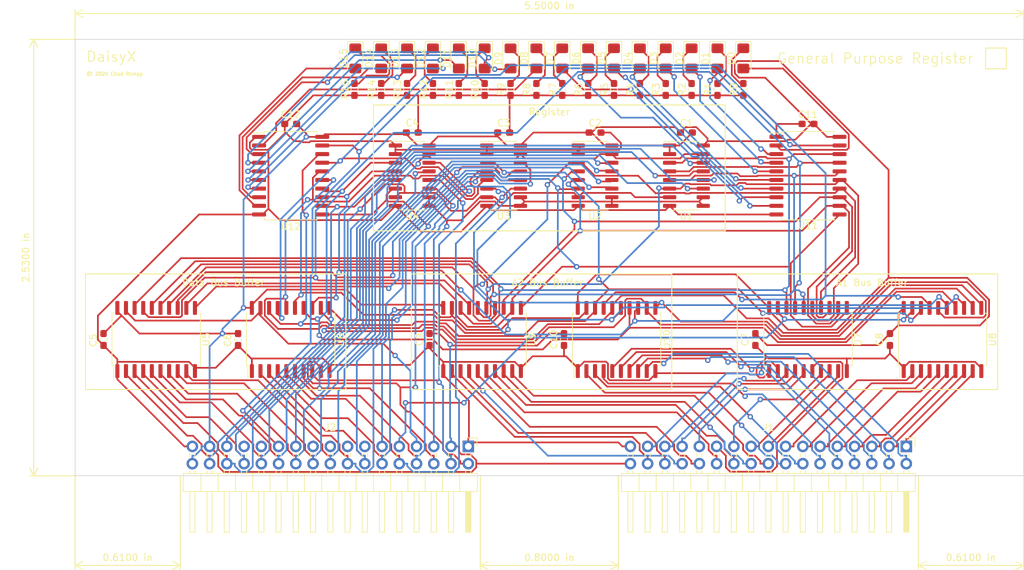
<source format=kicad_pcb>
(kicad_pcb (version 20171130) (host pcbnew "(5.1.5)-3")
  (title_block (title "General Purpose Register") (date 2020-04-22) (rev 1.0))
  (layers (0 F.Cu signal) (31 B.Cu signal) (34 B.Paste user) (35 F.Paste user) (36 B.SilkS user) (37 F.SilkS user) (38 B.Mask user) (39 F.Mask user) (44 Edge.Cuts user))
  (net 0 "")
  (net 1 GND)
  (net 2 +5V)
  (net 3 /display_00)
  (net 4 /display_01)
  (net 5 /display_02)
  (net 6 /display_03)
  (net 7 /display_04)
  (net 8 /display_05)
  (net 9 /display_06)
  (net 10 /display_07)
  (net 11 /display_08)
  (net 12 /display_09)
  (net 13 /display_10)
  (net 14 /display_11)
  (net 15 /display_12)
  (net 16 /display_13)
  (net 17 /display_14)
  (net 18 /display_15)
  (net 19 /a1bus_15)
  (net 20 /a2bus_15)
  (net 21 /a1bus_14)
  (net 22 /a2bus_14)
  (net 23 /a1bus_13)
  (net 24 /a2bus_13)
  (net 25 /a1bus_12)
  (net 26 /a2bus_12)
  (net 27 /a1bus_11)
  (net 28 /a2bus_11)
  (net 29 /a1bus_10)
  (net 30 /a2bus_10)
  (net 31 /a1bus_09)
  (net 32 /a2bus_09)
  (net 33 /a1bus_08)
  (net 34 /a2bus_08)
  (net 35 /a1bus_07)
  (net 36 /a2bus_07)
  (net 37 /a1bus_06)
  (net 38 /a2bus_06)
  (net 39 /a1bus_05)
  (net 40 /a2bus_05)
  (net 41 /a1bus_04)
  (net 42 /a2bus_04)
  (net 43 /a1bus_03)
  (net 44 /a2bus_03)
  (net 45 /a1bus_02)
  (net 46 /a2bus_02)
  (net 47 /a1bus_01)
  (net 48 /a2bus_01)
  (net 49 /a1bus_00)
  (net 50 /a2bus_00)
  (net 51 /dbus_00)
  (net 52 /dbus_01)
  (net 53 /CLK)
  (net 54 /dbus_02)
  (net 55 /~CLK)
  (net 56 /dbus_03)
  (net 57 /HLT)
  (net 58 /dbus_04)
  (net 59 /DBG)
  (net 60 /dbus_05)
  (net 61 /RST)
  (net 62 /dbus_06)
  (net 63 "Net-(J2-Pad19)")
  (net 64 /dbus_07)
  (net 65 "Net-(J2-Pad17)")
  (net 66 /dbus_08)
  (net 67 "Net-(J2-Pad15)")
  (net 68 /dbus_09)
  (net 69 "Net-(J2-Pad13)")
  (net 70 /dbus_10)
  (net 71 /a2bus_write)
  (net 72 /dbus_11)
  (net 73 /a1bus_write)
  (net 74 /dbus_12)
  (net 75 /dbus_write)
  (net 76 /dbus_13)
  (net 77 /dbus_read)
  (net 78 /dbus_14)
  (net 79 /dbus_15)
  (net 80 /reg_15)
  (net 81 /reg_14)
  (net 82 /reg_13)
  (net 83 /reg_12)
  (net 84 /reg_08)
  (net 85 /reg_09)
  (net 86 /reg_10)
  (net 87 /reg_11)
  (net 88 /reg_04)
  (net 89 /reg_05)
  (net 90 /reg_06)
  (net 91 /reg_07)
  (net 92 /reg_03)
  (net 93 /reg_02)
  (net 94 /reg_01)
  (net 95 /reg_00)
  (net 96 "Net-(D0-Pad1)")
  (net 97 "Net-(D1-Pad1)")
  (net 98 "Net-(D2-Pad1)")
  (net 99 "Net-(D3-Pad1)")
  (net 100 "Net-(D4-Pad1)")
  (net 101 "Net-(D5-Pad1)")
  (net 102 "Net-(D6-Pad1)")
  (net 103 "Net-(D7-Pad1)")
  (net 104 "Net-(D8-Pad1)")
  (net 105 "Net-(D9-Pad1)")
  (net 106 "Net-(D10-Pad1)")
  (net 107 "Net-(D11-Pad1)")
  (net 108 "Net-(D12-Pad1)")
  (net 109 "Net-(D13-Pad1)")
  (net 110 "Net-(D14-Pad1)")
  (net 111 "Net-(D15-Pad1)")
  (module Capacitor_SMD:C_0603_1608Metric_Pad1.05x0.95mm_HandSolder (layer F.Cu) (at 181.483 77.47)
    (fp_text reference C1 (at 0 -1.397) (layer F.SilkS))
    (fp_text value 0.1uF)
    (pad 2 smd roundrect (at 0.875 0) (size 1.05 0.95) (layers F.Cu F.Paste F.Mask) (net 1 GND))
    (pad 1 smd roundrect (at -0.875 0) (size 1.05 0.95) (layers F.Cu F.Paste F.Mask) (net 2 +5V))
  )
  (module Capacitor_SMD:C_0603_1608Metric_Pad1.05x0.95mm_HandSolder (layer F.Cu) (at 168.021 77.47)
    (fp_text reference C2 (at 0.014 -1.397) (layer F.SilkS))
    (fp_text value 0.1uF)
    (pad 1 smd roundrect (at -0.875 0) (size 1.05 0.95) (layers F.Cu F.Paste F.Mask) (net 2 +5V))
    (pad 2 smd roundrect (at 0.875 0) (size 1.05 0.95) (layers F.Cu F.Paste F.Mask) (net 1 GND))
  )
  (module Capacitor_SMD:C_0603_1608Metric_Pad1.05x0.95mm_HandSolder (layer F.Cu) (at 154.559 77.47)
    (fp_text reference C3 (at 0 -1.397) (layer F.SilkS))
    (fp_text value 0.1uF)
    (pad 2 smd roundrect (at 0.875 0) (size 1.05 0.95) (layers F.Cu F.Paste F.Mask) (net 1 GND))
    (pad 1 smd roundrect (at -0.875 0) (size 1.05 0.95) (layers F.Cu F.Paste F.Mask) (net 2 +5V))
  )
  (module Capacitor_SMD:C_0603_1608Metric_Pad1.05x0.95mm_HandSolder (layer F.Cu) (at 141.097 77.47)
    (fp_text reference C4 (at 0 -1.43) (layer F.SilkS))
    (fp_text value 0.1uF)
    (pad 1 smd roundrect (at -0.875 0) (size 1.05 0.95) (layers F.Cu F.Paste F.Mask) (net 2 +5V))
    (pad 2 smd roundrect (at 0.875 0) (size 1.05 0.95) (layers F.Cu F.Paste F.Mask) (net 1 GND))
  )
  (module Capacitor_SMD:C_0603_1608Metric_Pad1.05x0.95mm_HandSolder (layer F.Cu) (at 95.631 107.95 270)
    (fp_text reference C5 (at 0.113 1.524 90) (layer F.SilkS))
    (fp_text value 0.1uF)
    (pad 2 smd roundrect (at 0.875 0 270) (size 1.05 0.95) (layers F.Cu F.Paste F.Mask) (net 1 GND))
    (pad 1 smd roundrect (at -0.875 0 270) (size 1.05 0.95) (layers F.Cu F.Paste F.Mask) (net 2 +5V))
  )
  (module Capacitor_SMD:C_0603_1608Metric_Pad1.05x0.95mm_HandSolder (layer F.Cu) (at 115.443 107.95 270)
    (fp_text reference C6 (at 0.113 1.524 90) (layer F.SilkS))
    (fp_text value 0.1uF)
    (pad 1 smd roundrect (at -0.875 0 270) (size 1.05 0.95) (layers F.Cu F.Paste F.Mask) (net 2 +5V))
    (pad 2 smd roundrect (at 0.875 0 270) (size 1.05 0.95) (layers F.Cu F.Paste F.Mask) (net 1 GND))
  )
  (module Capacitor_SMD:C_0603_1608Metric_Pad1.05x0.95mm_HandSolder (layer F.Cu) (at 191.643 107.95 270)
    (fp_text reference C7 (at 0 1.524 90) (layer F.SilkS))
    (fp_text value 0.1uF)
    (pad 2 smd roundrect (at 0.875 0 270) (size 1.05 0.95) (layers F.Cu F.Paste F.Mask) (net 1 GND))
    (pad 1 smd roundrect (at -0.875 0 270) (size 1.05 0.95) (layers F.Cu F.Paste F.Mask) (net 2 +5V))
  )
  (module Capacitor_SMD:C_0603_1608Metric_Pad1.05x0.95mm_HandSolder (layer F.Cu) (at 211.455 107.95 270)
    (fp_text reference C8 (at 0 1.524 90) (layer F.SilkS))
    (fp_text value 0.1uF)
    (pad 1 smd roundrect (at -0.875 0 270) (size 1.05 0.95) (layers F.Cu F.Paste F.Mask) (net 2 +5V))
    (pad 2 smd roundrect (at 0.875 0 270) (size 1.05 0.95) (layers F.Cu F.Paste F.Mask) (net 1 GND))
  )
  (module Capacitor_SMD:C_0603_1608Metric_Pad1.05x0.95mm_HandSolder (layer F.Cu) (at 143.637 107.95 270)
    (fp_text reference C9 (at 0 1.524 90) (layer F.SilkS))
    (fp_text value 0.1uF)
    (pad 2 smd roundrect (at 0.875 0 270) (size 1.05 0.95) (layers F.Cu F.Paste F.Mask) (net 1 GND))
    (pad 1 smd roundrect (at -0.875 0 270) (size 1.05 0.95) (layers F.Cu F.Paste F.Mask) (net 2 +5V))
  )
  (module Capacitor_SMD:C_0603_1608Metric_Pad1.05x0.95mm_HandSolder (layer F.Cu) (at 163.449 107.95 270)
    (fp_text reference C10 (at 0 1.524 90) (layer F.SilkS))
    (fp_text value 0.1uF)
    (pad 1 smd roundrect (at -0.875 0 270) (size 1.05 0.95) (layers F.Cu F.Paste F.Mask) (net 2 +5V))
    (pad 2 smd roundrect (at 0.875 0 270) (size 1.05 0.95) (layers F.Cu F.Paste F.Mask) (net 1 GND))
  )
  (module Capacitor_SMD:C_0603_1608Metric_Pad1.05x0.95mm_HandSolder (layer F.Cu) (at 199.39 76.2 180)
    (fp_text reference C11 (at 0 1.397) (layer F.SilkS))
    (fp_text value 0.1uF)
    (pad 2 smd roundrect (at 0.875 0 180) (size 1.05 0.95) (layers F.Cu F.Paste F.Mask) (net 1 GND))
    (pad 1 smd roundrect (at -0.875 0 180) (size 1.05 0.95) (layers F.Cu F.Paste F.Mask) (net 2 +5V))
  )
  (module Capacitor_SMD:C_0603_1608Metric_Pad1.05x0.95mm_HandSolder (layer F.Cu) (at 123.19 76.2 180)
    (fp_text reference C12 (at 0 1.397) (layer F.SilkS))
    (fp_text value 0.1uF)
    (pad 1 smd roundrect (at -0.875 0 180) (size 1.05 0.95) (layers F.Cu F.Paste F.Mask) (net 2 +5V))
    (pad 2 smd roundrect (at 0.875 0 180) (size 1.05 0.95) (layers F.Cu F.Paste F.Mask) (net 1 GND))
  )
  (module LED_SMD:LED_1206_3216Metric_Pad1.42x1.75mm_HandSolder (layer F.Cu) (at 189.865 66.548 270)
    (fp_text reference D0 (at 0 1.778 90) (layer F.SilkS))
    (fp_text value LED_ALT)
    (pad 2 smd roundrect (at 1.4875 0 270) (size 1.425 1.75) (layers F.Cu F.Paste F.Mask) (roundrect_rratio 0.175439) (net 3 /display_00))
    (pad 1 smd roundrect (at -1.4875 0 270) (size 1.425 1.75) (layers F.Cu F.Paste F.Mask) (roundrect_rratio 0.175439) (net 96 "Net-(D0-Pad1)"))
  )
  (module LED_SMD:LED_1206_3216Metric_Pad1.42x1.75mm_HandSolder (layer F.Cu) (at 186.055 66.548 270)
    (fp_text reference D1 (at 0 1.778 90) (layer F.SilkS))
    (fp_text value LED_ALT)
    (pad 2 smd roundrect (at 1.4875 0 270) (size 1.425 1.75) (layers F.Cu F.Paste F.Mask) (roundrect_rratio 0.175439) (net 4 /display_01))
    (pad 1 smd roundrect (at -1.4875 0 270) (size 1.425 1.75) (layers F.Cu F.Paste F.Mask) (roundrect_rratio 0.175439) (net 97 "Net-(D1-Pad1)"))
  )
  (module LED_SMD:LED_1206_3216Metric_Pad1.42x1.75mm_HandSolder (layer F.Cu) (at 182.245 66.548 270)
    (fp_text reference D2 (at 0 1.778 90) (layer F.SilkS))
    (fp_text value LED_ALT)
    (pad 1 smd roundrect (at -1.4875 0 270) (size 1.425 1.75) (layers F.Cu F.Paste F.Mask) (roundrect_rratio 0.175439) (net 98 "Net-(D2-Pad1)"))
    (pad 2 smd roundrect (at 1.4875 0 270) (size 1.425 1.75) (layers F.Cu F.Paste F.Mask) (roundrect_rratio 0.175439) (net 5 /display_02))
  )
  (module LED_SMD:LED_1206_3216Metric_Pad1.42x1.75mm_HandSolder (layer F.Cu) (at 178.435 66.548 270)
    (fp_text reference D3 (at 0 1.778 90) (layer F.SilkS))
    (fp_text value LED_ALT)
    (pad 1 smd roundrect (at -1.4875 0 270) (size 1.425 1.75) (layers F.Cu F.Paste F.Mask) (roundrect_rratio 0.175439) (net 99 "Net-(D3-Pad1)"))
    (pad 2 smd roundrect (at 1.4875 0 270) (size 1.425 1.75) (layers F.Cu F.Paste F.Mask) (roundrect_rratio 0.175439) (net 6 /display_03))
  )
  (module LED_SMD:LED_1206_3216Metric_Pad1.42x1.75mm_HandSolder (layer F.Cu) (at 174.625 66.548 270)
    (fp_text reference D4 (at -0.0365 1.778 90) (layer F.SilkS))
    (fp_text value LED_ALT)
    (pad 2 smd roundrect (at 1.4875 0 270) (size 1.425 1.75) (layers F.Cu F.Paste F.Mask) (roundrect_rratio 0.175439) (net 7 /display_04))
    (pad 1 smd roundrect (at -1.4875 0 270) (size 1.425 1.75) (layers F.Cu F.Paste F.Mask) (roundrect_rratio 0.175439) (net 100 "Net-(D4-Pad1)"))
  )
  (module LED_SMD:LED_1206_3216Metric_Pad1.42x1.75mm_HandSolder (layer F.Cu) (at 170.815 66.548 270)
    (fp_text reference D5 (at -0.0365 1.778 90) (layer F.SilkS))
    (fp_text value LED_ALT)
    (pad 1 smd roundrect (at -1.4875 0 270) (size 1.425 1.75) (layers F.Cu F.Paste F.Mask) (roundrect_rratio 0.175439) (net 101 "Net-(D5-Pad1)"))
    (pad 2 smd roundrect (at 1.4875 0 270) (size 1.425 1.75) (layers F.Cu F.Paste F.Mask) (roundrect_rratio 0.175439) (net 8 /display_05))
  )
  (module LED_SMD:LED_1206_3216Metric_Pad1.42x1.75mm_HandSolder (layer F.Cu) (at 167.005 66.548 270)
    (fp_text reference D6 (at -0.0365 1.778 90) (layer F.SilkS))
    (fp_text value LED_ALT)
    (pad 2 smd roundrect (at 1.4875 0 270) (size 1.425 1.75) (layers F.Cu F.Paste F.Mask) (roundrect_rratio 0.175439) (net 9 /display_06))
    (pad 1 smd roundrect (at -1.4875 0 270) (size 1.425 1.75) (layers F.Cu F.Paste F.Mask) (roundrect_rratio 0.175439) (net 102 "Net-(D6-Pad1)"))
  )
  (module LED_SMD:LED_1206_3216Metric_Pad1.42x1.75mm_HandSolder (layer F.Cu) (at 163.195 66.548 270)
    (fp_text reference D7 (at 0 1.778 90) (layer F.SilkS))
    (fp_text value LED_ALT)
    (pad 1 smd roundrect (at -1.4875 0 270) (size 1.425 1.75) (layers F.Cu F.Paste F.Mask) (roundrect_rratio 0.175439) (net 103 "Net-(D7-Pad1)"))
    (pad 2 smd roundrect (at 1.4875 0 270) (size 1.425 1.75) (layers F.Cu F.Paste F.Mask) (roundrect_rratio 0.175439) (net 10 /display_07))
  )
  (module LED_SMD:LED_1206_3216Metric_Pad1.42x1.75mm_HandSolder (layer F.Cu) (at 159.385 66.548 270)
    (fp_text reference D8 (at -0.0365 1.778 90) (layer F.SilkS))
    (fp_text value LED_ALT)
    (pad 2 smd roundrect (at 1.4875 0 270) (size 1.425 1.75) (layers F.Cu F.Paste F.Mask) (roundrect_rratio 0.175439) (net 11 /display_08))
    (pad 1 smd roundrect (at -1.4875 0 270) (size 1.425 1.75) (layers F.Cu F.Paste F.Mask) (roundrect_rratio 0.175439) (net 104 "Net-(D8-Pad1)"))
  )
  (module LED_SMD:LED_1206_3216Metric_Pad1.42x1.75mm_HandSolder (layer F.Cu) (at 155.575 66.548 270)
    (fp_text reference D9 (at 0 1.778 90) (layer F.SilkS))
    (fp_text value LED_ALT)
    (pad 1 smd roundrect (at -1.4875 0 270) (size 1.425 1.75) (layers F.Cu F.Paste F.Mask) (roundrect_rratio 0.175439) (net 105 "Net-(D9-Pad1)"))
    (pad 2 smd roundrect (at 1.4875 0 270) (size 1.425 1.75) (layers F.Cu F.Paste F.Mask) (roundrect_rratio 0.175439) (net 12 /display_09))
  )
  (module LED_SMD:LED_1206_3216Metric_Pad1.42x1.75mm_HandSolder (layer F.Cu) (at 151.765 66.548 270)
    (fp_text reference D10 (at -0.036 1.778 90) (layer F.SilkS))
    (fp_text value LED_ALT)
    (pad 2 smd roundrect (at 1.4875 0 270) (size 1.425 1.75) (layers F.Cu F.Paste F.Mask) (roundrect_rratio 0.175439) (net 13 /display_10))
    (pad 1 smd roundrect (at -1.4875 0 270) (size 1.425 1.75) (layers F.Cu F.Paste F.Mask) (roundrect_rratio 0.175439) (net 106 "Net-(D10-Pad1)"))
  )
  (module LED_SMD:LED_1206_3216Metric_Pad1.42x1.75mm_HandSolder (layer F.Cu) (at 147.955 66.548 270)
    (fp_text reference D11 (at 0 1.778 90) (layer F.SilkS))
    (fp_text value LED_ALT)
    (pad 1 smd roundrect (at -1.4875 0 270) (size 1.425 1.75) (layers F.Cu F.Paste F.Mask) (roundrect_rratio 0.175439) (net 107 "Net-(D11-Pad1)"))
    (pad 2 smd roundrect (at 1.4875 0 270) (size 1.425 1.75) (layers F.Cu F.Paste F.Mask) (roundrect_rratio 0.175439) (net 14 /display_11))
  )
  (module LED_SMD:LED_1206_3216Metric_Pad1.42x1.75mm_HandSolder (layer F.Cu) (at 144.145 66.548 270)
    (fp_text reference D12 (at -0.0365 1.778 90) (layer F.SilkS))
    (fp_text value LED_ALT)
    (pad 2 smd roundrect (at 1.4875 0 270) (size 1.425 1.75) (layers F.Cu F.Paste F.Mask) (roundrect_rratio 0.175439) (net 15 /display_12))
    (pad 1 smd roundrect (at -1.4875 0 270) (size 1.425 1.75) (layers F.Cu F.Paste F.Mask) (roundrect_rratio 0.175439) (net 108 "Net-(D12-Pad1)"))
  )
  (module LED_SMD:LED_1206_3216Metric_Pad1.42x1.75mm_HandSolder (layer F.Cu) (at 140.335 66.548 270)
    (fp_text reference D13 (at -0.0365 1.778 90) (layer F.SilkS))
    (fp_text value LED_ALT)
    (pad 1 smd roundrect (at -1.4875 0 270) (size 1.425 1.75) (layers F.Cu F.Paste F.Mask) (roundrect_rratio 0.175439) (net 109 "Net-(D13-Pad1)"))
    (pad 2 smd roundrect (at 1.4875 0 270) (size 1.425 1.75) (layers F.Cu F.Paste F.Mask) (roundrect_rratio 0.175439) (net 16 /display_13))
  )
  (module LED_SMD:LED_1206_3216Metric_Pad1.42x1.75mm_HandSolder (layer F.Cu) (at 136.525 66.548 270)
    (fp_text reference D14 (at -0.0365 1.778 90) (layer F.SilkS))
    (fp_text value LED_ALT)
    (pad 2 smd roundrect (at 1.4875 0 270) (size 1.425 1.75) (layers F.Cu F.Paste F.Mask) (roundrect_rratio 0.175439) (net 17 /display_14))
    (pad 1 smd roundrect (at -1.4875 0 270) (size 1.425 1.75) (layers F.Cu F.Paste F.Mask) (roundrect_rratio 0.175439) (net 110 "Net-(D14-Pad1)"))
  )
  (module LED_SMD:LED_1206_3216Metric_Pad1.42x1.75mm_HandSolder (layer F.Cu) (at 132.715 66.548 270)
    (fp_text reference D15 (at -0.0365 1.778 90) (layer F.SilkS))
    (fp_text value LED_ALT)
    (pad 1 smd roundrect (at -1.4875 0 270) (size 1.425 1.75) (layers F.Cu F.Paste F.Mask) (roundrect_rratio 0.175439) (net 111 "Net-(D15-Pad1)"))
    (pad 2 smd roundrect (at 1.4875 0 270) (size 1.425 1.75) (layers F.Cu F.Paste F.Mask) (roundrect_rratio 0.175439) (net 18 /display_15))
  )
  (module Connector_PinHeader_2.54mm:PinHeader_2x17_P2.54mm_Horizontal (layer F.Cu) (at 213.868 123.698 270)
    (fp_text reference J1 (at -2.794 20.32 180) (layer F.SilkS))
    (fp_text value "Interconnect B")
    (pad 1 thru_hole rect (at 0 0 270) (size 1.7 1.7) (drill 1) (layers *.Cu *.Mask) (net 19 /a1bus_15))
    (pad 2 thru_hole oval (at 2.54 0 270) (size 1.7 1.7) (drill 1) (layers *.Cu *.Mask) (net 20 /a2bus_15))
    (pad 3 thru_hole oval (at 0 2.54 270) (size 1.7 1.7) (drill 1) (layers *.Cu *.Mask) (net 21 /a1bus_14))
    (pad 4 thru_hole oval (at 2.54 2.54 270) (size 1.7 1.7) (drill 1) (layers *.Cu *.Mask) (net 22 /a2bus_14))
    (pad 5 thru_hole oval (at 0 5.08 270) (size 1.7 1.7) (drill 1) (layers *.Cu *.Mask) (net 23 /a1bus_13))
    (pad 6 thru_hole oval (at 2.54 5.08 270) (size 1.7 1.7) (drill 1) (layers *.Cu *.Mask) (net 24 /a2bus_13))
    (pad 7 thru_hole oval (at 0 7.62 270) (size 1.7 1.7) (drill 1) (layers *.Cu *.Mask) (net 25 /a1bus_12))
    (pad 8 thru_hole oval (at 2.54 7.62 270) (size 1.7 1.7) (drill 1) (layers *.Cu *.Mask) (net 26 /a2bus_12))
    (pad 9 thru_hole oval (at 0 10.16 270) (size 1.7 1.7) (drill 1) (layers *.Cu *.Mask) (net 27 /a1bus_11))
    (pad 10 thru_hole oval (at 2.54 10.16 270) (size 1.7 1.7) (drill 1) (layers *.Cu *.Mask) (net 28 /a2bus_11))
    (pad 11 thru_hole oval (at 0 12.7 270) (size 1.7 1.7) (drill 1) (layers *.Cu *.Mask) (net 29 /a1bus_10))
    (pad 12 thru_hole oval (at 2.54 12.7 270) (size 1.7 1.7) (drill 1) (layers *.Cu *.Mask) (net 30 /a2bus_10))
    (pad 13 thru_hole oval (at 0 15.24 270) (size 1.7 1.7) (drill 1) (layers *.Cu *.Mask) (net 31 /a1bus_09))
    (pad 14 thru_hole oval (at 2.54 15.24 270) (size 1.7 1.7) (drill 1) (layers *.Cu *.Mask) (net 32 /a2bus_09))
    (pad 15 thru_hole oval (at 0 17.78 270) (size 1.7 1.7) (drill 1) (layers *.Cu *.Mask) (net 33 /a1bus_08))
    (pad 16 thru_hole oval (at 2.54 17.78 270) (size 1.7 1.7) (drill 1) (layers *.Cu *.Mask) (net 34 /a2bus_08))
    (pad 17 thru_hole oval (at 0 20.32 270) (size 1.7 1.7) (drill 1) (layers *.Cu *.Mask) (net 35 /a1bus_07))
    (pad 18 thru_hole oval (at 2.54 20.32 270) (size 1.7 1.7) (drill 1) (layers *.Cu *.Mask) (net 36 /a2bus_07))
    (pad 19 thru_hole oval (at 0 22.86 270) (size 1.7 1.7) (drill 1) (layers *.Cu *.Mask) (net 37 /a1bus_06))
    (pad 20 thru_hole oval (at 2.54 22.86 270) (size 1.7 1.7) (drill 1) (layers *.Cu *.Mask) (net 38 /a2bus_06))
    (pad 21 thru_hole oval (at 0 25.4 270) (size 1.7 1.7) (drill 1) (layers *.Cu *.Mask) (net 39 /a1bus_05))
    (pad 22 thru_hole oval (at 2.54 25.4 270) (size 1.7 1.7) (drill 1) (layers *.Cu *.Mask) (net 40 /a2bus_05))
    (pad 23 thru_hole oval (at 0 27.94 270) (size 1.7 1.7) (drill 1) (layers *.Cu *.Mask) (net 41 /a1bus_04))
    (pad 24 thru_hole oval (at 2.54 27.94 270) (size 1.7 1.7) (drill 1) (layers *.Cu *.Mask) (net 42 /a2bus_04))
    (pad 25 thru_hole oval (at 0 30.48 270) (size 1.7 1.7) (drill 1) (layers *.Cu *.Mask) (net 43 /a1bus_03))
    (pad 26 thru_hole oval (at 2.54 30.48 270) (size 1.7 1.7) (drill 1) (layers *.Cu *.Mask) (net 44 /a2bus_03))
    (pad 27 thru_hole oval (at 0 33.02 270) (size 1.7 1.7) (drill 1) (layers *.Cu *.Mask) (net 45 /a1bus_02))
    (pad 28 thru_hole oval (at 2.54 33.02 270) (size 1.7 1.7) (drill 1) (layers *.Cu *.Mask) (net 46 /a2bus_02))
    (pad 29 thru_hole oval (at 0 35.56 270) (size 1.7 1.7) (drill 1) (layers *.Cu *.Mask) (net 47 /a1bus_01))
    (pad 30 thru_hole oval (at 2.54 35.56 270) (size 1.7 1.7) (drill 1) (layers *.Cu *.Mask) (net 48 /a2bus_01))
    (pad 31 thru_hole oval (at 0 38.1 270) (size 1.7 1.7) (drill 1) (layers *.Cu *.Mask) (net 49 /a1bus_00))
    (pad 32 thru_hole oval (at 2.54 38.1 270) (size 1.7 1.7) (drill 1) (layers *.Cu *.Mask) (net 50 /a2bus_00))
    (pad 33 thru_hole oval (at 0 40.64 270) (size 1.7 1.7) (drill 1) (layers *.Cu *.Mask) (net 1 GND))
    (pad 34 thru_hole oval (at 2.54 40.64 270) (size 1.7 1.7) (drill 1) (layers *.Cu *.Mask) (net 2 +5V))
  )
  (module Connector_PinHeader_2.54mm:PinHeader_2x17_P2.54mm_Horizontal (layer F.Cu) (at 149.352 123.698 270)
    (fp_text reference J2 (at -2.794 20.32 180) (layer F.SilkS))
    (fp_text value "Interconnect A")
    (pad 34 thru_hole oval (at 2.54 40.64 270) (size 1.7 1.7) (drill 1) (layers *.Cu *.Mask) (net 2 +5V))
    (pad 33 thru_hole oval (at 0 40.64 270) (size 1.7 1.7) (drill 1) (layers *.Cu *.Mask) (net 1 GND))
    (pad 32 thru_hole oval (at 2.54 38.1 270) (size 1.7 1.7) (drill 1) (layers *.Cu *.Mask) (net 51 /dbus_00))
    (pad 31 thru_hole oval (at 0 38.1 270) (size 1.7 1.7) (drill 1) (layers *.Cu *.Mask) (net 2 +5V))
    (pad 30 thru_hole oval (at 2.54 35.56 270) (size 1.7 1.7) (drill 1) (layers *.Cu *.Mask) (net 52 /dbus_01))
    (pad 29 thru_hole oval (at 0 35.56 270) (size 1.7 1.7) (drill 1) (layers *.Cu *.Mask) (net 53 /CLK))
    (pad 28 thru_hole oval (at 2.54 33.02 270) (size 1.7 1.7) (drill 1) (layers *.Cu *.Mask) (net 54 /dbus_02))
    (pad 27 thru_hole oval (at 0 33.02 270) (size 1.7 1.7) (drill 1) (layers *.Cu *.Mask) (net 55 /~CLK))
    (pad 26 thru_hole oval (at 2.54 30.48 270) (size 1.7 1.7) (drill 1) (layers *.Cu *.Mask) (net 56 /dbus_03))
    (pad 25 thru_hole oval (at 0 30.48 270) (size 1.7 1.7) (drill 1) (layers *.Cu *.Mask) (net 57 /HLT))
    (pad 24 thru_hole oval (at 2.54 27.94 270) (size 1.7 1.7) (drill 1) (layers *.Cu *.Mask) (net 58 /dbus_04))
    (pad 23 thru_hole oval (at 0 27.94 270) (size 1.7 1.7) (drill 1) (layers *.Cu *.Mask) (net 59 /DBG))
    (pad 22 thru_hole oval (at 2.54 25.4 270) (size 1.7 1.7) (drill 1) (layers *.Cu *.Mask) (net 60 /dbus_05))
    (pad 21 thru_hole oval (at 0 25.4 270) (size 1.7 1.7) (drill 1) (layers *.Cu *.Mask) (net 61 /RST))
    (pad 20 thru_hole oval (at 2.54 22.86 270) (size 1.7 1.7) (drill 1) (layers *.Cu *.Mask) (net 62 /dbus_06))
    (pad 19 thru_hole oval (at 0 22.86 270) (size 1.7 1.7) (drill 1) (layers *.Cu *.Mask) (net 63 "Net-(J2-Pad19)"))
    (pad 18 thru_hole oval (at 2.54 20.32 270) (size 1.7 1.7) (drill 1) (layers *.Cu *.Mask) (net 64 /dbus_07))
    (pad 17 thru_hole oval (at 0 20.32 270) (size 1.7 1.7) (drill 1) (layers *.Cu *.Mask) (net 65 "Net-(J2-Pad17)"))
    (pad 16 thru_hole oval (at 2.54 17.78 270) (size 1.7 1.7) (drill 1) (layers *.Cu *.Mask) (net 66 /dbus_08))
    (pad 15 thru_hole oval (at 0 17.78 270) (size 1.7 1.7) (drill 1) (layers *.Cu *.Mask) (net 67 "Net-(J2-Pad15)"))
    (pad 14 thru_hole oval (at 2.54 15.24 270) (size 1.7 1.7) (drill 1) (layers *.Cu *.Mask) (net 68 /dbus_09))
    (pad 13 thru_hole oval (at 0 15.24 270) (size 1.7 1.7) (drill 1) (layers *.Cu *.Mask) (net 69 "Net-(J2-Pad13)"))
    (pad 12 thru_hole oval (at 2.54 12.7 270) (size 1.7 1.7) (drill 1) (layers *.Cu *.Mask) (net 70 /dbus_10))
    (pad 11 thru_hole oval (at 0 12.7 270) (size 1.7 1.7) (drill 1) (layers *.Cu *.Mask) (net 71 /a2bus_write))
    (pad 10 thru_hole oval (at 2.54 10.16 270) (size 1.7 1.7) (drill 1) (layers *.Cu *.Mask) (net 72 /dbus_11))
    (pad 9 thru_hole oval (at 0 10.16 270) (size 1.7 1.7) (drill 1) (layers *.Cu *.Mask) (net 73 /a1bus_write))
    (pad 8 thru_hole oval (at 2.54 7.62 270) (size 1.7 1.7) (drill 1) (layers *.Cu *.Mask) (net 74 /dbus_12))
    (pad 7 thru_hole oval (at 0 7.62 270) (size 1.7 1.7) (drill 1) (layers *.Cu *.Mask) (net 75 /dbus_write))
    (pad 6 thru_hole oval (at 2.54 5.08 270) (size 1.7 1.7) (drill 1) (layers *.Cu *.Mask) (net 76 /dbus_13))
    (pad 5 thru_hole oval (at 0 5.08 270) (size 1.7 1.7) (drill 1) (layers *.Cu *.Mask) (net 77 /dbus_read))
    (pad 4 thru_hole oval (at 2.54 2.54 270) (size 1.7 1.7) (drill 1) (layers *.Cu *.Mask) (net 78 /dbus_14))
    (pad 3 thru_hole oval (at 0 2.54 270) (size 1.7 1.7) (drill 1) (layers *.Cu *.Mask) (net 2 +5V))
    (pad 2 thru_hole oval (at 2.54 0 270) (size 1.7 1.7) (drill 1) (layers *.Cu *.Mask) (net 79 /dbus_15))
    (pad 1 thru_hole rect (at 0 0 270) (size 1.7 1.7) (drill 1) (layers *.Cu *.Mask) (net 1 GND))
  )
  (module Package_SO:SOIC-16_3.9x9.9mm_P1.27mm (layer F.Cu) (at 141.097 83.82)
    (fp_text reference U4 (at 0 5.969) (layer F.SilkS))
    (fp_text value 74LS173)
    (pad 16 smd roundrect (at 2.475 -4.445) (size 1.95 0.6) (layers F.Cu F.Paste F.Mask) (net 2 +5V))
    (pad 15 smd roundrect (at 2.475 -3.175) (size 1.95 0.6) (layers F.Cu F.Paste F.Mask) (net 61 /RST))
    (pad 14 smd roundrect (at 2.475 -1.905) (size 1.95 0.6) (layers F.Cu F.Paste F.Mask) (net 74 /dbus_12))
    (pad 13 smd roundrect (at 2.475 -0.635) (size 1.95 0.6) (layers F.Cu F.Paste F.Mask) (net 76 /dbus_13))
    (pad 12 smd roundrect (at 2.475 0.635) (size 1.95 0.6) (layers F.Cu F.Paste F.Mask) (net 78 /dbus_14))
    (pad 11 smd roundrect (at 2.475 1.905) (size 1.95 0.6) (layers F.Cu F.Paste F.Mask) (net 79 /dbus_15))
    (pad 10 smd roundrect (at 2.475 3.175) (size 1.95 0.6) (layers F.Cu F.Paste F.Mask) (net 77 /dbus_read))
    (pad 9 smd roundrect (at 2.475 4.445) (size 1.95 0.6) (layers F.Cu F.Paste F.Mask) (net 77 /dbus_read))
    (pad 8 smd roundrect (at -2.475 4.445) (size 1.95 0.6) (layers F.Cu F.Paste F.Mask) (net 1 GND))
    (pad 7 smd roundrect (at -2.475 3.175) (size 1.95 0.6) (layers F.Cu F.Paste F.Mask) (net 53 /CLK))
    (pad 6 smd roundrect (at -2.475 1.905) (size 1.95 0.6) (layers F.Cu F.Paste F.Mask) (net 80 /reg_15))
    (pad 5 smd roundrect (at -2.475 0.635) (size 1.95 0.6) (layers F.Cu F.Paste F.Mask) (net 81 /reg_14))
    (pad 4 smd roundrect (at -2.475 -0.635) (size 1.95 0.6) (layers F.Cu F.Paste F.Mask) (net 82 /reg_13))
    (pad 3 smd roundrect (at -2.475 -1.905) (size 1.95 0.6) (layers F.Cu F.Paste F.Mask) (net 83 /reg_12))
    (pad 2 smd roundrect (at -2.475 -3.175) (size 1.95 0.6) (layers F.Cu F.Paste F.Mask) (net 1 GND))
    (pad 1 smd roundrect (at -2.475 -4.445) (size 1.95 0.6) (layers F.Cu F.Paste F.Mask) (net 1 GND))
  )
  (module Package_SO:SOIC-16_3.9x9.9mm_P1.27mm (layer F.Cu) (at 154.559 83.82)
    (fp_text reference U3 (at 0 5.969) (layer F.SilkS))
    (fp_text value 74LS173)
    (pad 1 smd roundrect (at -2.475 -4.445) (size 1.95 0.6) (layers F.Cu F.Paste F.Mask) (net 1 GND))
    (pad 2 smd roundrect (at -2.475 -3.175) (size 1.95 0.6) (layers F.Cu F.Paste F.Mask) (net 1 GND))
    (pad 3 smd roundrect (at -2.475 -1.905) (size 1.95 0.6) (layers F.Cu F.Paste F.Mask) (net 84 /reg_08))
    (pad 4 smd roundrect (at -2.475 -0.635) (size 1.95 0.6) (layers F.Cu F.Paste F.Mask) (net 85 /reg_09))
    (pad 5 smd roundrect (at -2.475 0.635) (size 1.95 0.6) (layers F.Cu F.Paste F.Mask) (net 86 /reg_10))
    (pad 6 smd roundrect (at -2.475 1.905) (size 1.95 0.6) (layers F.Cu F.Paste F.Mask) (net 87 /reg_11))
    (pad 7 smd roundrect (at -2.475 3.175) (size 1.95 0.6) (layers F.Cu F.Paste F.Mask) (net 53 /CLK))
    (pad 8 smd roundrect (at -2.475 4.445) (size 1.95 0.6) (layers F.Cu F.Paste F.Mask) (net 1 GND))
    (pad 9 smd roundrect (at 2.475 4.445) (size 1.95 0.6) (layers F.Cu F.Paste F.Mask) (net 77 /dbus_read))
    (pad 10 smd roundrect (at 2.475 3.175) (size 1.95 0.6) (layers F.Cu F.Paste F.Mask) (net 77 /dbus_read))
    (pad 11 smd roundrect (at 2.475 1.905) (size 1.95 0.6) (layers F.Cu F.Paste F.Mask) (net 72 /dbus_11))
    (pad 12 smd roundrect (at 2.475 0.635) (size 1.95 0.6) (layers F.Cu F.Paste F.Mask) (net 70 /dbus_10))
    (pad 13 smd roundrect (at 2.475 -0.635) (size 1.95 0.6) (layers F.Cu F.Paste F.Mask) (net 68 /dbus_09))
    (pad 14 smd roundrect (at 2.475 -1.905) (size 1.95 0.6) (layers F.Cu F.Paste F.Mask) (net 66 /dbus_08))
    (pad 15 smd roundrect (at 2.475 -3.175) (size 1.95 0.6) (layers F.Cu F.Paste F.Mask) (net 61 /RST))
    (pad 16 smd roundrect (at 2.475 -4.445) (size 1.95 0.6) (layers F.Cu F.Paste F.Mask) (net 2 +5V))
  )
  (module Package_SO:SOIC-16_3.9x9.9mm_P1.27mm (layer F.Cu) (at 168.021 83.82)
    (fp_text reference U2 (at 0 5.969) (layer F.SilkS))
    (fp_text value 74LS173)
    (pad 1 smd roundrect (at -2.475 -4.445) (size 1.95 0.6) (layers F.Cu F.Paste F.Mask) (net 1 GND))
    (pad 2 smd roundrect (at -2.475 -3.175) (size 1.95 0.6) (layers F.Cu F.Paste F.Mask) (net 1 GND))
    (pad 3 smd roundrect (at -2.475 -1.905) (size 1.95 0.6) (layers F.Cu F.Paste F.Mask) (net 88 /reg_04))
    (pad 4 smd roundrect (at -2.475 -0.635) (size 1.95 0.6) (layers F.Cu F.Paste F.Mask) (net 89 /reg_05))
    (pad 5 smd roundrect (at -2.475 0.635) (size 1.95 0.6) (layers F.Cu F.Paste F.Mask) (net 90 /reg_06))
    (pad 6 smd roundrect (at -2.475 1.905) (size 1.95 0.6) (layers F.Cu F.Paste F.Mask) (net 91 /reg_07))
    (pad 7 smd roundrect (at -2.475 3.175) (size 1.95 0.6) (layers F.Cu F.Paste F.Mask) (net 53 /CLK))
    (pad 8 smd roundrect (at -2.475 4.445) (size 1.95 0.6) (layers F.Cu F.Paste F.Mask) (net 1 GND))
    (pad 9 smd roundrect (at 2.475 4.445) (size 1.95 0.6) (layers F.Cu F.Paste F.Mask) (net 77 /dbus_read))
    (pad 10 smd roundrect (at 2.475 3.175) (size 1.95 0.6) (layers F.Cu F.Paste F.Mask) (net 77 /dbus_read))
    (pad 11 smd roundrect (at 2.475 1.905) (size 1.95 0.6) (layers F.Cu F.Paste F.Mask) (net 64 /dbus_07))
    (pad 12 smd roundrect (at 2.475 0.635) (size 1.95 0.6) (layers F.Cu F.Paste F.Mask) (net 62 /dbus_06))
    (pad 13 smd roundrect (at 2.475 -0.635) (size 1.95 0.6) (layers F.Cu F.Paste F.Mask) (net 60 /dbus_05))
    (pad 14 smd roundrect (at 2.475 -1.905) (size 1.95 0.6) (layers F.Cu F.Paste F.Mask) (net 58 /dbus_04))
    (pad 15 smd roundrect (at 2.475 -3.175) (size 1.95 0.6) (layers F.Cu F.Paste F.Mask) (net 61 /RST))
    (pad 16 smd roundrect (at 2.475 -4.445) (size 1.95 0.6) (layers F.Cu F.Paste F.Mask) (net 2 +5V))
  )
  (module Package_SO:SOIC-16_3.9x9.9mm_P1.27mm (layer F.Cu) (at 181.483 83.82)
    (fp_text reference U1 (at 0 5.969) (layer F.SilkS))
    (fp_text value 74LS173)
    (pad 16 smd roundrect (at 2.475 -4.445) (size 1.95 0.6) (layers F.Cu F.Paste F.Mask) (net 2 +5V))
    (pad 15 smd roundrect (at 2.475 -3.175) (size 1.95 0.6) (layers F.Cu F.Paste F.Mask) (net 61 /RST))
    (pad 14 smd roundrect (at 2.475 -1.905) (size 1.95 0.6) (layers F.Cu F.Paste F.Mask) (net 51 /dbus_00))
    (pad 13 smd roundrect (at 2.475 -0.635) (size 1.95 0.6) (layers F.Cu F.Paste F.Mask) (net 52 /dbus_01))
    (pad 12 smd roundrect (at 2.475 0.635) (size 1.95 0.6) (layers F.Cu F.Paste F.Mask) (net 54 /dbus_02))
    (pad 11 smd roundrect (at 2.475 1.905) (size 1.95 0.6) (layers F.Cu F.Paste F.Mask) (net 56 /dbus_03))
    (pad 10 smd roundrect (at 2.475 3.175) (size 1.95 0.6) (layers F.Cu F.Paste F.Mask) (net 77 /dbus_read))
    (pad 9 smd roundrect (at 2.475 4.445) (size 1.95 0.6) (layers F.Cu F.Paste F.Mask) (net 77 /dbus_read))
    (pad 8 smd roundrect (at -2.475 4.445) (size 1.95 0.6) (layers F.Cu F.Paste F.Mask) (net 1 GND))
    (pad 7 smd roundrect (at -2.475 3.175) (size 1.95 0.6) (layers F.Cu F.Paste F.Mask) (net 53 /CLK))
    (pad 6 smd roundrect (at -2.475 1.905) (size 1.95 0.6) (layers F.Cu F.Paste F.Mask) (net 92 /reg_03))
    (pad 5 smd roundrect (at -2.475 0.635) (size 1.95 0.6) (layers F.Cu F.Paste F.Mask) (net 93 /reg_02))
    (pad 4 smd roundrect (at -2.475 -0.635) (size 1.95 0.6) (layers F.Cu F.Paste F.Mask) (net 94 /reg_01))
    (pad 3 smd roundrect (at -2.475 -1.905) (size 1.95 0.6) (layers F.Cu F.Paste F.Mask) (net 95 /reg_00))
    (pad 2 smd roundrect (at -2.475 -3.175) (size 1.95 0.6) (layers F.Cu F.Paste F.Mask) (net 1 GND))
    (pad 1 smd roundrect (at -2.475 -4.445) (size 1.95 0.6) (layers F.Cu F.Paste F.Mask) (net 1 GND))
  )
  (module Package_SO:SOIC-20W_7.5x12.8mm_P1.27mm (layer F.Cu) (at 123.19 107.95 90)
    (fp_text reference U6 (at 0 7.366 90) (layer F.SilkS))
    (fp_text value 74LS245)
    (pad 1 smd roundrect (at -4.65 -5.715 90) (size 2.05 0.6) (layers F.Cu F.Paste F.Mask) (net 1 GND))
    (pad 2 smd roundrect (at -4.65 -4.445 90) (size 2.05 0.6) (layers F.Cu F.Paste F.Mask) (net 66 /dbus_08))
    (pad 3 smd roundrect (at -4.65 -3.175 90) (size 2.05 0.6) (layers F.Cu F.Paste F.Mask) (net 68 /dbus_09))
    (pad 4 smd roundrect (at -4.65 -1.905 90) (size 2.05 0.6) (layers F.Cu F.Paste F.Mask) (net 70 /dbus_10))
    (pad 5 smd roundrect (at -4.65 -0.635 90) (size 2.05 0.6) (layers F.Cu F.Paste F.Mask) (net 72 /dbus_11))
    (pad 6 smd roundrect (at -4.65 0.635 90) (size 2.05 0.6) (layers F.Cu F.Paste F.Mask) (net 74 /dbus_12))
    (pad 7 smd roundrect (at -4.65 1.905 90) (size 2.05 0.6) (layers F.Cu F.Paste F.Mask) (net 76 /dbus_13))
    (pad 8 smd roundrect (at -4.65 3.175 90) (size 2.05 0.6) (layers F.Cu F.Paste F.Mask) (net 78 /dbus_14))
    (pad 9 smd roundrect (at -4.65 4.445 90) (size 2.05 0.6) (layers F.Cu F.Paste F.Mask) (net 79 /dbus_15))
    (pad 10 smd roundrect (at -4.65 5.715 90) (size 2.05 0.6) (layers F.Cu F.Paste F.Mask) (net 1 GND))
    (pad 11 smd roundrect (at 4.65 5.715 90) (size 2.05 0.6) (layers F.Cu F.Paste F.Mask) (net 80 /reg_15))
    (pad 12 smd roundrect (at 4.65 4.445 90) (size 2.05 0.6) (layers F.Cu F.Paste F.Mask) (net 81 /reg_14))
    (pad 13 smd roundrect (at 4.65 3.175 90) (size 2.05 0.6) (layers F.Cu F.Paste F.Mask) (net 82 /reg_13))
    (pad 14 smd roundrect (at 4.65 1.905 90) (size 2.05 0.6) (layers F.Cu F.Paste F.Mask) (net 83 /reg_12))
    (pad 15 smd roundrect (at 4.65 0.635 90) (size 2.05 0.6) (layers F.Cu F.Paste F.Mask) (net 87 /reg_11))
    (pad 16 smd roundrect (at 4.65 -0.635 90) (size 2.05 0.6) (layers F.Cu F.Paste F.Mask) (net 86 /reg_10))
    (pad 17 smd roundrect (at 4.65 -1.905 90) (size 2.05 0.6) (layers F.Cu F.Paste F.Mask) (net 85 /reg_09))
    (pad 18 smd roundrect (at 4.65 -3.175 90) (size 2.05 0.6) (layers F.Cu F.Paste F.Mask) (net 84 /reg_08))
    (pad 19 smd roundrect (at 4.65 -4.445 90) (size 2.05 0.6) (layers F.Cu F.Paste F.Mask) (net 75 /dbus_write))
    (pad 20 smd roundrect (at 4.65 -5.715 90) (size 2.05 0.6) (layers F.Cu F.Paste F.Mask) (net 2 +5V))
  )
  (module Package_SO:SOIC-20W_7.5x12.8mm_P1.27mm (layer F.Cu) (at 103.378 107.95 90)
    (fp_text reference U5 (at 0 7.366 90) (layer F.SilkS))
    (fp_text value 74LS245)
    (pad 20 smd roundrect (at 4.65 -5.715 90) (size 2.05 0.6) (layers F.Cu F.Paste F.Mask) (net 2 +5V))
    (pad 19 smd roundrect (at 4.65 -4.445 90) (size 2.05 0.6) (layers F.Cu F.Paste F.Mask) (net 75 /dbus_write))
    (pad 18 smd roundrect (at 4.65 -3.175 90) (size 2.05 0.6) (layers F.Cu F.Paste F.Mask) (net 95 /reg_00))
    (pad 17 smd roundrect (at 4.65 -1.905 90) (size 2.05 0.6) (layers F.Cu F.Paste F.Mask) (net 94 /reg_01))
    (pad 16 smd roundrect (at 4.65 -0.635 90) (size 2.05 0.6) (layers F.Cu F.Paste F.Mask) (net 93 /reg_02))
    (pad 15 smd roundrect (at 4.65 0.635 90) (size 2.05 0.6) (layers F.Cu F.Paste F.Mask) (net 92 /reg_03))
    (pad 14 smd roundrect (at 4.65 1.905 90) (size 2.05 0.6) (layers F.Cu F.Paste F.Mask) (net 88 /reg_04))
    (pad 13 smd roundrect (at 4.65 3.175 90) (size 2.05 0.6) (layers F.Cu F.Paste F.Mask) (net 89 /reg_05))
    (pad 12 smd roundrect (at 4.65 4.445 90) (size 2.05 0.6) (layers F.Cu F.Paste F.Mask) (net 90 /reg_06))
    (pad 11 smd roundrect (at 4.65 5.715 90) (size 2.05 0.6) (layers F.Cu F.Paste F.Mask) (net 91 /reg_07))
    (pad 10 smd roundrect (at -4.65 5.715 90) (size 2.05 0.6) (layers F.Cu F.Paste F.Mask) (net 1 GND))
    (pad 9 smd roundrect (at -4.65 4.445 90) (size 2.05 0.6) (layers F.Cu F.Paste F.Mask) (net 64 /dbus_07))
    (pad 8 smd roundrect (at -4.65 3.175 90) (size 2.05 0.6) (layers F.Cu F.Paste F.Mask) (net 62 /dbus_06))
    (pad 7 smd roundrect (at -4.65 1.905 90) (size 2.05 0.6) (layers F.Cu F.Paste F.Mask) (net 60 /dbus_05))
    (pad 6 smd roundrect (at -4.65 0.635 90) (size 2.05 0.6) (layers F.Cu F.Paste F.Mask) (net 58 /dbus_04))
    (pad 5 smd roundrect (at -4.65 -0.635 90) (size 2.05 0.6) (layers F.Cu F.Paste F.Mask) (net 56 /dbus_03))
    (pad 4 smd roundrect (at -4.65 -1.905 90) (size 2.05 0.6) (layers F.Cu F.Paste F.Mask) (net 54 /dbus_02))
    (pad 3 smd roundrect (at -4.65 -3.175 90) (size 2.05 0.6) (layers F.Cu F.Paste F.Mask) (net 52 /dbus_01))
    (pad 2 smd roundrect (at -4.65 -4.445 90) (size 2.05 0.6) (layers F.Cu F.Paste F.Mask) (net 51 /dbus_00))
    (pad 1 smd roundrect (at -4.65 -5.715 90) (size 2.05 0.6) (layers F.Cu F.Paste F.Mask) (net 1 GND))
  )
  (module Package_SO:SOIC-20W_7.5x12.8mm_P1.27mm (layer F.Cu) (at 219.202 107.95 90)
    (fp_text reference U8 (at 0 7.366 90) (layer F.SilkS))
    (fp_text value 74LS245)
    (pad 1 smd roundrect (at -4.65 -5.715 90) (size 2.05 0.6) (layers F.Cu F.Paste F.Mask) (net 1 GND))
    (pad 2 smd roundrect (at -4.65 -4.445 90) (size 2.05 0.6) (layers F.Cu F.Paste F.Mask) (net 33 /a1bus_08))
    (pad 3 smd roundrect (at -4.65 -3.175 90) (size 2.05 0.6) (layers F.Cu F.Paste F.Mask) (net 31 /a1bus_09))
    (pad 4 smd roundrect (at -4.65 -1.905 90) (size 2.05 0.6) (layers F.Cu F.Paste F.Mask) (net 29 /a1bus_10))
    (pad 5 smd roundrect (at -4.65 -0.635 90) (size 2.05 0.6) (layers F.Cu F.Paste F.Mask) (net 27 /a1bus_11))
    (pad 6 smd roundrect (at -4.65 0.635 90) (size 2.05 0.6) (layers F.Cu F.Paste F.Mask) (net 25 /a1bus_12))
    (pad 7 smd roundrect (at -4.65 1.905 90) (size 2.05 0.6) (layers F.Cu F.Paste F.Mask) (net 23 /a1bus_13))
    (pad 8 smd roundrect (at -4.65 3.175 90) (size 2.05 0.6) (layers F.Cu F.Paste F.Mask) (net 21 /a1bus_14))
    (pad 9 smd roundrect (at -4.65 4.445 90) (size 2.05 0.6) (layers F.Cu F.Paste F.Mask) (net 19 /a1bus_15))
    (pad 10 smd roundrect (at -4.65 5.715 90) (size 2.05 0.6) (layers F.Cu F.Paste F.Mask) (net 1 GND))
    (pad 11 smd roundrect (at 4.65 5.715 90) (size 2.05 0.6) (layers F.Cu F.Paste F.Mask) (net 80 /reg_15))
    (pad 12 smd roundrect (at 4.65 4.445 90) (size 2.05 0.6) (layers F.Cu F.Paste F.Mask) (net 81 /reg_14))
    (pad 13 smd roundrect (at 4.65 3.175 90) (size 2.05 0.6) (layers F.Cu F.Paste F.Mask) (net 82 /reg_13))
    (pad 14 smd roundrect (at 4.65 1.905 90) (size 2.05 0.6) (layers F.Cu F.Paste F.Mask) (net 83 /reg_12))
    (pad 15 smd roundrect (at 4.65 0.635 90) (size 2.05 0.6) (layers F.Cu F.Paste F.Mask) (net 87 /reg_11))
    (pad 16 smd roundrect (at 4.65 -0.635 90) (size 2.05 0.6) (layers F.Cu F.Paste F.Mask) (net 86 /reg_10))
    (pad 17 smd roundrect (at 4.65 -1.905 90) (size 2.05 0.6) (layers F.Cu F.Paste F.Mask) (net 85 /reg_09))
    (pad 18 smd roundrect (at 4.65 -3.175 90) (size 2.05 0.6) (layers F.Cu F.Paste F.Mask) (net 84 /reg_08))
    (pad 19 smd roundrect (at 4.65 -4.445 90) (size 2.05 0.6) (layers F.Cu F.Paste F.Mask) (net 73 /a1bus_write))
    (pad 20 smd roundrect (at 4.65 -5.715 90) (size 2.05 0.6) (layers F.Cu F.Paste F.Mask) (net 2 +5V))
  )
  (module Package_SO:SOIC-20W_7.5x12.8mm_P1.27mm (layer F.Cu) (at 199.39 107.95 90)
    (fp_text reference U7 (at 0 7.366 90) (layer F.SilkS))
    (fp_text value 74LS245)
    (pad 20 smd roundrect (at 4.65 -5.715 90) (size 2.05 0.6) (layers F.Cu F.Paste F.Mask) (net 2 +5V))
    (pad 19 smd roundrect (at 4.65 -4.445 90) (size 2.05 0.6) (layers F.Cu F.Paste F.Mask) (net 73 /a1bus_write))
    (pad 18 smd roundrect (at 4.65 -3.175 90) (size 2.05 0.6) (layers F.Cu F.Paste F.Mask) (net 95 /reg_00))
    (pad 17 smd roundrect (at 4.65 -1.905 90) (size 2.05 0.6) (layers F.Cu F.Paste F.Mask) (net 94 /reg_01))
    (pad 16 smd roundrect (at 4.65 -0.635 90) (size 2.05 0.6) (layers F.Cu F.Paste F.Mask) (net 93 /reg_02))
    (pad 15 smd roundrect (at 4.65 0.635 90) (size 2.05 0.6) (layers F.Cu F.Paste F.Mask) (net 92 /reg_03))
    (pad 14 smd roundrect (at 4.65 1.905 90) (size 2.05 0.6) (layers F.Cu F.Paste F.Mask) (net 88 /reg_04))
    (pad 13 smd roundrect (at 4.65 3.175 90) (size 2.05 0.6) (layers F.Cu F.Paste F.Mask) (net 89 /reg_05))
    (pad 12 smd roundrect (at 4.65 4.445 90) (size 2.05 0.6) (layers F.Cu F.Paste F.Mask) (net 90 /reg_06))
    (pad 11 smd roundrect (at 4.65 5.715 90) (size 2.05 0.6) (layers F.Cu F.Paste F.Mask) (net 91 /reg_07))
    (pad 10 smd roundrect (at -4.65 5.715 90) (size 2.05 0.6) (layers F.Cu F.Paste F.Mask) (net 1 GND))
    (pad 9 smd roundrect (at -4.65 4.445 90) (size 2.05 0.6) (layers F.Cu F.Paste F.Mask) (net 35 /a1bus_07))
    (pad 8 smd roundrect (at -4.65 3.175 90) (size 2.05 0.6) (layers F.Cu F.Paste F.Mask) (net 37 /a1bus_06))
    (pad 7 smd roundrect (at -4.65 1.905 90) (size 2.05 0.6) (layers F.Cu F.Paste F.Mask) (net 39 /a1bus_05))
    (pad 6 smd roundrect (at -4.65 0.635 90) (size 2.05 0.6) (layers F.Cu F.Paste F.Mask) (net 41 /a1bus_04))
    (pad 5 smd roundrect (at -4.65 -0.635 90) (size 2.05 0.6) (layers F.Cu F.Paste F.Mask) (net 43 /a1bus_03))
    (pad 4 smd roundrect (at -4.65 -1.905 90) (size 2.05 0.6) (layers F.Cu F.Paste F.Mask) (net 45 /a1bus_02))
    (pad 3 smd roundrect (at -4.65 -3.175 90) (size 2.05 0.6) (layers F.Cu F.Paste F.Mask) (net 47 /a1bus_01))
    (pad 2 smd roundrect (at -4.65 -4.445 90) (size 2.05 0.6) (layers F.Cu F.Paste F.Mask) (net 49 /a1bus_00))
    (pad 1 smd roundrect (at -4.65 -5.715 90) (size 2.05 0.6) (layers F.Cu F.Paste F.Mask) (net 1 GND))
  )
  (module Package_SO:SOIC-20W_7.5x12.8mm_P1.27mm (layer F.Cu) (at 171.196 107.95 90)
    (fp_text reference U10 (at 0 7.366 90) (layer F.SilkS))
    (fp_text value 74LS245)
    (pad 1 smd roundrect (at -4.65 -5.715 90) (size 2.05 0.6) (layers F.Cu F.Paste F.Mask) (net 1 GND))
    (pad 2 smd roundrect (at -4.65 -4.445 90) (size 2.05 0.6) (layers F.Cu F.Paste F.Mask) (net 34 /a2bus_08))
    (pad 3 smd roundrect (at -4.65 -3.175 90) (size 2.05 0.6) (layers F.Cu F.Paste F.Mask) (net 32 /a2bus_09))
    (pad 4 smd roundrect (at -4.65 -1.905 90) (size 2.05 0.6) (layers F.Cu F.Paste F.Mask) (net 30 /a2bus_10))
    (pad 5 smd roundrect (at -4.65 -0.635 90) (size 2.05 0.6) (layers F.Cu F.Paste F.Mask) (net 28 /a2bus_11))
    (pad 6 smd roundrect (at -4.65 0.635 90) (size 2.05 0.6) (layers F.Cu F.Paste F.Mask) (net 26 /a2bus_12))
    (pad 7 smd roundrect (at -4.65 1.905 90) (size 2.05 0.6) (layers F.Cu F.Paste F.Mask) (net 24 /a2bus_13))
    (pad 8 smd roundrect (at -4.65 3.175 90) (size 2.05 0.6) (layers F.Cu F.Paste F.Mask) (net 22 /a2bus_14))
    (pad 9 smd roundrect (at -4.65 4.445 90) (size 2.05 0.6) (layers F.Cu F.Paste F.Mask) (net 20 /a2bus_15))
    (pad 10 smd roundrect (at -4.65 5.715 90) (size 2.05 0.6) (layers F.Cu F.Paste F.Mask) (net 1 GND))
    (pad 11 smd roundrect (at 4.65 5.715 90) (size 2.05 0.6) (layers F.Cu F.Paste F.Mask) (net 80 /reg_15))
    (pad 12 smd roundrect (at 4.65 4.445 90) (size 2.05 0.6) (layers F.Cu F.Paste F.Mask) (net 81 /reg_14))
    (pad 13 smd roundrect (at 4.65 3.175 90) (size 2.05 0.6) (layers F.Cu F.Paste F.Mask) (net 82 /reg_13))
    (pad 14 smd roundrect (at 4.65 1.905 90) (size 2.05 0.6) (layers F.Cu F.Paste F.Mask) (net 83 /reg_12))
    (pad 15 smd roundrect (at 4.65 0.635 90) (size 2.05 0.6) (layers F.Cu F.Paste F.Mask) (net 87 /reg_11))
    (pad 16 smd roundrect (at 4.65 -0.635 90) (size 2.05 0.6) (layers F.Cu F.Paste F.Mask) (net 86 /reg_10))
    (pad 17 smd roundrect (at 4.65 -1.905 90) (size 2.05 0.6) (layers F.Cu F.Paste F.Mask) (net 85 /reg_09))
    (pad 18 smd roundrect (at 4.65 -3.175 90) (size 2.05 0.6) (layers F.Cu F.Paste F.Mask) (net 84 /reg_08))
    (pad 19 smd roundrect (at 4.65 -4.445 90) (size 2.05 0.6) (layers F.Cu F.Paste F.Mask) (net 71 /a2bus_write))
    (pad 20 smd roundrect (at 4.65 -5.715 90) (size 2.05 0.6) (layers F.Cu F.Paste F.Mask) (net 2 +5V))
  )
  (module Package_SO:SOIC-20W_7.5x12.8mm_P1.27mm (layer F.Cu) (at 151.384 107.95 90)
    (fp_text reference U9 (at 0 7.366 90) (layer F.SilkS))
    (fp_text value 74LS245)
    (pad 20 smd roundrect (at 4.65 -5.715 90) (size 2.05 0.6) (layers F.Cu F.Paste F.Mask) (net 2 +5V))
    (pad 19 smd roundrect (at 4.65 -4.445 90) (size 2.05 0.6) (layers F.Cu F.Paste F.Mask) (net 71 /a2bus_write))
    (pad 18 smd roundrect (at 4.65 -3.175 90) (size 2.05 0.6) (layers F.Cu F.Paste F.Mask) (net 95 /reg_00))
    (pad 17 smd roundrect (at 4.65 -1.905 90) (size 2.05 0.6) (layers F.Cu F.Paste F.Mask) (net 94 /reg_01))
    (pad 16 smd roundrect (at 4.65 -0.635 90) (size 2.05 0.6) (layers F.Cu F.Paste F.Mask) (net 93 /reg_02))
    (pad 15 smd roundrect (at 4.65 0.635 90) (size 2.05 0.6) (layers F.Cu F.Paste F.Mask) (net 92 /reg_03))
    (pad 14 smd roundrect (at 4.65 1.905 90) (size 2.05 0.6) (layers F.Cu F.Paste F.Mask) (net 88 /reg_04))
    (pad 13 smd roundrect (at 4.65 3.175 90) (size 2.05 0.6) (layers F.Cu F.Paste F.Mask) (net 89 /reg_05))
    (pad 12 smd roundrect (at 4.65 4.445 90) (size 2.05 0.6) (layers F.Cu F.Paste F.Mask) (net 90 /reg_06))
    (pad 11 smd roundrect (at 4.65 5.715 90) (size 2.05 0.6) (layers F.Cu F.Paste F.Mask) (net 91 /reg_07))
    (pad 10 smd roundrect (at -4.65 5.715 90) (size 2.05 0.6) (layers F.Cu F.Paste F.Mask) (net 1 GND))
    (pad 9 smd roundrect (at -4.65 4.445 90) (size 2.05 0.6) (layers F.Cu F.Paste F.Mask) (net 36 /a2bus_07))
    (pad 8 smd roundrect (at -4.65 3.175 90) (size 2.05 0.6) (layers F.Cu F.Paste F.Mask) (net 38 /a2bus_06))
    (pad 7 smd roundrect (at -4.65 1.905 90) (size 2.05 0.6) (layers F.Cu F.Paste F.Mask) (net 40 /a2bus_05))
    (pad 6 smd roundrect (at -4.65 0.635 90) (size 2.05 0.6) (layers F.Cu F.Paste F.Mask) (net 42 /a2bus_04))
    (pad 5 smd roundrect (at -4.65 -0.635 90) (size 2.05 0.6) (layers F.Cu F.Paste F.Mask) (net 44 /a2bus_03))
    (pad 4 smd roundrect (at -4.65 -1.905 90) (size 2.05 0.6) (layers F.Cu F.Paste F.Mask) (net 46 /a2bus_02))
    (pad 3 smd roundrect (at -4.65 -3.175 90) (size 2.05 0.6) (layers F.Cu F.Paste F.Mask) (net 48 /a2bus_01))
    (pad 2 smd roundrect (at -4.65 -4.445 90) (size 2.05 0.6) (layers F.Cu F.Paste F.Mask) (net 50 /a2bus_00))
    (pad 1 smd roundrect (at -4.65 -5.715 90) (size 2.05 0.6) (layers F.Cu F.Paste F.Mask) (net 1 GND))
  )
  (module Package_SO:SOIC-20W_7.5x12.8mm_P1.27mm (layer F.Cu) (at 123.19 83.82)
    (fp_text reference U12 (at 0 7.493) (layer F.SilkS))
    (fp_text value 74LS245)
    (pad 1 smd roundrect (at -4.65 -5.715) (size 2.05 0.6) (layers F.Cu F.Paste F.Mask) (net 1 GND))
    (pad 2 smd roundrect (at -4.65 -4.445) (size 2.05 0.6) (layers F.Cu F.Paste F.Mask) (net 11 /display_08))
    (pad 3 smd roundrect (at -4.65 -3.175) (size 2.05 0.6) (layers F.Cu F.Paste F.Mask) (net 12 /display_09))
    (pad 4 smd roundrect (at -4.65 -1.905) (size 2.05 0.6) (layers F.Cu F.Paste F.Mask) (net 13 /display_10))
    (pad 5 smd roundrect (at -4.65 -0.635) (size 2.05 0.6) (layers F.Cu F.Paste F.Mask) (net 14 /display_11))
    (pad 6 smd roundrect (at -4.65 0.635) (size 2.05 0.6) (layers F.Cu F.Paste F.Mask) (net 15 /display_12))
    (pad 7 smd roundrect (at -4.65 1.905) (size 2.05 0.6) (layers F.Cu F.Paste F.Mask) (net 16 /display_13))
    (pad 8 smd roundrect (at -4.65 3.175) (size 2.05 0.6) (layers F.Cu F.Paste F.Mask) (net 17 /display_14))
    (pad 9 smd roundrect (at -4.65 4.445) (size 2.05 0.6) (layers F.Cu F.Paste F.Mask) (net 18 /display_15))
    (pad 10 smd roundrect (at -4.65 5.715) (size 2.05 0.6) (layers F.Cu F.Paste F.Mask) (net 1 GND))
    (pad 11 smd roundrect (at 4.65 5.715) (size 2.05 0.6) (layers F.Cu F.Paste F.Mask) (net 80 /reg_15))
    (pad 12 smd roundrect (at 4.65 4.445) (size 2.05 0.6) (layers F.Cu F.Paste F.Mask) (net 81 /reg_14))
    (pad 13 smd roundrect (at 4.65 3.175) (size 2.05 0.6) (layers F.Cu F.Paste F.Mask) (net 82 /reg_13))
    (pad 14 smd roundrect (at 4.65 1.905) (size 2.05 0.6) (layers F.Cu F.Paste F.Mask) (net 83 /reg_12))
    (pad 15 smd roundrect (at 4.65 0.635) (size 2.05 0.6) (layers F.Cu F.Paste F.Mask) (net 87 /reg_11))
    (pad 16 smd roundrect (at 4.65 -0.635) (size 2.05 0.6) (layers F.Cu F.Paste F.Mask) (net 86 /reg_10))
    (pad 17 smd roundrect (at 4.65 -1.905) (size 2.05 0.6) (layers F.Cu F.Paste F.Mask) (net 85 /reg_09))
    (pad 18 smd roundrect (at 4.65 -3.175) (size 2.05 0.6) (layers F.Cu F.Paste F.Mask) (net 84 /reg_08))
    (pad 19 smd roundrect (at 4.65 -4.445) (size 2.05 0.6) (layers F.Cu F.Paste F.Mask) (net 59 /DBG))
    (pad 20 smd roundrect (at 4.65 -5.715) (size 2.05 0.6) (layers F.Cu F.Paste F.Mask) (net 2 +5V))
  )
  (module Package_SO:SOIC-20W_7.5x12.8mm_P1.27mm (layer F.Cu) (at 199.39 83.82)
    (fp_text reference U11 (at 0 7.366) (layer F.SilkS))
    (fp_text value 74LS245)
    (pad 20 smd roundrect (at 4.65 -5.715) (size 2.05 0.6) (layers F.Cu F.Paste F.Mask) (net 2 +5V))
    (pad 19 smd roundrect (at 4.65 -4.445) (size 2.05 0.6) (layers F.Cu F.Paste F.Mask) (net 59 /DBG))
    (pad 18 smd roundrect (at 4.65 -3.175) (size 2.05 0.6) (layers F.Cu F.Paste F.Mask) (net 95 /reg_00))
    (pad 17 smd roundrect (at 4.65 -1.905) (size 2.05 0.6) (layers F.Cu F.Paste F.Mask) (net 94 /reg_01))
    (pad 16 smd roundrect (at 4.65 -0.635) (size 2.05 0.6) (layers F.Cu F.Paste F.Mask) (net 93 /reg_02))
    (pad 15 smd roundrect (at 4.65 0.635) (size 2.05 0.6) (layers F.Cu F.Paste F.Mask) (net 92 /reg_03))
    (pad 14 smd roundrect (at 4.65 1.905) (size 2.05 0.6) (layers F.Cu F.Paste F.Mask) (net 88 /reg_04))
    (pad 13 smd roundrect (at 4.65 3.175) (size 2.05 0.6) (layers F.Cu F.Paste F.Mask) (net 89 /reg_05))
    (pad 12 smd roundrect (at 4.65 4.445) (size 2.05 0.6) (layers F.Cu F.Paste F.Mask) (net 90 /reg_06))
    (pad 11 smd roundrect (at 4.65 5.715) (size 2.05 0.6) (layers F.Cu F.Paste F.Mask) (net 91 /reg_07))
    (pad 10 smd roundrect (at -4.65 5.715) (size 2.05 0.6) (layers F.Cu F.Paste F.Mask) (net 1 GND))
    (pad 9 smd roundrect (at -4.65 4.445) (size 2.05 0.6) (layers F.Cu F.Paste F.Mask) (net 10 /display_07))
    (pad 8 smd roundrect (at -4.65 3.175) (size 2.05 0.6) (layers F.Cu F.Paste F.Mask) (net 9 /display_06))
    (pad 7 smd roundrect (at -4.65 1.905) (size 2.05 0.6) (layers F.Cu F.Paste F.Mask) (net 8 /display_05))
    (pad 6 smd roundrect (at -4.65 0.635) (size 2.05 0.6) (layers F.Cu F.Paste F.Mask) (net 7 /display_04))
    (pad 5 smd roundrect (at -4.65 -0.635) (size 2.05 0.6) (layers F.Cu F.Paste F.Mask) (net 6 /display_03))
    (pad 4 smd roundrect (at -4.65 -1.905) (size 2.05 0.6) (layers F.Cu F.Paste F.Mask) (net 5 /display_02))
    (pad 3 smd roundrect (at -4.65 -3.175) (size 2.05 0.6) (layers F.Cu F.Paste F.Mask) (net 4 /display_01))
    (pad 2 smd roundrect (at -4.65 -4.445) (size 2.05 0.6) (layers F.Cu F.Paste F.Mask) (net 3 /display_00))
    (pad 1 smd roundrect (at -4.65 -5.715) (size 2.05 0.6) (layers F.Cu F.Paste F.Mask) (net 1 GND))
  )
  (module Resistor_SMD:R_0603_1608Metric_Pad1.05x0.95mm_HandSolder (layer F.Cu) (at 189.865 71.12 270)
    (fp_text reference R0 (at 0 1.397 90) (layer F.SilkS))
    (fp_text value 220R)
    (pad 2 smd roundrect (at 0.875 0 270) (size 1.05 0.95) (layers F.Cu F.Paste F.Mask) (net 1 GND))
    (pad 1 smd roundrect (at -0.875 0 270) (size 1.05 0.95) (layers F.Cu F.Paste F.Mask) (net 96 "Net-(D0-Pad1)"))
  )
  (module Resistor_SMD:R_0603_1608Metric_Pad1.05x0.95mm_HandSolder (layer F.Cu) (at 186.055 71.12 270)
    (fp_text reference R1 (at 0 1.397 90) (layer F.SilkS))
    (fp_text value 220R)
    (pad 1 smd roundrect (at -0.875 0 270) (size 1.05 0.95) (layers F.Cu F.Paste F.Mask) (net 97 "Net-(D1-Pad1)"))
    (pad 2 smd roundrect (at 0.875 0 270) (size 1.05 0.95) (layers F.Cu F.Paste F.Mask) (net 1 GND))
  )
  (module Resistor_SMD:R_0603_1608Metric_Pad1.05x0.95mm_HandSolder (layer F.Cu) (at 182.245 71.12 270)
    (fp_text reference R2 (at 0 1.397 90) (layer F.SilkS))
    (fp_text value 220R)
    (pad 2 smd roundrect (at 0.875 0 270) (size 1.05 0.95) (layers F.Cu F.Paste F.Mask) (net 1 GND))
    (pad 1 smd roundrect (at -0.875 0 270) (size 1.05 0.95) (layers F.Cu F.Paste F.Mask) (net 98 "Net-(D2-Pad1)"))
  )
  (module Resistor_SMD:R_0603_1608Metric_Pad1.05x0.95mm_HandSolder (layer F.Cu) (at 178.435 71.12 270)
    (fp_text reference R3 (at 0 1.397 90) (layer F.SilkS))
    (fp_text value 220R)
    (pad 1 smd roundrect (at -0.875 0 270) (size 1.05 0.95) (layers F.Cu F.Paste F.Mask) (net 99 "Net-(D3-Pad1)"))
    (pad 2 smd roundrect (at 0.875 0 270) (size 1.05 0.95) (layers F.Cu F.Paste F.Mask) (net 1 GND))
  )
  (module Resistor_SMD:R_0603_1608Metric_Pad1.05x0.95mm_HandSolder (layer F.Cu) (at 174.625 71.12 270)
    (fp_text reference R4 (at 0 1.397 90) (layer F.SilkS))
    (fp_text value 220R)
    (pad 2 smd roundrect (at 0.875 0 270) (size 1.05 0.95) (layers F.Cu F.Paste F.Mask) (net 1 GND))
    (pad 1 smd roundrect (at -0.875 0 270) (size 1.05 0.95) (layers F.Cu F.Paste F.Mask) (net 100 "Net-(D4-Pad1)"))
  )
  (module Resistor_SMD:R_0603_1608Metric_Pad1.05x0.95mm_HandSolder (layer F.Cu) (at 170.815 71.12 270)
    (fp_text reference R5 (at 0 1.397 90) (layer F.SilkS))
    (fp_text value 220R)
    (pad 1 smd roundrect (at -0.875 0 270) (size 1.05 0.95) (layers F.Cu F.Paste F.Mask) (net 101 "Net-(D5-Pad1)"))
    (pad 2 smd roundrect (at 0.875 0 270) (size 1.05 0.95) (layers F.Cu F.Paste F.Mask) (net 1 GND))
  )
  (module Resistor_SMD:R_0603_1608Metric_Pad1.05x0.95mm_HandSolder (layer F.Cu) (at 167.005 71.12 270)
    (fp_text reference R6 (at 0 1.397 90) (layer F.SilkS))
    (fp_text value 220R)
    (pad 2 smd roundrect (at 0.875 0 270) (size 1.05 0.95) (layers F.Cu F.Paste F.Mask) (net 1 GND))
    (pad 1 smd roundrect (at -0.875 0 270) (size 1.05 0.95) (layers F.Cu F.Paste F.Mask) (net 102 "Net-(D6-Pad1)"))
  )
  (module Resistor_SMD:R_0603_1608Metric_Pad1.05x0.95mm_HandSolder (layer F.Cu) (at 163.195 71.12 270)
    (fp_text reference R7 (at 0 1.397 90) (layer F.SilkS))
    (fp_text value 220R)
    (pad 1 smd roundrect (at -0.875 0 270) (size 1.05 0.95) (layers F.Cu F.Paste F.Mask) (net 103 "Net-(D7-Pad1)"))
    (pad 2 smd roundrect (at 0.875 0 270) (size 1.05 0.95) (layers F.Cu F.Paste F.Mask) (net 1 GND))
  )
  (module Resistor_SMD:R_0603_1608Metric_Pad1.05x0.95mm_HandSolder (layer F.Cu) (at 159.385 71.12 270)
    (fp_text reference R8 (at 0 1.397 90) (layer F.SilkS))
    (fp_text value 220R)
    (pad 2 smd roundrect (at 0.875 0 270) (size 1.05 0.95) (layers F.Cu F.Paste F.Mask) (net 1 GND))
    (pad 1 smd roundrect (at -0.875 0 270) (size 1.05 0.95) (layers F.Cu F.Paste F.Mask) (net 104 "Net-(D8-Pad1)"))
  )
  (module Resistor_SMD:R_0603_1608Metric_Pad1.05x0.95mm_HandSolder (layer F.Cu) (at 155.575 71.12 270)
    (fp_text reference R9 (at 0 1.397 90) (layer F.SilkS))
    (fp_text value 220R)
    (pad 1 smd roundrect (at -0.875 0 270) (size 1.05 0.95) (layers F.Cu F.Paste F.Mask) (net 105 "Net-(D9-Pad1)"))
    (pad 2 smd roundrect (at 0.875 0 270) (size 1.05 0.95) (layers F.Cu F.Paste F.Mask) (net 1 GND))
  )
  (module Resistor_SMD:R_0603_1608Metric_Pad1.05x0.95mm_HandSolder (layer F.Cu) (at 151.765 71.12 270)
    (fp_text reference R10 (at 0 1.397 90) (layer F.SilkS))
    (fp_text value 220R)
    (pad 2 smd roundrect (at 0.875 0 270) (size 1.05 0.95) (layers F.Cu F.Paste F.Mask) (net 1 GND))
    (pad 1 smd roundrect (at -0.875 0 270) (size 1.05 0.95) (layers F.Cu F.Paste F.Mask) (net 106 "Net-(D10-Pad1)"))
  )
  (module Resistor_SMD:R_0603_1608Metric_Pad1.05x0.95mm_HandSolder (layer F.Cu) (at 147.955 71.12 270)
    (fp_text reference R11 (at 0 1.397 90) (layer F.SilkS))
    (fp_text value 220R)
    (pad 1 smd roundrect (at -0.875 0 270) (size 1.05 0.95) (layers F.Cu F.Paste F.Mask) (net 107 "Net-(D11-Pad1)"))
    (pad 2 smd roundrect (at 0.875 0 270) (size 1.05 0.95) (layers F.Cu F.Paste F.Mask) (net 1 GND))
  )
  (module Resistor_SMD:R_0603_1608Metric_Pad1.05x0.95mm_HandSolder (layer F.Cu) (at 144.145 71.12 270)
    (fp_text reference R12 (at 0 1.397 90) (layer F.SilkS))
    (fp_text value 220R)
    (pad 2 smd roundrect (at 0.875 0 270) (size 1.05 0.95) (layers F.Cu F.Paste F.Mask) (net 1 GND))
    (pad 1 smd roundrect (at -0.875 0 270) (size 1.05 0.95) (layers F.Cu F.Paste F.Mask) (net 108 "Net-(D12-Pad1)"))
  )
  (module Resistor_SMD:R_0603_1608Metric_Pad1.05x0.95mm_HandSolder (layer F.Cu) (at 140.335 71.12 270)
    (fp_text reference R13 (at 0 1.397 90) (layer F.SilkS))
    (fp_text value 220R)
    (pad 1 smd roundrect (at -0.875 0 270) (size 1.05 0.95) (layers F.Cu F.Paste F.Mask) (net 109 "Net-(D13-Pad1)"))
    (pad 2 smd roundrect (at 0.875 0 270) (size 1.05 0.95) (layers F.Cu F.Paste F.Mask) (net 1 GND))
  )
  (module Resistor_SMD:R_0603_1608Metric_Pad1.05x0.95mm_HandSolder (layer F.Cu) (at 136.525 71.12 270)
    (fp_text reference R14 (at 0 1.397 90) (layer F.SilkS))
    (fp_text value 220R)
    (pad 2 smd roundrect (at 0.875 0 270) (size 1.05 0.95) (layers F.Cu F.Paste F.Mask) (net 1 GND))
    (pad 1 smd roundrect (at -0.875 0 270) (size 1.05 0.95) (layers F.Cu F.Paste F.Mask) (net 110 "Net-(D14-Pad1)"))
  )
  (module Resistor_SMD:R_0603_1608Metric_Pad1.05x0.95mm_HandSolder (layer F.Cu) (at 132.588 71.12 270)
    (fp_text reference R15 (at 0 1.397 90) (layer F.SilkS))
    (fp_text value 220R)
    (pad 1 smd roundrect (at -0.875 0 270) (size 1.05 0.95) (layers F.Cu F.Paste F.Mask) (net 111 "Net-(D15-Pad1)"))
    (pad 2 smd roundrect (at 0.875 0 270) (size 1.05 0.95) (layers F.Cu F.Paste F.Mask) (net 1 GND))
  )
  (dimension 15.494 (width 0.15) (layer F.SilkS) (gr_text "15.494 mm" (at 99.187 142.524) (layer F.SilkS) (effects (font (size 1 1) (thickness 0.15)))) (feature1 (pts (xy 106.934 128.016) (xy 106.934 141.810421))) (feature2 (pts (xy 91.44 128.016) (xy 91.44 141.810421))) (crossbar (pts (xy 91.44 141.224) (xy 106.934 141.224))) (arrow1a (pts (xy 106.934 141.224) (xy 105.807496 141.810421))) (arrow1b (pts (xy 106.934 141.224) (xy 105.807496 140.637579))) (arrow2a (pts (xy 91.44 141.224) (xy 92.566504 141.810421))) (arrow2b (pts (xy 91.44 141.224) (xy 92.566504 140.637579))))
  (dimension 20.32 (width 0.15) (layer F.SilkS) (gr_text "20.320 mm" (at 161.29 142.524) (layer F.SilkS) (effects (font (size 1 1) (thickness 0.15)))) (feature1 (pts (xy 151.13 128.016) (xy 151.13 141.810421))) (feature2 (pts (xy 171.45 128.016) (xy 171.45 141.810421))) (crossbar (pts (xy 171.45 141.224) (xy 151.13 141.224))) (arrow1a (pts (xy 151.13 141.224) (xy 152.256504 140.637579))) (arrow1b (pts (xy 151.13 141.224) (xy 152.256504 141.810421))) (arrow2a (pts (xy 171.45 141.224) (xy 170.323496 140.637579))) (arrow2b (pts (xy 171.45 141.224) (xy 170.323496 141.810421))))
  (dimension 15.494 (width 0.15) (layer F.SilkS) (gr_text "15.494 mm" (at 223.393 142.524) (layer F.SilkS) (effects (font (size 1 1) (thickness 0.15)))) (feature1 (pts (xy 215.646 128.016) (xy 215.646 141.810421))) (feature2 (pts (xy 231.14 128.016) (xy 231.14 141.810421))) (crossbar (pts (xy 231.14 141.224) (xy 215.646 141.224))) (arrow1a (pts (xy 215.646 141.224) (xy 216.772504 140.637579))) (arrow1b (pts (xy 215.646 141.224) (xy 216.772504 141.810421))) (arrow2a (pts (xy 231.14 141.224) (xy 230.013496 140.637579))) (arrow2b (pts (xy 231.14 141.224) (xy 230.013496 141.810421))))
  (dimension 139.7 (width 0.15) (layer F.SilkS) (gr_text "139.700 mm" (at 161.29 58.644) (layer F.SilkS) (effects (font (size 1 1) (thickness 0.15)))) (feature1 (pts (xy 231.14 63.754) (xy 231.14 59.357579))) (feature2 (pts (xy 91.44 63.754) (xy 91.44 59.357579))) (crossbar (pts (xy 91.44 59.944) (xy 231.14 59.944))) (arrow1a (pts (xy 231.14 59.944) (xy 230.013496 60.530421))) (arrow1b (pts (xy 231.14 59.944) (xy 230.013496 59.357579))) (arrow2a (pts (xy 91.44 59.944) (xy 92.566504 60.530421))) (arrow2b (pts (xy 91.44 59.944) (xy 92.566504 59.357579))))
  (dimension 64.262 (width 0.15) (layer F.SilkS) (gr_text "64.262 mm" (at 84.044 95.885 90) (layer F.SilkS) (effects (font (size 1 1) (thickness 0.15)))) (feature1 (pts (xy 91.44 63.754) (xy 84.757579 63.754))) (feature2 (pts (xy 91.44 128.016) (xy 84.757579 128.016))) (crossbar (pts (xy 85.344 128.016) (xy 85.344 63.754))) (arrow1a (pts (xy 85.344 63.754) (xy 85.930421 64.880504))) (arrow1b (pts (xy 85.344 63.754) (xy 84.757579 64.880504))) (arrow2a (pts (xy 85.344 128.016) (xy 85.930421 126.889496))) (arrow2b (pts (xy 85.344 128.016) (xy 84.757579 126.889496))))
  (gr_line (start 225.552 68.072) (end 225.552 65.024) (layer F.SilkS) (width 0.15))
  (gr_line (start 228.6 68.072) (end 225.552 68.072) (layer F.SilkS) (width 0.15))
  (gr_line (start 228.6 65.024) (end 228.6 68.072) (layer F.SilkS) (width 0.15))
  (gr_line (start 225.552 65.024) (end 228.6 65.024) (layer F.SilkS) (width 0.15))
  (gr_text "General Purpose Register" (at 209.296 66.548) (layer F.SilkS) (effects (font (size 1.5 1.5))))
  (gr_line (start 131.318 98.298) (end 131.318 115.316) (layer F.SilkS) (width 0.15))
  (gr_line (start 92.964 98.298) (end 131.318 98.298) (layer F.SilkS) (width 0.15))
  (gr_line (start 92.964 115.316) (end 92.964 98.298) (layer F.SilkS) (width 0.15))
  (gr_line (start 131.318 115.316) (end 92.964 115.316) (layer F.SilkS) (width 0.15))
  (gr_line (start 179.324 98.298) (end 179.324 115.316) (layer F.SilkS) (width 0.15))
  (gr_line (start 140.97 98.298) (end 179.324 98.298) (layer F.SilkS) (width 0.15))
  (gr_line (start 140.97 115.316) (end 140.97 98.298) (layer F.SilkS) (width 0.15))
  (gr_line (start 179.324 115.316) (end 140.97 115.316) (layer F.SilkS) (width 0.15))
  (gr_line (start 227.33 98.298) (end 227.33 115.316) (layer F.SilkS) (width 0.15))
  (gr_line (start 188.976 98.298) (end 227.33 98.298) (layer F.SilkS) (width 0.15))
  (gr_line (start 188.976 115.316) (end 188.976 98.298) (layer F.SilkS) (width 0.15))
  (gr_line (start 227.33 115.316) (end 188.976 115.316) (layer F.SilkS) (width 0.15))
  (gr_text "A1 Bus Buffer" (at 208.788 99.568) (layer F.SilkS) (effects (font (size 1 1))))
  (gr_text "A2 Bus Buffer\n" (at 161.036 99.568) (layer F.SilkS) (effects (font (size 1 1))))
  (gr_text "Data Bus Buffer" (at 113.284 99.568) (layer F.SilkS) (effects (font (size 1 1))))
  (gr_text Register (at 161.29 74.422) (layer F.SilkS) (effects (font (size 1 1))))
  (gr_line (start 135.382 91.948) (end 135.382 73.406) (layer F.SilkS) (width 0.15))
  (gr_line (start 187.198 91.948) (end 135.382 91.948) (layer F.SilkS) (width 0.15))
  (gr_line (start 187.198 73.406) (end 187.198 91.948) (layer F.SilkS) (width 0.15))
  (gr_line (start 135.382 73.406) (end 187.198 73.406) (layer F.SilkS) (width 0.15))
  (gr_text "© 2020 Chad Rempp" (at 97.282 68.834) (layer F.SilkS) (effects (font (size 0.5 0.5) (thickness 0.125))))
  (gr_text DaisyX (at 96.774 66.294) (layer F.SilkS) (effects (font (size 1.5 1.5))))
  (gr_line (start 91.44 128.016) (end 107.696 128.016) (layer Edge.Cuts) (width 0.1))
  (gr_line (start 91.44 63.754) (end 91.44 128.016) (layer Edge.Cuts) (width 0.1))
  (gr_line (start 231.14 63.754) (end 91.44 63.754) (layer Edge.Cuts) (width 0.1))
  (gr_line (start 231.14 128.016) (end 231.14 63.754) (layer Edge.Cuts) (width 0.1))
  (gr_line (start 107.696 128.016) (end 231.14 128.016) (layer Edge.Cuts) (width 0.1))
  (segment (start 119.9115 88.6833) (end 121.5961 90.3679) (width 0.25) (layer F.Cu) (net 1))
  (segment (start 121.5961 90.3679) (end 136.5191 90.3679) (width 0.25) (layer F.Cu) (net 1))
  (segment (start 136.5191 90.3679) (end 138.622 88.265) (width 0.25) (layer F.Cu) (net 1))
  (segment (start 179.008 88.265) (end 180.278 89.535) (width 0.25) (layer F.Cu) (net 1))
  (segment (start 180.278 89.535) (end 194.74 89.535) (width 0.25) (layer F.Cu) (net 1))
  (segment (start 165.546 88.265) (end 166.172 88.891) (width 0.25) (layer F.Cu) (net 1))
  (segment (start 166.172 88.891) (end 178.382 88.891) (width 0.25) (layer F.Cu) (net 1))
  (segment (start 178.382 88.891) (end 179.008 88.265) (width 0.25) (layer F.Cu) (net 1))
  (segment (start 165.546 88.265) (end 164.9131 88.8979) (width 0.25) (layer F.Cu) (net 1))
  (segment (start 164.9131 88.8979) (end 152.7169 88.8979) (width 0.25) (layer F.Cu) (net 1))
  (segment (start 152.7169 88.8979) (end 152.084 88.265) (width 0.25) (layer F.Cu) (net 1))
  (segment (start 179.008 79.375) (end 179.008 80.645) (width 0.25) (layer F.Cu) (net 1))
  (segment (start 179.008 79.375) (end 180.453 79.375) (width 0.25) (layer F.Cu) (net 1))
  (segment (start 180.453 79.375) (end 182.358 77.47) (width 0.25) (layer F.Cu) (net 1))
  (segment (start 132.588 71.995) (end 126.52 71.995) (width 0.25) (layer F.Cu) (net 1))
  (segment (start 126.52 71.995) (end 122.315 76.2) (width 0.25) (layer F.Cu) (net 1))
  (segment (start 136.525 71.995) (end 132.588 71.995) (width 0.25) (layer F.Cu) (net 1))
  (segment (start 138.622 88.265) (end 142.3789 92.0219) (width 0.25) (layer F.Cu) (net 1))
  (segment (start 142.3789 92.0219) (end 148.3271 92.0219) (width 0.25) (layer F.Cu) (net 1))
  (segment (start 148.3271 92.0219) (end 152.084 88.265) (width 0.25) (layer F.Cu) (net 1))
  (segment (start 119.9115 88.6833) (end 119.0598 89.535) (width 0.25) (layer F.Cu) (net 1))
  (segment (start 119.0598 89.535) (end 118.54 89.535) (width 0.25) (layer F.Cu) (net 1))
  (segment (start 119.9115 80.0013) (end 119.9115 88.6833) (width 0.25) (layer F.Cu) (net 1))
  (segment (start 119.9115 80.0013) (end 117.4647 80.0013) (width 0.25) (layer F.Cu) (net 1))
  (segment (start 117.4647 80.0013) (end 117.1703 79.7069) (width 0.25) (layer F.Cu) (net 1))
  (segment (start 117.1703 79.7069) (end 117.1703 78.9579) (width 0.25) (layer F.Cu) (net 1))
  (segment (start 117.1703 78.9579) (end 118.0232 78.105) (width 0.25) (layer F.Cu) (net 1))
  (segment (start 118.0232 78.105) (end 118.54 78.105) (width 0.25) (layer F.Cu) (net 1))
  (segment (start 122.4481 77.4647) (end 119.9115 80.0013) (width 0.25) (layer F.Cu) (net 1))
  (segment (start 118.54 89.535) (end 109.7022 89.535) (width 0.25) (layer F.Cu) (net 1))
  (segment (start 109.7022 89.535) (end 94.7964 104.4408) (width 0.25) (layer F.Cu) (net 1))
  (segment (start 94.7964 104.4408) (end 94.7964 107.9904) (width 0.25) (layer F.Cu) (net 1))
  (segment (start 94.7964 107.9904) (end 95.631 108.825) (width 0.25) (layer F.Cu) (net 1))
  (segment (start 173.228 123.698) (end 172.0527 123.698) (width 0.25) (layer F.Cu) (net 1))
  (segment (start 149.352 123.1103) (end 171.465 123.1103) (width 0.25) (layer F.Cu) (net 1))
  (segment (start 171.465 123.1103) (end 172.0527 123.698) (width 0.25) (layer F.Cu) (net 1))
  (segment (start 149.352 123.1103) (end 149.352 122.5227) (width 0.25) (layer F.Cu) (net 1))
  (segment (start 149.352 123.698) (end 149.352 123.1103) (width 0.25) (layer F.Cu) (net 1))
  (segment (start 145.669 112.6) (end 145.669 113.193) (width 0.25) (layer F.Cu) (net 1))
  (segment (start 145.669 113.193) (end 149.4492 116.9732) (width 0.25) (layer F.Cu) (net 1))
  (segment (start 149.4492 116.9732) (end 149.4492 122.4255) (width 0.25) (layer F.Cu) (net 1))
  (segment (start 149.4492 122.4255) (end 149.352 122.5227) (width 0.25) (layer F.Cu) (net 1))
  (segment (start 145.669 111.249) (end 145.669 112.6) (width 0.25) (layer F.Cu) (net 1))
  (segment (start 165.481 112.1658) (end 165.481 112.6) (width 0.25) (layer F.Cu) (net 1))
  (segment (start 176.9644 112.9114) (end 176.9644 112.9883) (width 0.25) (layer F.Cu) (net 1))
  (segment (start 176.9644 112.9883) (end 176.0013 113.9514) (width 0.25) (layer F.Cu) (net 1))
  (segment (start 176.0013 113.9514) (end 170.1983 113.9514) (width 0.25) (layer F.Cu) (net 1))
  (segment (start 170.1983 113.9514) (end 169.926 113.6791) (width 0.25) (layer F.Cu) (net 1))
  (segment (start 169.926 113.6791) (end 169.926 111.5186) (width 0.25) (layer F.Cu) (net 1))
  (segment (start 169.926 111.5186) (end 169.6184 111.211) (width 0.25) (layer F.Cu) (net 1))
  (segment (start 169.6184 111.211) (end 166.4358 111.211) (width 0.25) (layer F.Cu) (net 1))
  (segment (start 166.4358 111.211) (end 165.481 112.1658) (width 0.25) (layer F.Cu) (net 1))
  (segment (start 165.481 112.1658) (end 163.7376 110.4224) (width 0.25) (layer F.Cu) (net 1))
  (segment (start 163.7376 110.4224) (end 163.449 110.4224) (width 0.25) (layer F.Cu) (net 1))
  (segment (start 163.449 110.4224) (end 158.8266 110.4224) (width 0.25) (layer F.Cu) (net 1))
  (segment (start 158.8266 110.4224) (end 157.099 112.15) (width 0.25) (layer F.Cu) (net 1))
  (segment (start 163.449 108.825) (end 163.449 110.4224) (width 0.25) (layer F.Cu) (net 1))
  (segment (start 157.099 112.15) (end 157.099 112.6) (width 0.25) (layer F.Cu) (net 1))
  (segment (start 145.669 111.249) (end 156.198 111.249) (width 0.25) (layer F.Cu) (net 1))
  (segment (start 156.198 111.249) (end 157.099 112.15) (width 0.25) (layer F.Cu) (net 1))
  (segment (start 143.441 109.021) (end 143.637 108.825) (width 0.25) (layer F.Cu) (net 1))
  (segment (start 128.905 111.6954) (end 140.7666 111.6954) (width 0.25) (layer F.Cu) (net 1))
  (segment (start 140.7666 111.6954) (end 143.441 109.021) (width 0.25) (layer F.Cu) (net 1))
  (segment (start 145.669 111.249) (end 143.441 109.021) (width 0.25) (layer F.Cu) (net 1))
  (segment (start 186.055 71.995) (end 182.245 71.995) (width 0.25) (layer F.Cu) (net 1))
  (segment (start 189.865 71.995) (end 186.055 71.995) (width 0.25) (layer F.Cu) (net 1))
  (segment (start 191.812 113.1164) (end 191.812 113.1418) (width 0.25) (layer F.Cu) (net 1))
  (segment (start 191.812 113.1418) (end 192.2369 113.5667) (width 0.25) (layer F.Cu) (net 1))
  (segment (start 192.2369 113.5667) (end 192.8378 113.5667) (width 0.25) (layer F.Cu) (net 1))
  (segment (start 192.8378 113.5667) (end 193.675 112.7295) (width 0.25) (layer F.Cu) (net 1))
  (segment (start 193.675 112.7295) (end 193.675 112.6) (width 0.25) (layer F.Cu) (net 1))
  (segment (start 193.3623 110.5443) (end 191.812 112.0946) (width 0.25) (layer F.Cu) (net 1))
  (segment (start 191.812 112.0946) (end 191.812 113.1164) (width 0.25) (layer F.Cu) (net 1))
  (segment (start 176.9644 112.9114) (end 190.5812 112.9114) (width 0.25) (layer F.Cu) (net 1))
  (segment (start 190.5812 112.9114) (end 190.7862 113.1164) (width 0.25) (layer F.Cu) (net 1))
  (segment (start 190.7862 113.1164) (end 191.812 113.1164) (width 0.25) (layer F.Cu) (net 1))
  (segment (start 176.911 112.6) (end 176.9644 112.6534) (width 0.25) (layer F.Cu) (net 1))
  (segment (start 176.9644 112.6534) (end 176.9644 112.9114) (width 0.25) (layer F.Cu) (net 1))
  (segment (start 191.643 108.825) (end 193.3623 110.5443) (width 0.25) (layer F.Cu) (net 1))
  (segment (start 205.105 110.749) (end 193.567 110.749) (width 0.25) (layer F.Cu) (net 1))
  (segment (start 193.567 110.749) (end 193.3623 110.5443) (width 0.25) (layer F.Cu) (net 1))
  (segment (start 211.455 110.0344) (end 210.7404 110.749) (width 0.25) (layer F.Cu) (net 1))
  (segment (start 210.7404 110.749) (end 205.105 110.749) (width 0.25) (layer F.Cu) (net 1))
  (segment (start 205.105 112.6) (end 205.105 110.749) (width 0.25) (layer F.Cu) (net 1))
  (segment (start 211.455 110.0344) (end 213.487 112.0664) (width 0.25) (layer F.Cu) (net 1))
  (segment (start 211.455 108.825) (end 211.455 110.0344) (width 0.25) (layer F.Cu) (net 1))
  (segment (start 122.4481 77.4647) (end 123.7233 78.74) (width 0.25) (layer F.Cu) (net 1))
  (segment (start 123.7233 78.74) (end 124.8613 78.74) (width 0.25) (layer F.Cu) (net 1))
  (segment (start 124.8613 78.74) (end 125.0261 78.9048) (width 0.25) (layer F.Cu) (net 1))
  (segment (start 125.0261 78.9048) (end 125.9568 78.9048) (width 0.25) (layer F.Cu) (net 1))
  (segment (start 125.9568 78.9048) (end 126.1216 78.74) (width 0.25) (layer F.Cu) (net 1))
  (segment (start 126.1216 78.74) (end 137.987 78.74) (width 0.25) (layer F.Cu) (net 1))
  (segment (start 137.987 78.74) (end 138.622 79.375) (width 0.25) (layer F.Cu) (net 1))
  (segment (start 122.315 76.2) (end 122.315 77.3317) (width 0.25) (layer F.Cu) (net 1))
  (segment (start 122.315 77.3317) (end 122.4481 77.4647) (width 0.25) (layer F.Cu) (net 1))
  (segment (start 170.815 71.995) (end 174.625 71.995) (width 0.25) (layer F.Cu) (net 1))
  (segment (start 194.74 76.2) (end 190.535 71.995) (width 0.25) (layer F.Cu) (net 1))
  (segment (start 190.535 71.995) (end 189.865 71.995) (width 0.25) (layer F.Cu) (net 1))
  (segment (start 178.435 71.995) (end 182.245 71.995) (width 0.25) (layer F.Cu) (net 1))
  (segment (start 140.335 71.995) (end 136.525 71.995) (width 0.25) (layer F.Cu) (net 1))
  (segment (start 141.972 71.995) (end 140.335 71.995) (width 0.25) (layer F.Cu) (net 1))
  (segment (start 165.7624 80.0099) (end 165.546 80.2263) (width 0.25) (layer F.Cu) (net 1))
  (segment (start 171.8355 79.375) (end 171.8355 79.7413) (width 0.25) (layer F.Cu) (net 1))
  (segment (start 171.8355 79.7413) (end 171.5669 80.0099) (width 0.25) (layer F.Cu) (net 1))
  (segment (start 171.5669 80.0099) (end 165.7624 80.0099) (width 0.25) (layer F.Cu) (net 1))
  (segment (start 165.7624 80.0099) (end 165.7624 79.5914) (width 0.25) (layer F.Cu) (net 1))
  (segment (start 165.7624 79.5914) (end 165.546 79.375) (width 0.25) (layer F.Cu) (net 1))
  (segment (start 165.546 80.2263) (end 165.546 80.645) (width 0.25) (layer F.Cu) (net 1))
  (segment (start 152.084 80.019) (end 165.3387 80.019) (width 0.25) (layer F.Cu) (net 1))
  (segment (start 165.3387 80.019) (end 165.546 80.2263) (width 0.25) (layer F.Cu) (net 1))
  (segment (start 152.084 80.019) (end 152.084 80.001) (width 0.25) (layer F.Cu) (net 1))
  (segment (start 152.084 80.645) (end 152.084 80.019) (width 0.25) (layer F.Cu) (net 1))
  (segment (start 213.487 112.0664) (end 213.487 112.6) (width 0.25) (layer F.Cu) (net 1))
  (segment (start 224.917 112.6) (end 224.917 112.1725) (width 0.25) (layer F.Cu) (net 1))
  (segment (start 224.917 112.1725) (end 223.9807 111.2362) (width 0.25) (layer F.Cu) (net 1))
  (segment (start 223.9807 111.2362) (end 214.3172 111.2362) (width 0.25) (layer F.Cu) (net 1))
  (segment (start 214.3172 111.2362) (end 213.487 112.0664) (width 0.25) (layer F.Cu) (net 1))
  (segment (start 167.005 71.995) (end 170.815 71.995) (width 0.25) (layer F.Cu) (net 1))
  (segment (start 168.896 77.47) (end 170.2878 77.47) (width 0.25) (layer F.Cu) (net 1))
  (segment (start 170.2878 77.47) (end 171.8355 79.0177) (width 0.25) (layer F.Cu) (net 1))
  (segment (start 171.8355 79.0177) (end 171.8355 79.375) (width 0.25) (layer F.Cu) (net 1))
  (segment (start 171.8355 79.375) (end 179.008 79.375) (width 0.25) (layer F.Cu) (net 1))
  (segment (start 152.084 79.375) (end 152.084 80.001) (width 0.25) (layer F.Cu) (net 1))
  (segment (start 155.434 71.995) (end 155.575 71.995) (width 0.25) (layer F.Cu) (net 1))
  (segment (start 151.765 71.995) (end 155.434 71.995) (width 0.25) (layer F.Cu) (net 1))
  (segment (start 155.434 71.995) (end 155.434 77.47) (width 0.25) (layer F.Cu) (net 1))
  (segment (start 141.972 71.995) (end 144.145 71.995) (width 0.25) (layer F.Cu) (net 1))
  (segment (start 141.972 71.995) (end 141.972 77.47) (width 0.25) (layer F.Cu) (net 1))
  (segment (start 147.955 71.995) (end 144.145 71.995) (width 0.25) (layer F.Cu) (net 1))
  (segment (start 151.765 71.995) (end 147.955 71.995) (width 0.25) (layer F.Cu) (net 1))
  (segment (start 117.475 110.7522) (end 127.9618 110.7522) (width 0.25) (layer F.Cu) (net 1))
  (segment (start 127.9618 110.7522) (end 128.905 111.6954) (width 0.25) (layer F.Cu) (net 1))
  (segment (start 128.905 111.6954) (end 128.905 112.6) (width 0.25) (layer F.Cu) (net 1))
  (segment (start 117.475 112.6) (end 117.475 110.7522) (width 0.25) (layer F.Cu) (net 1))
  (segment (start 117.475 110.7522) (end 117.3702 110.7522) (width 0.25) (layer F.Cu) (net 1))
  (segment (start 117.3702 110.7522) (end 115.443 108.825) (width 0.25) (layer F.Cu) (net 1))
  (segment (start 109.093 112.1185) (end 112.1495 112.1185) (width 0.25) (layer F.Cu) (net 1))
  (segment (start 112.1495 112.1185) (end 115.443 108.825) (width 0.25) (layer F.Cu) (net 1))
  (segment (start 97.663 111.2375) (end 108.212 111.2375) (width 0.25) (layer F.Cu) (net 1))
  (segment (start 108.212 111.2375) (end 109.093 112.1185) (width 0.25) (layer F.Cu) (net 1))
  (segment (start 109.093 112.1185) (end 109.093 112.6) (width 0.25) (layer F.Cu) (net 1))
  (segment (start 97.663 111.2375) (end 97.663 112.6) (width 0.25) (layer F.Cu) (net 1))
  (segment (start 95.631 108.825) (end 97.663 110.857) (width 0.25) (layer F.Cu) (net 1))
  (segment (start 97.663 110.857) (end 97.663 111.2375) (width 0.25) (layer F.Cu) (net 1))
  (segment (start 138.622 80.001) (end 138.622 80.645) (width 0.25) (layer F.Cu) (net 1))
  (segment (start 138.622 79.375) (end 138.622 80.001) (width 0.25) (layer F.Cu) (net 1))
  (segment (start 152.084 80.001) (end 138.622 80.001) (width 0.25) (layer F.Cu) (net 1))
  (segment (start 167.005 71.995) (end 163.195 71.995) (width 0.25) (layer F.Cu) (net 1))
  (segment (start 194.74 76.2) (end 198.515 76.2) (width 0.25) (layer F.Cu) (net 1))
  (segment (start 194.74 78.105) (end 194.74 76.2) (width 0.25) (layer F.Cu) (net 1))
  (segment (start 178.435 71.995) (end 174.625 71.995) (width 0.25) (layer F.Cu) (net 1))
  (segment (start 155.575 71.995) (end 159.385 71.995) (width 0.25) (layer F.Cu) (net 1))
  (segment (start 163.195 71.995) (end 159.385 71.995) (width 0.25) (layer F.Cu) (net 1))
  (segment (start 108.712 123.698) (end 107.5367 123.698) (width 0.25) (layer F.Cu) (net 1))
  (segment (start 107.5367 123.698) (end 97.663 113.8243) (width 0.25) (layer F.Cu) (net 1))
  (segment (start 97.663 113.8243) (end 97.663 112.6) (width 0.25) (layer F.Cu) (net 1))
  (segment (start 212.7136 105.8759) (end 224.7113 105.8759) (width 0.25) (layer F.Cu) (net 2))
  (segment (start 224.7113 105.8759) (end 226.0547 104.5325) (width 0.25) (layer F.Cu) (net 2))
  (segment (start 226.0547 104.5325) (end 226.0547 102.0812) (width 0.25) (layer F.Cu) (net 2))
  (segment (start 226.0547 102.0812) (end 222.8422 98.8687) (width 0.25) (layer F.Cu) (net 2))
  (segment (start 222.8422 98.8687) (end 211.2541 98.8687) (width 0.25) (layer F.Cu) (net 2))
  (segment (start 211.455 107.075) (end 209.7483 108.7817) (width 0.25) (layer F.Cu) (net 2))
  (segment (start 209.7483 108.7817) (end 193.3497 108.7817) (width 0.25) (layer F.Cu) (net 2))
  (segment (start 193.3497 108.7817) (end 191.643 107.075) (width 0.25) (layer F.Cu) (net 2))
  (segment (start 212.7136 105.8759) (end 212.6541 105.8759) (width 0.25) (layer F.Cu) (net 2))
  (segment (start 212.6541 105.8759) (end 211.455 107.075) (width 0.25) (layer F.Cu) (net 2))
  (segment (start 113.1425 107.075) (end 111.252 108.9655) (width 0.25) (layer B.Cu) (net 2))
  (segment (start 111.252 108.9655) (end 111.252 123.698) (width 0.25) (layer B.Cu) (net 2))
  (segment (start 116.2488 103.2779) (end 113.1425 106.3842) (width 0.25) (layer B.Cu) (net 2))
  (segment (start 113.1425 106.3842) (end 113.1425 107.075) (width 0.25) (layer B.Cu) (net 2))
  (segment (start 113.1425 107.075) (end 115.443 107.075) (width 0.25) (layer F.Cu) (net 2))
  (segment (start 98.2778 104.4282) (end 100.9245 107.075) (width 0.25) (layer F.Cu) (net 2))
  (segment (start 100.9245 107.075) (end 113.1425 107.075) (width 0.25) (layer F.Cu) (net 2))
  (segment (start 98.2778 104.4282) (end 98.0977 104.2482) (width 0.25) (layer F.Cu) (net 2))
  (segment (start 98.0977 104.2482) (end 98.0977 104.2481) (width 0.25) (layer F.Cu) (net 2))
  (segment (start 98.0977 104.2481) (end 97.663 103.8134) (width 0.25) (layer F.Cu) (net 2))
  (segment (start 97.663 103.8134) (end 97.663 103.3) (width 0.25) (layer F.Cu) (net 2))
  (segment (start 95.631 107.075) (end 98.2778 104.4282) (width 0.25) (layer F.Cu) (net 2))
  (segment (start 116.2488 103.2779) (end 116.2488 87.3476) (width 0.25) (layer B.Cu) (net 2))
  (segment (start 116.2488 87.3476) (end 125.4914 78.105) (width 0.25) (layer B.Cu) (net 2))
  (segment (start 211.2541 98.8687) (end 203.6067 106.5161) (width 0.25) (layer F.Cu) (net 2))
  (segment (start 203.6067 106.5161) (end 196.4639 106.5161) (width 0.25) (layer F.Cu) (net 2))
  (segment (start 196.4639 106.5161) (end 193.675 103.7272) (width 0.25) (layer F.Cu) (net 2))
  (segment (start 193.675 103.7272) (end 193.675 103.3) (width 0.25) (layer F.Cu) (net 2))
  (segment (start 199.8642 76.1729) (end 193.0792 69.388) (width 0.25) (layer F.Cu) (net 2))
  (segment (start 193.0792 69.388) (end 189.2296 69.388) (width 0.25) (layer F.Cu) (net 2))
  (segment (start 189.2296 69.388) (end 188.6146 68.773) (width 0.25) (layer F.Cu) (net 2))
  (segment (start 188.6146 68.773) (end 188.6146 67.3343) (width 0.25) (layer F.Cu) (net 2))
  (segment (start 188.6146 67.3343) (end 189.0078 66.9411) (width 0.25) (layer F.Cu) (net 2))
  (segment (start 189.0078 66.9411) (end 195.2355 66.9411) (width 0.25) (layer F.Cu) (net 2))
  (segment (start 195.2355 66.9411) (end 211.2541 82.9597) (width 0.25) (layer F.Cu) (net 2))
  (segment (start 211.2541 82.9597) (end 211.2541 98.8687) (width 0.25) (layer F.Cu) (net 2))
  (segment (start 193.675 103.3) (end 188.7227 98.3477) (width 0.25) (layer F.Cu) (net 2))
  (segment (start 188.7227 98.3477) (end 168.2557 98.3477) (width 0.25) (layer F.Cu) (net 2))
  (segment (start 168.2557 98.3477) (end 165.481 101.1224) (width 0.25) (layer F.Cu) (net 2))
  (segment (start 165.481 101.1224) (end 165.481 103.3) (width 0.25) (layer F.Cu) (net 2))
  (segment (start 163.449 107.075) (end 161.2672 107.075) (width 0.25) (layer F.Cu) (net 2))
  (segment (start 161.2672 107.075) (end 159.504 108.8382) (width 0.25) (layer F.Cu) (net 2))
  (segment (start 159.504 108.8382) (end 146.825 108.8382) (width 0.25) (layer F.Cu) (net 2))
  (segment (start 146.825 108.8382) (end 146.6704 108.6836) (width 0.25) (layer F.Cu) (net 2))
  (segment (start 204.04 78.105) (end 202.17 78.105) (width 0.25) (layer F.Cu) (net 2))
  (segment (start 202.17 78.105) (end 200.265 76.2) (width 0.25) (layer F.Cu) (net 2))
  (segment (start 157.034 79.375) (end 158.939 77.47) (width 0.25) (layer F.Cu) (net 2))
  (segment (start 158.939 77.47) (end 167.146 77.47) (width 0.25) (layer F.Cu) (net 2))
  (segment (start 153.684 78.046) (end 155.013 79.375) (width 0.25) (layer F.Cu) (net 2))
  (segment (start 155.013 79.375) (end 157.034 79.375) (width 0.25) (layer F.Cu) (net 2))
  (segment (start 167.146 77.47) (end 167.1523 77.4763) (width 0.25) (layer F.Cu) (net 2))
  (segment (start 167.1523 77.4763) (end 167.5135 77.4763) (width 0.25) (layer F.Cu) (net 2))
  (segment (start 146.812 123.698) (end 146.812 122.5227) (width 0.25) (layer B.Cu) (net 2))
  (segment (start 146.6704 108.6836) (end 145.0618 107.075) (width 0.25) (layer F.Cu) (net 2))
  (segment (start 145.0618 107.075) (end 143.637 107.075) (width 0.25) (layer F.Cu) (net 2))
  (segment (start 146.812 122.5227) (end 146.6704 122.3811) (width 0.25) (layer B.Cu) (net 2))
  (segment (start 146.6704 122.3811) (end 146.6704 108.6836) (width 0.25) (layer B.Cu) (net 2))
  (segment (start 117.4529 103.2779) (end 117.4529 102.8638) (width 0.25) (layer F.Cu) (net 2))
  (segment (start 117.4529 102.8638) (end 119.719 100.5977) (width 0.25) (layer F.Cu) (net 2))
  (segment (start 119.719 100.5977) (end 131.3866 100.5977) (width 0.25) (layer F.Cu) (net 2))
  (segment (start 131.3866 100.5977) (end 133.6068 102.8179) (width 0.25) (layer F.Cu) (net 2))
  (segment (start 133.6068 102.8179) (end 145.1869 102.8179) (width 0.25) (layer F.Cu) (net 2))
  (segment (start 145.1869 102.8179) (end 145.669 103.3) (width 0.25) (layer F.Cu) (net 2))
  (segment (start 150.5274 126.238) (end 150.5274 125.7428) (width 0.25) (layer F.Cu) (net 2))
  (segment (start 150.5274 125.7428) (end 149.6579 124.8733) (width 0.25) (layer F.Cu) (net 2))
  (segment (start 149.6579 124.8733) (end 148.3545 124.8733) (width 0.25) (layer F.Cu) (net 2))
  (segment (start 148.3545 124.8733) (end 147.9873 124.5061) (width 0.25) (layer F.Cu) (net 2))
  (segment (start 147.9873 124.5061) (end 147.9873 123.698) (width 0.25) (layer F.Cu) (net 2))
  (segment (start 111.252 123.698) (end 112.522 124.968) (width 0.25) (layer F.Cu) (net 2))
  (segment (start 112.522 124.968) (end 112.522 126.6493) (width 0.25) (layer F.Cu) (net 2))
  (segment (start 112.522 126.6493) (end 113.329 127.4563) (width 0.25) (layer F.Cu) (net 2))
  (segment (start 113.329 127.4563) (end 149.8545 127.4563) (width 0.25) (layer F.Cu) (net 2))
  (segment (start 149.8545 127.4563) (end 150.5274 126.7834) (width 0.25) (layer F.Cu) (net 2))
  (segment (start 150.5274 126.7834) (end 150.5274 126.238) (width 0.25) (layer F.Cu) (net 2))
  (segment (start 150.5274 126.238) (end 172.0527 126.238) (width 0.25) (layer F.Cu) (net 2))
  (segment (start 173.228 126.238) (end 172.0527 126.238) (width 0.25) (layer F.Cu) (net 2))
  (segment (start 146.812 123.698) (end 147.9873 123.698) (width 0.25) (layer F.Cu) (net 2))
  (segment (start 212.7136 105.8759) (end 212.7136 104.0734) (width 0.25) (layer F.Cu) (net 2))
  (segment (start 212.7136 104.0734) (end 213.487 103.3) (width 0.25) (layer F.Cu) (net 2))
  (segment (start 199.8642 76.1729) (end 199.8912 76.2) (width 0.25) (layer F.Cu) (net 2))
  (segment (start 199.8912 76.2) (end 200.265 76.2) (width 0.25) (layer F.Cu) (net 2))
  (segment (start 199.8642 76.1729) (end 197.5151 78.522) (width 0.25) (layer F.Cu) (net 2))
  (segment (start 197.5151 78.522) (end 196.4423 78.522) (width 0.25) (layer F.Cu) (net 2))
  (segment (start 196.4423 78.522) (end 196.2245 78.7398) (width 0.25) (layer F.Cu) (net 2))
  (segment (start 196.2245 78.7398) (end 184.5931 78.7398) (width 0.25) (layer F.Cu) (net 2))
  (segment (start 125.4914 78.105) (end 125.4914 77.6264) (width 0.25) (layer F.Cu) (net 2))
  (segment (start 125.4914 77.6264) (end 124.065 76.2) (width 0.25) (layer F.Cu) (net 2))
  (segment (start 127.84 78.105) (end 125.4914 78.105) (width 0.25) (layer F.Cu) (net 2))
  (segment (start 184.5931 78.7398) (end 184.5931 78.3314) (width 0.25) (layer F.Cu) (net 2))
  (segment (start 184.5931 78.3314) (end 182.9282 76.6665) (width 0.25) (layer F.Cu) (net 2))
  (segment (start 182.9282 76.6665) (end 181.4115 76.6665) (width 0.25) (layer F.Cu) (net 2))
  (segment (start 181.4115 76.6665) (end 180.608 77.47) (width 0.25) (layer F.Cu) (net 2))
  (segment (start 183.958 79.375) (end 184.5931 78.7399) (width 0.25) (layer F.Cu) (net 2))
  (segment (start 184.5931 78.7399) (end 184.5931 78.7398) (width 0.25) (layer F.Cu) (net 2))
  (segment (start 117.4529 103.2779) (end 117.475 103.3) (width 0.25) (layer F.Cu) (net 2))
  (segment (start 116.2488 103.2779) (end 117.4529 103.2779) (width 0.25) (layer F.Cu) (net 2))
  (segment (start 167.5135 77.4763) (end 168.3211 76.6687) (width 0.25) (layer F.Cu) (net 2))
  (segment (start 168.3211 76.6687) (end 179.8067 76.6687) (width 0.25) (layer F.Cu) (net 2))
  (segment (start 179.8067 76.6687) (end 180.608 77.47) (width 0.25) (layer F.Cu) (net 2))
  (segment (start 167.5135 77.4763) (end 169.4122 79.375) (width 0.25) (layer F.Cu) (net 2))
  (segment (start 169.4122 79.375) (end 170.496 79.375) (width 0.25) (layer F.Cu) (net 2))
  (segment (start 140.222 77.7147) (end 128.2303 77.7147) (width 0.25) (layer F.Cu) (net 2))
  (segment (start 128.2303 77.7147) (end 127.84 78.105) (width 0.25) (layer F.Cu) (net 2))
  (segment (start 143.572 79.375) (end 141.8823 79.375) (width 0.25) (layer F.Cu) (net 2))
  (segment (start 141.8823 79.375) (end 140.222 77.7147) (width 0.25) (layer F.Cu) (net 2))
  (segment (start 140.222 77.47) (end 140.222 77.7147) (width 0.25) (layer F.Cu) (net 2))
  (segment (start 111.252 123.698) (end 110.0767 123.698) (width 0.25) (layer B.Cu) (net 2))
  (segment (start 108.712 126.238) (end 108.712 125.0627) (width 0.25) (layer B.Cu) (net 2))
  (segment (start 108.712 125.0627) (end 109.0793 125.0627) (width 0.25) (layer B.Cu) (net 2))
  (segment (start 109.0793 125.0627) (end 110.0767 124.0653) (width 0.25) (layer B.Cu) (net 2))
  (segment (start 110.0767 124.0653) (end 110.0767 123.698) (width 0.25) (layer B.Cu) (net 2))
  (segment (start 143.572 79.375) (end 144.901 78.046) (width 0.25) (layer F.Cu) (net 2))
  (segment (start 144.901 78.046) (end 153.684 78.046) (width 0.25) (layer F.Cu) (net 2))
  (segment (start 153.684 78.046) (end 153.684 77.47) (width 0.25) (layer F.Cu) (net 2))
  (via (at 113.1425 107.075) (size 0.8) (layers F.Cu B.Cu) (net 2))
  (via (at 146.6704 108.6836) (size 0.8) (layers F.Cu B.Cu) (net 2))
  (via (at 125.4914 78.105) (size 0.8) (layers F.Cu B.Cu) (net 2))
  (via (at 116.2488 103.2779) (size 0.8) (layers F.Cu B.Cu) (net 2))
  (segment (start 194.74 79.375) (end 195.3749 80.0099) (width 0.25) (layer F.Cu) (net 3))
  (segment (start 195.3749 80.0099) (end 205.1097 80.0099) (width 0.25) (layer F.Cu) (net 3))
  (segment (start 205.1097 80.0099) (end 205.3911 79.7285) (width 0.25) (layer F.Cu) (net 3))
  (segment (start 205.3911 79.7285) (end 205.3911 77.7336) (width 0.25) (layer F.Cu) (net 3))
  (segment (start 205.3911 77.7336) (end 195.693 68.0355) (width 0.25) (layer F.Cu) (net 3))
  (segment (start 195.693 68.0355) (end 189.865 68.0355) (width 0.25) (layer F.Cu) (net 3))
  (segment (start 184.9647 69.8055) (end 186.055 68.7152) (width 0.25) (layer F.Cu) (net 4))
  (segment (start 186.055 68.7152) (end 186.055 68.0355) (width 0.25) (layer F.Cu) (net 4))
  (segment (start 192.4662 79.8994) (end 184.9647 72.3979) (width 0.25) (layer B.Cu) (net 4))
  (segment (start 184.9647 72.3979) (end 184.9647 69.8055) (width 0.25) (layer B.Cu) (net 4))
  (segment (start 194.74 80.645) (end 193.4592 80.645) (width 0.25) (layer F.Cu) (net 4))
  (segment (start 193.4592 80.645) (end 192.7136 79.8994) (width 0.25) (layer F.Cu) (net 4))
  (segment (start 192.7136 79.8994) (end 192.4662 79.8994) (width 0.25) (layer F.Cu) (net 4))
  (via (at 184.9647 69.8055) (size 0.8) (layers F.Cu B.Cu) (net 4))
  (via (at 192.4662 79.8994) (size 0.8) (layers F.Cu B.Cu) (net 4))
  (segment (start 182.245 68.0355) (end 183.4922 69.2827) (width 0.25) (layer F.Cu) (net 5))
  (segment (start 192.4638 81.7842) (end 183.4922 72.8126) (width 0.25) (layer B.Cu) (net 5))
  (segment (start 183.4922 72.8126) (end 183.4922 69.2827) (width 0.25) (layer B.Cu) (net 5))
  (segment (start 194.74 81.915) (end 192.5946 81.915) (width 0.25) (layer F.Cu) (net 5))
  (segment (start 192.5946 81.915) (end 192.4638 81.7842) (width 0.25) (layer F.Cu) (net 5))
  (via (at 183.4922 69.2827) (size 0.8) (layers F.Cu B.Cu) (net 5))
  (via (at 192.4638 81.7842) (size 0.8) (layers F.Cu B.Cu) (net 5))
  (segment (start 179.6736 69.2741) (end 178.435 68.0355) (width 0.25) (layer F.Cu) (net 6))
  (segment (start 191.5967 83.1761) (end 179.6736 71.253) (width 0.25) (layer B.Cu) (net 6))
  (segment (start 179.6736 71.253) (end 179.6736 69.2741) (width 0.25) (layer B.Cu) (net 6))
  (segment (start 194.74 83.185) (end 191.6056 83.185) (width 0.25) (layer F.Cu) (net 6))
  (segment (start 191.6056 83.185) (end 191.5967 83.1761) (width 0.25) (layer F.Cu) (net 6))
  (via (at 179.6736 69.2741) (size 0.8) (layers F.Cu B.Cu) (net 6))
  (via (at 191.5967 83.1761) (size 0.8) (layers F.Cu B.Cu) (net 6))
  (segment (start 194.74 84.455) (end 194.7213 84.4363) (width 0.25) (layer F.Cu) (net 7))
  (segment (start 194.7213 84.4363) (end 188.9117 84.4363) (width 0.25) (layer F.Cu) (net 7))
  (segment (start 188.9117 84.4363) (end 188.7534 84.278) (width 0.25) (layer F.Cu) (net 7))
  (segment (start 173.5276 69.2904) (end 188.5152 84.278) (width 0.25) (layer B.Cu) (net 7))
  (segment (start 188.5152 84.278) (end 188.7534 84.278) (width 0.25) (layer B.Cu) (net 7))
  (segment (start 174.625 68.0355) (end 173.5276 69.1329) (width 0.25) (layer F.Cu) (net 7))
  (segment (start 173.5276 69.1329) (end 173.5276 69.2904) (width 0.25) (layer F.Cu) (net 7))
  (via (at 173.5276 69.2904) (size 0.8) (layers F.Cu B.Cu) (net 7))
  (via (at 188.7534 84.278) (size 0.8) (layers F.Cu B.Cu) (net 7))
  (segment (start 194.74 85.725) (end 189.6042 85.725) (width 0.25) (layer F.Cu) (net 8))
  (segment (start 189.6042 85.725) (end 189.5053 85.6261) (width 0.25) (layer F.Cu) (net 8))
  (segment (start 189.5053 85.6261) (end 189.0756 85.6261) (width 0.25) (layer B.Cu) (net 8))
  (segment (start 189.0756 85.6261) (end 182.512 79.0625) (width 0.25) (layer B.Cu) (net 8))
  (segment (start 182.512 79.0625) (end 182.2701 79.0625) (width 0.25) (layer B.Cu) (net 8))
  (segment (start 182.2701 79.0625) (end 172.5505 69.3429) (width 0.25) (layer B.Cu) (net 8))
  (segment (start 172.5505 69.3429) (end 172.4784 69.3429) (width 0.25) (layer B.Cu) (net 8))
  (segment (start 170.815 68.0355) (end 172.1224 69.3429) (width 0.25) (layer F.Cu) (net 8))
  (segment (start 172.1224 69.3429) (end 172.4784 69.3429) (width 0.25) (layer F.Cu) (net 8))
  (via (at 172.4784 69.3429) (size 0.8) (layers F.Cu B.Cu) (net 8))
  (via (at 189.5053 85.6261) (size 0.8) (layers F.Cu B.Cu) (net 8))
  (segment (start 194.74 86.995) (end 189.8068 86.995) (width 0.25) (layer F.Cu) (net 9))
  (segment (start 189.8068 86.995) (end 189.2748 87.527) (width 0.25) (layer F.Cu) (net 9))
  (segment (start 165.8329 69.2715) (end 171.8355 75.2741) (width 0.25) (layer B.Cu) (net 9))
  (segment (start 171.8355 75.2741) (end 176.5983 75.2741) (width 0.25) (layer B.Cu) (net 9))
  (segment (start 176.5983 75.2741) (end 182.3369 81.0127) (width 0.25) (layer B.Cu) (net 9))
  (segment (start 182.3369 81.0127) (end 183.1884 81.0127) (width 0.25) (layer B.Cu) (net 9))
  (segment (start 183.1884 81.0127) (end 189.2748 87.0991) (width 0.25) (layer B.Cu) (net 9))
  (segment (start 189.2748 87.0991) (end 189.2748 87.527) (width 0.25) (layer B.Cu) (net 9))
  (segment (start 165.8329 69.2715) (end 165.8329 69.2076) (width 0.25) (layer F.Cu) (net 9))
  (segment (start 165.8329 69.2076) (end 167.005 68.0355) (width 0.25) (layer F.Cu) (net 9))
  (via (at 165.8329 69.2715) (size 0.8) (layers F.Cu B.Cu) (net 9))
  (via (at 189.2748 87.527) (size 0.8) (layers F.Cu B.Cu) (net 9))
  (segment (start 190.8357 88.265) (end 190.8357 88.0231) (width 0.25) (layer B.Cu) (net 10))
  (segment (start 190.8357 88.0231) (end 183.2157 80.4031) (width 0.25) (layer B.Cu) (net 10))
  (segment (start 183.2157 80.4031) (end 182.5788 80.4031) (width 0.25) (layer B.Cu) (net 10))
  (segment (start 182.5788 80.4031) (end 173.2957 71.12) (width 0.25) (layer B.Cu) (net 10))
  (segment (start 163.195 68.0355) (end 166.2795 71.12) (width 0.25) (layer F.Cu) (net 10))
  (segment (start 166.2795 71.12) (end 173.2957 71.12) (width 0.25) (layer F.Cu) (net 10))
  (segment (start 194.74 88.265) (end 190.8357 88.265) (width 0.25) (layer F.Cu) (net 10))
  (via (at 173.2957 71.12) (size 0.8) (layers F.Cu B.Cu) (net 10))
  (via (at 190.8357 88.265) (size 0.8) (layers F.Cu B.Cu) (net 10))
  (segment (start 118.54 79.375) (end 118.9993 79.375) (width 0.25) (layer F.Cu) (net 11))
  (segment (start 118.9993 79.375) (end 121.0497 77.3246) (width 0.25) (layer F.Cu) (net 11))
  (segment (start 121.0497 77.3246) (end 121.0497 76.0783) (width 0.25) (layer F.Cu) (net 11))
  (segment (start 121.0497 76.0783) (end 126.008 71.12) (width 0.25) (layer F.Cu) (net 11))
  (segment (start 126.008 71.12) (end 156.3005 71.12) (width 0.25) (layer F.Cu) (net 11))
  (segment (start 156.3005 71.12) (end 159.385 68.0355) (width 0.25) (layer F.Cu) (net 11))
  (segment (start 155.575 68.0355) (end 155.4635 68.147) (width 0.25) (layer F.Cu) (net 12))
  (segment (start 155.4635 68.147) (end 153.253 68.147) (width 0.25) (layer F.Cu) (net 12))
  (segment (start 128.6098 70.0721) (end 132.6137 66.0682) (width 0.25) (layer B.Cu) (net 12))
  (segment (start 132.6137 66.0682) (end 150.9646 66.0682) (width 0.25) (layer B.Cu) (net 12))
  (segment (start 150.9646 66.0682) (end 153.0434 68.147) (width 0.25) (layer B.Cu) (net 12))
  (segment (start 153.0434 68.147) (end 153.253 68.147) (width 0.25) (layer B.Cu) (net 12))
  (segment (start 118.54 80.645) (end 117.4667 80.645) (width 0.25) (layer F.Cu) (net 12))
  (segment (start 117.4667 80.645) (end 116.7058 79.8841) (width 0.25) (layer F.Cu) (net 12))
  (segment (start 116.7058 79.8841) (end 116.7058 78.1863) (width 0.25) (layer F.Cu) (net 12))
  (segment (start 116.7058 78.1863) (end 124.82 70.0721) (width 0.25) (layer F.Cu) (net 12))
  (segment (start 124.82 70.0721) (end 128.6098 70.0721) (width 0.25) (layer F.Cu) (net 12))
  (via (at 153.253 68.147) (size 0.8) (layers F.Cu B.Cu) (net 12))
  (via (at 128.6098 70.0721) (size 0.8) (layers F.Cu B.Cu) (net 12))
  (segment (start 118.54 81.915) (end 116.9097 81.915) (width 0.25) (layer F.Cu) (net 13))
  (segment (start 152.3594 66.4373) (end 151.5396 65.6175) (width 0.25) (layer B.Cu) (net 13))
  (segment (start 151.5396 65.6175) (end 132.0008 65.6175) (width 0.25) (layer B.Cu) (net 13))
  (segment (start 132.0008 65.6175) (end 116.9097 80.7086) (width 0.25) (layer B.Cu) (net 13))
  (segment (start 116.9097 80.7086) (end 116.9097 81.915) (width 0.25) (layer B.Cu) (net 13))
  (segment (start 152.3594 66.4373) (end 151.765 67.0317) (width 0.25) (layer F.Cu) (net 13))
  (segment (start 151.765 67.0317) (end 151.765 68.0355) (width 0.25) (layer F.Cu) (net 13))
  (via (at 152.3594 66.4373) (size 0.8) (layers F.Cu B.Cu) (net 13))
  (via (at 116.9097 81.915) (size 0.8) (layers F.Cu B.Cu) (net 13))
  (segment (start 118.54 83.185) (end 116.9009 83.185) (width 0.25) (layer F.Cu) (net 14))
  (segment (start 145.2143 66.7979) (end 133.288 66.7979) (width 0.25) (layer B.Cu) (net 14))
  (segment (start 133.288 66.7979) (end 116.9009 83.185) (width 0.25) (layer B.Cu) (net 14))
  (segment (start 147.955 68.0355) (end 146.7174 66.7979) (width 0.25) (layer F.Cu) (net 14))
  (segment (start 146.7174 66.7979) (end 145.2143 66.7979) (width 0.25) (layer F.Cu) (net 14))
  (via (at 145.2143 66.7979) (size 0.8) (layers F.Cu B.Cu) (net 14))
  (via (at 116.9009 83.185) (size 0.8) (layers F.Cu B.Cu) (net 14))
  (segment (start 116.9139 84.455) (end 133.3459 68.023) (width 0.25) (layer B.Cu) (net 15))
  (segment (start 133.3459 68.023) (end 145.6293 68.023) (width 0.25) (layer B.Cu) (net 15))
  (segment (start 118.54 84.455) (end 116.9139 84.455) (width 0.25) (layer F.Cu) (net 15))
  (segment (start 145.6293 68.023) (end 144.1575 68.023) (width 0.25) (layer F.Cu) (net 15))
  (segment (start 144.1575 68.023) (end 144.145 68.0355) (width 0.25) (layer F.Cu) (net 15))
  (via (at 145.6293 68.023) (size 0.8) (layers F.Cu B.Cu) (net 15))
  (via (at 116.9139 84.455) (size 0.8) (layers F.Cu B.Cu) (net 15))
  (segment (start 116.9138 85.5124) (end 133.0956 69.3306) (width 0.25) (layer B.Cu) (net 16))
  (segment (start 133.0956 69.3306) (end 138.8848 69.3306) (width 0.25) (layer B.Cu) (net 16))
  (segment (start 118.54 85.725) (end 117.1264 85.725) (width 0.25) (layer F.Cu) (net 16))
  (segment (start 117.1264 85.725) (end 116.9138 85.5124) (width 0.25) (layer F.Cu) (net 16))
  (segment (start 140.335 68.0355) (end 139.0399 69.3306) (width 0.25) (layer F.Cu) (net 16))
  (segment (start 139.0399 69.3306) (end 138.8848 69.3306) (width 0.25) (layer F.Cu) (net 16))
  (via (at 138.8848 69.3306) (size 0.8) (layers F.Cu B.Cu) (net 16))
  (via (at 116.9138 85.5124) (size 0.8) (layers F.Cu B.Cu) (net 16))
  (segment (start 136.525 68.0355) (end 134.633 68.0355) (width 0.25) (layer F.Cu) (net 17))
  (segment (start 134.633 68.0355) (end 133.3217 69.3468) (width 0.25) (layer F.Cu) (net 17))
  (segment (start 133.3217 69.3468) (end 124.9084 69.3468) (width 0.25) (layer F.Cu) (net 17))
  (segment (start 124.9084 69.3468) (end 116.1092 78.146) (width 0.25) (layer F.Cu) (net 17))
  (segment (start 116.1092 78.146) (end 116.1092 85.7388) (width 0.25) (layer F.Cu) (net 17))
  (segment (start 116.1092 85.7388) (end 117.3654 86.995) (width 0.25) (layer F.Cu) (net 17))
  (segment (start 117.3654 86.995) (end 118.54 86.995) (width 0.25) (layer F.Cu) (net 17))
  (segment (start 132.715 68.0355) (end 125.5065 68.0355) (width 0.25) (layer F.Cu) (net 18))
  (segment (start 125.5065 68.0355) (end 115.6548 77.8872) (width 0.25) (layer F.Cu) (net 18))
  (segment (start 115.6548 77.8872) (end 115.6548 85.9741) (width 0.25) (layer F.Cu) (net 18))
  (segment (start 115.6548 85.9741) (end 117.9457 88.265) (width 0.25) (layer F.Cu) (net 18))
  (segment (start 117.9457 88.265) (end 118.54 88.265) (width 0.25) (layer F.Cu) (net 18))
  (segment (start 213.868 123.698) (end 213.868 122.5227) (width 0.25) (layer F.Cu) (net 19))
  (segment (start 223.647 112.6) (end 223.647 113.0375) (width 0.25) (layer F.Cu) (net 19))
  (segment (start 223.647 113.0375) (end 214.1618 122.5227) (width 0.25) (layer F.Cu) (net 19))
  (segment (start 214.1618 122.5227) (end 213.868 122.5227) (width 0.25) (layer F.Cu) (net 19))
  (segment (start 175.641 112.6) (end 175.641 112.1183) (width 0.25) (layer F.Cu) (net 20))
  (segment (start 175.641 112.1183) (end 176.5103 111.249) (width 0.25) (layer F.Cu) (net 20))
  (segment (start 176.5103 111.249) (end 177.8977 111.249) (width 0.25) (layer F.Cu) (net 20))
  (segment (start 177.8977 111.249) (end 178.1304 111.4817) (width 0.25) (layer F.Cu) (net 20))
  (segment (start 213.868 125.0627) (end 213.0599 125.0627) (width 0.25) (layer B.Cu) (net 20))
  (segment (start 213.0599 125.0627) (end 212.6927 124.6955) (width 0.25) (layer B.Cu) (net 20))
  (segment (start 212.6927 124.6955) (end 212.6927 123.3385) (width 0.25) (layer B.Cu) (net 20))
  (segment (start 212.6927 123.3385) (end 199.425 110.0708) (width 0.25) (layer B.Cu) (net 20))
  (segment (start 199.425 110.0708) (end 179.5413 110.0708) (width 0.25) (layer B.Cu) (net 20))
  (segment (start 179.5413 110.0708) (end 178.1304 111.4817) (width 0.25) (layer B.Cu) (net 20))
  (segment (start 213.868 126.238) (end 213.868 125.0627) (width 0.25) (layer B.Cu) (net 20))
  (via (at 178.1304 111.4817) (size 0.8) (layers F.Cu B.Cu) (net 20))
  (segment (start 211.328 123.698) (end 212.5033 123.698) (width 0.25) (layer F.Cu) (net 21))
  (segment (start 222.377 112.6) (end 222.377 113.0289) (width 0.25) (layer F.Cu) (net 21))
  (segment (start 222.377 113.0289) (end 212.5033 122.9026) (width 0.25) (layer F.Cu) (net 21))
  (segment (start 212.5033 122.9026) (end 212.5033 123.698) (width 0.25) (layer F.Cu) (net 21))
  (segment (start 211.328 126.238) (end 211.328 125.0627) (width 0.25) (layer B.Cu) (net 22))
  (segment (start 174.371 112.6) (end 174.371 112.1679) (width 0.25) (layer F.Cu) (net 22))
  (segment (start 174.371 112.1679) (end 175.7871 110.7518) (width 0.25) (layer F.Cu) (net 22))
  (segment (start 175.7871 110.7518) (end 184.3603 110.7518) (width 0.25) (layer F.Cu) (net 22))
  (segment (start 184.3603 110.7518) (end 184.6238 111.0153) (width 0.25) (layer F.Cu) (net 22))
  (segment (start 211.328 125.0627) (end 210.9606 125.0627) (width 0.25) (layer B.Cu) (net 22))
  (segment (start 210.9606 125.0627) (end 210.1527 124.2548) (width 0.25) (layer B.Cu) (net 22))
  (segment (start 210.1527 124.2548) (end 210.1527 123.3887) (width 0.25) (layer B.Cu) (net 22))
  (segment (start 210.1527 123.3887) (end 197.304 110.54) (width 0.25) (layer B.Cu) (net 22))
  (segment (start 197.304 110.54) (end 185.0991 110.54) (width 0.25) (layer B.Cu) (net 22))
  (segment (start 185.0991 110.54) (end 184.6238 111.0153) (width 0.25) (layer B.Cu) (net 22))
  (via (at 184.6238 111.0153) (size 0.8) (layers F.Cu B.Cu) (net 22))
  (segment (start 208.788 123.698) (end 209.9633 123.698) (width 0.25) (layer F.Cu) (net 23))
  (segment (start 221.107 112.6) (end 221.107 113.0774) (width 0.25) (layer F.Cu) (net 23))
  (segment (start 221.107 113.0774) (end 211.6617 122.5227) (width 0.25) (layer F.Cu) (net 23))
  (segment (start 211.6617 122.5227) (end 210.7712 122.5227) (width 0.25) (layer F.Cu) (net 23))
  (segment (start 210.7712 122.5227) (end 209.9633 123.3306) (width 0.25) (layer F.Cu) (net 23))
  (segment (start 209.9633 123.3306) (end 209.9633 123.698) (width 0.25) (layer F.Cu) (net 23))
  (segment (start 173.101 112.6) (end 173.101 112.1675) (width 0.25) (layer F.Cu) (net 24))
  (segment (start 173.101 112.1675) (end 174.9868 110.2817) (width 0.25) (layer F.Cu) (net 24))
  (segment (start 174.9868 110.2817) (end 186.6191 110.2817) (width 0.25) (layer F.Cu) (net 24))
  (segment (start 186.6191 110.2817) (end 187.6107 111.2733) (width 0.25) (layer F.Cu) (net 24))
  (segment (start 208.788 125.0627) (end 208.4206 125.0627) (width 0.25) (layer B.Cu) (net 24))
  (segment (start 208.4206 125.0627) (end 207.6127 124.2548) (width 0.25) (layer B.Cu) (net 24))
  (segment (start 207.6127 124.2548) (end 207.6127 123.3965) (width 0.25) (layer B.Cu) (net 24))
  (segment (start 207.6127 123.3965) (end 195.4281 111.2119) (width 0.25) (layer B.Cu) (net 24))
  (segment (start 195.4281 111.2119) (end 187.6721 111.2119) (width 0.25) (layer B.Cu) (net 24))
  (segment (start 187.6721 111.2119) (end 187.6107 111.2733) (width 0.25) (layer B.Cu) (net 24))
  (segment (start 208.788 126.238) (end 208.788 125.0627) (width 0.25) (layer B.Cu) (net 24))
  (via (at 187.6107 111.2733) (size 0.8) (layers F.Cu B.Cu) (net 24))
  (segment (start 206.248 123.698) (end 207.4233 123.698) (width 0.25) (layer F.Cu) (net 25))
  (segment (start 219.837 112.6) (end 219.837 113.0377) (width 0.25) (layer F.Cu) (net 25))
  (segment (start 219.837 113.0377) (end 210.8753 121.9994) (width 0.25) (layer F.Cu) (net 25))
  (segment (start 210.8753 121.9994) (end 208.7546 121.9994) (width 0.25) (layer F.Cu) (net 25))
  (segment (start 208.7546 121.9994) (end 207.4233 123.3307) (width 0.25) (layer F.Cu) (net 25))
  (segment (start 207.4233 123.3307) (end 207.4233 123.698) (width 0.25) (layer F.Cu) (net 25))
  (segment (start 189.5052 111.9408) (end 189.7803 111.6657) (width 0.25) (layer B.Cu) (net 26))
  (segment (start 189.7803 111.6657) (end 193.4027 111.6657) (width 0.25) (layer B.Cu) (net 26))
  (segment (start 193.4027 111.6657) (end 205.0727 123.3357) (width 0.25) (layer B.Cu) (net 26))
  (segment (start 205.0727 123.3357) (end 205.0727 124.2548) (width 0.25) (layer B.Cu) (net 26))
  (segment (start 205.0727 124.2548) (end 205.8806 125.0627) (width 0.25) (layer B.Cu) (net 26))
  (segment (start 205.8806 125.0627) (end 206.248 125.0627) (width 0.25) (layer B.Cu) (net 26))
  (segment (start 171.831 112.6) (end 171.831 112.0797) (width 0.25) (layer F.Cu) (net 26))
  (segment (start 171.831 112.0797) (end 174.1117 109.799) (width 0.25) (layer F.Cu) (net 26))
  (segment (start 174.1117 109.799) (end 187.3634 109.799) (width 0.25) (layer F.Cu) (net 26))
  (segment (start 187.3634 109.799) (end 189.5052 111.9408) (width 0.25) (layer F.Cu) (net 26))
  (segment (start 206.248 126.238) (end 206.248 125.0627) (width 0.25) (layer B.Cu) (net 26))
  (via (at 189.5052 111.9408) (size 0.8) (layers F.Cu B.Cu) (net 26))
  (segment (start 204.8833 123.698) (end 204.8833 123.3307) (width 0.25) (layer F.Cu) (net 27))
  (segment (start 204.8833 123.3307) (end 212.5841 115.6299) (width 0.25) (layer F.Cu) (net 27))
  (segment (start 212.5841 115.6299) (end 215.9808 115.6299) (width 0.25) (layer F.Cu) (net 27))
  (segment (start 215.9808 115.6299) (end 218.567 113.0437) (width 0.25) (layer F.Cu) (net 27))
  (segment (start 218.567 113.0437) (end 218.567 112.6) (width 0.25) (layer F.Cu) (net 27))
  (segment (start 203.708 123.698) (end 204.8833 123.698) (width 0.25) (layer F.Cu) (net 27))
  (segment (start 170.561 112.6) (end 170.561 112.157) (width 0.25) (layer F.Cu) (net 28))
  (segment (start 170.561 112.157) (end 173.4015 109.3165) (width 0.25) (layer F.Cu) (net 28))
  (segment (start 173.4015 109.3165) (end 188.012 109.3165) (width 0.25) (layer F.Cu) (net 28))
  (segment (start 188.012 109.3165) (end 191.0866 112.3911) (width 0.25) (layer F.Cu) (net 28))
  (segment (start 191.0866 112.3911) (end 191.3617 112.116) (width 0.25) (layer B.Cu) (net 28))
  (segment (start 191.3617 112.116) (end 192.845 112.116) (width 0.25) (layer B.Cu) (net 28))
  (segment (start 192.845 112.116) (end 202.5327 121.8037) (width 0.25) (layer B.Cu) (net 28))
  (segment (start 202.5327 121.8037) (end 202.5327 124.2548) (width 0.25) (layer B.Cu) (net 28))
  (segment (start 202.5327 124.2548) (end 203.3406 125.0627) (width 0.25) (layer B.Cu) (net 28))
  (segment (start 203.3406 125.0627) (end 203.708 125.0627) (width 0.25) (layer B.Cu) (net 28))
  (segment (start 203.708 126.238) (end 203.708 125.0627) (width 0.25) (layer B.Cu) (net 28))
  (via (at 191.0866 112.3911) (size 0.8) (layers F.Cu B.Cu) (net 28))
  (segment (start 202.3433 123.698) (end 202.3433 123.3307) (width 0.25) (layer F.Cu) (net 29))
  (segment (start 202.3433 123.3307) (end 210.5104 115.1636) (width 0.25) (layer F.Cu) (net 29))
  (segment (start 210.5104 115.1636) (end 215.1817 115.1636) (width 0.25) (layer F.Cu) (net 29))
  (segment (start 215.1817 115.1636) (end 217.297 113.0483) (width 0.25) (layer F.Cu) (net 29))
  (segment (start 217.297 113.0483) (end 217.297 112.6) (width 0.25) (layer F.Cu) (net 29))
  (segment (start 201.168 123.698) (end 202.3433 123.698) (width 0.25) (layer F.Cu) (net 29))
  (segment (start 169.291 112.6) (end 169.291 113.7428) (width 0.25) (layer F.Cu) (net 30))
  (segment (start 169.291 113.7428) (end 169.9823 114.4341) (width 0.25) (layer F.Cu) (net 30))
  (segment (start 169.9823 114.4341) (end 188.1845 114.4341) (width 0.25) (layer F.Cu) (net 30))
  (segment (start 188.1845 114.4341) (end 190.0737 116.3233) (width 0.25) (layer F.Cu) (net 30))
  (segment (start 190.0737 116.3233) (end 190.1252 116.3233) (width 0.25) (layer F.Cu) (net 30))
  (segment (start 201.168 126.238) (end 201.168 125.0627) (width 0.25) (layer B.Cu) (net 30))
  (segment (start 201.168 125.0627) (end 200.8006 125.0627) (width 0.25) (layer B.Cu) (net 30))
  (segment (start 200.8006 125.0627) (end 199.9927 124.2548) (width 0.25) (layer B.Cu) (net 30))
  (segment (start 199.9927 124.2548) (end 199.9927 123.3407) (width 0.25) (layer B.Cu) (net 30))
  (segment (start 199.9927 123.3407) (end 192.6734 116.0214) (width 0.25) (layer B.Cu) (net 30))
  (segment (start 192.6734 116.0214) (end 190.4271 116.0214) (width 0.25) (layer B.Cu) (net 30))
  (segment (start 190.4271 116.0214) (end 190.1252 116.3233) (width 0.25) (layer B.Cu) (net 30))
  (via (at 190.1252 116.3233) (size 0.8) (layers F.Cu B.Cu) (net 30))
  (segment (start 198.628 123.698) (end 199.8033 123.698) (width 0.25) (layer F.Cu) (net 31))
  (segment (start 216.027 112.6) (end 216.027 113.0328) (width 0.25) (layer F.Cu) (net 31))
  (segment (start 216.027 113.0328) (end 214.6584 114.4014) (width 0.25) (layer F.Cu) (net 31))
  (segment (start 214.6584 114.4014) (end 208.7326 114.4014) (width 0.25) (layer F.Cu) (net 31))
  (segment (start 208.7326 114.4014) (end 199.8033 123.3307) (width 0.25) (layer F.Cu) (net 31))
  (segment (start 199.8033 123.3307) (end 199.8033 123.698) (width 0.25) (layer F.Cu) (net 31))
  (segment (start 168.021 112.6) (end 168.021 113.1146) (width 0.25) (layer F.Cu) (net 32))
  (segment (start 168.021 113.1146) (end 169.7909 114.8845) (width 0.25) (layer F.Cu) (net 32))
  (segment (start 169.7909 114.8845) (end 186.4511 114.8845) (width 0.25) (layer F.Cu) (net 32))
  (segment (start 186.4511 114.8845) (end 190.8891 119.3225) (width 0.25) (layer F.Cu) (net 32))
  (segment (start 197.4527 126.238) (end 197.4527 125.8706) (width 0.25) (layer B.Cu) (net 32))
  (segment (start 197.4527 125.8706) (end 196.6448 125.0627) (width 0.25) (layer B.Cu) (net 32))
  (segment (start 196.6448 125.0627) (end 195.7709 125.0627) (width 0.25) (layer B.Cu) (net 32))
  (segment (start 195.7709 125.0627) (end 194.7234 124.0152) (width 0.25) (layer B.Cu) (net 32))
  (segment (start 194.7234 124.0152) (end 194.7234 123.1568) (width 0.25) (layer B.Cu) (net 32))
  (segment (start 194.7234 123.1568) (end 190.8891 119.3225) (width 0.25) (layer B.Cu) (net 32))
  (segment (start 198.628 126.238) (end 197.4527 126.238) (width 0.25) (layer B.Cu) (net 32))
  (via (at 190.8891 119.3225) (size 0.8) (layers F.Cu B.Cu) (net 32))
  (segment (start 196.088 123.698) (end 197.2633 123.698) (width 0.25) (layer F.Cu) (net 33))
  (segment (start 214.757 112.6) (end 214.757 113.086) (width 0.25) (layer F.Cu) (net 33))
  (segment (start 214.757 113.086) (end 213.892 113.951) (width 0.25) (layer F.Cu) (net 33))
  (segment (start 213.892 113.951) (end 206.643 113.951) (width 0.25) (layer F.Cu) (net 33))
  (segment (start 206.643 113.951) (end 197.2633 123.3307) (width 0.25) (layer F.Cu) (net 33))
  (segment (start 197.2633 123.3307) (end 197.2633 123.698) (width 0.25) (layer F.Cu) (net 33))
  (segment (start 166.751 112.6) (end 166.751 113.0651) (width 0.25) (layer F.Cu) (net 34))
  (segment (start 166.751 113.0651) (end 169.4711 115.7852) (width 0.25) (layer F.Cu) (net 34))
  (segment (start 169.4711 115.7852) (end 184.7954 115.7852) (width 0.25) (layer F.Cu) (net 34))
  (segment (start 184.7954 115.7852) (end 189.6081 120.5979) (width 0.25) (layer F.Cu) (net 34))
  (segment (start 194.9127 126.238) (end 194.9127 125.8706) (width 0.25) (layer B.Cu) (net 34))
  (segment (start 194.9127 125.8706) (end 194.1048 125.0627) (width 0.25) (layer B.Cu) (net 34))
  (segment (start 194.1048 125.0627) (end 193.1962 125.0627) (width 0.25) (layer B.Cu) (net 34))
  (segment (start 193.1962 125.0627) (end 192.1834 124.0499) (width 0.25) (layer B.Cu) (net 34))
  (segment (start 192.1834 124.0499) (end 192.1834 123.1732) (width 0.25) (layer B.Cu) (net 34))
  (segment (start 192.1834 123.1732) (end 189.6081 120.5979) (width 0.25) (layer B.Cu) (net 34))
  (segment (start 196.088 126.238) (end 194.9127 126.238) (width 0.25) (layer B.Cu) (net 34))
  (via (at 189.6081 120.5979) (size 0.8) (layers F.Cu B.Cu) (net 34))
  (segment (start 203.835 112.6) (end 203.835 113.411) (width 0.25) (layer F.Cu) (net 35))
  (segment (start 203.835 113.411) (end 193.548 123.698) (width 0.25) (layer F.Cu) (net 35))
  (segment (start 193.548 126.238) (end 192.3727 126.238) (width 0.25) (layer F.Cu) (net 36))
  (segment (start 155.829 112.6) (end 155.829 113.0908) (width 0.25) (layer F.Cu) (net 36))
  (segment (start 155.829 113.0908) (end 158.9738 116.2356) (width 0.25) (layer F.Cu) (net 36))
  (segment (start 158.9738 116.2356) (end 182.6679 116.2356) (width 0.25) (layer F.Cu) (net 36))
  (segment (start 182.6679 116.2356) (end 189.8326 123.4003) (width 0.25) (layer F.Cu) (net 36))
  (segment (start 189.8326 123.4003) (end 189.8326 124.2236) (width 0.25) (layer F.Cu) (net 36))
  (segment (start 189.8326 124.2236) (end 190.6717 125.0627) (width 0.25) (layer F.Cu) (net 36))
  (segment (start 190.6717 125.0627) (end 191.5648 125.0627) (width 0.25) (layer F.Cu) (net 36))
  (segment (start 191.5648 125.0627) (end 192.3727 125.8706) (width 0.25) (layer F.Cu) (net 36))
  (segment (start 192.3727 125.8706) (end 192.3727 126.238) (width 0.25) (layer F.Cu) (net 36))
  (segment (start 191.008 123.698) (end 192.1833 123.698) (width 0.25) (layer F.Cu) (net 37))
  (segment (start 202.565 112.6) (end 202.565 113.0395) (width 0.25) (layer F.Cu) (net 37))
  (segment (start 202.565 113.0395) (end 201.6535 113.951) (width 0.25) (layer F.Cu) (net 37))
  (segment (start 201.6535 113.951) (end 201.5806 113.951) (width 0.25) (layer F.Cu) (net 37))
  (segment (start 201.5806 113.951) (end 192.1833 123.3483) (width 0.25) (layer F.Cu) (net 37))
  (segment (start 192.1833 123.3483) (end 192.1833 123.698) (width 0.25) (layer F.Cu) (net 37))
  (segment (start 154.559 112.6) (end 154.559 113.0524) (width 0.25) (layer F.Cu) (net 38))
  (segment (start 154.559 113.0524) (end 158.6427 117.1361) (width 0.25) (layer F.Cu) (net 38))
  (segment (start 158.6427 117.1361) (end 181.2359 117.1361) (width 0.25) (layer F.Cu) (net 38))
  (segment (start 181.2359 117.1361) (end 184.9803 120.8805) (width 0.25) (layer F.Cu) (net 38))
  (segment (start 191.008 126.238) (end 189.8327 126.238) (width 0.25) (layer B.Cu) (net 38))
  (segment (start 184.9803 120.8805) (end 187.1034 123.0036) (width 0.25) (layer B.Cu) (net 38))
  (segment (start 187.1034 123.0036) (end 187.1034 123.9957) (width 0.25) (layer B.Cu) (net 38))
  (segment (start 187.1034 123.9957) (end 188.1704 125.0627) (width 0.25) (layer B.Cu) (net 38))
  (segment (start 188.1704 125.0627) (end 189.0248 125.0627) (width 0.25) (layer B.Cu) (net 38))
  (segment (start 189.0248 125.0627) (end 189.8327 125.8706) (width 0.25) (layer B.Cu) (net 38))
  (segment (start 189.8327 125.8706) (end 189.8327 126.238) (width 0.25) (layer B.Cu) (net 38))
  (via (at 184.9803 120.8805) (size 0.8) (layers F.Cu B.Cu) (net 38))
  (segment (start 201.295 112.6) (end 201.295 113.0694) (width 0.25) (layer F.Cu) (net 39))
  (segment (start 201.295 113.0694) (end 197.581 116.7834) (width 0.25) (layer F.Cu) (net 39))
  (segment (start 197.581 116.7834) (end 192.3638 116.7834) (width 0.25) (layer F.Cu) (net 39))
  (segment (start 192.3638 116.7834) (end 188.468 120.6792) (width 0.25) (layer B.Cu) (net 39))
  (segment (start 188.468 120.6792) (end 188.468 122.5227) (width 0.25) (layer B.Cu) (net 39))
  (segment (start 188.468 123.698) (end 188.468 122.5227) (width 0.25) (layer B.Cu) (net 39))
  (via (at 192.3638 116.7834) (size 0.8) (layers F.Cu B.Cu) (net 39))
  (segment (start 153.289 112.6) (end 153.289 113.0295) (width 0.25) (layer F.Cu) (net 40))
  (segment (start 153.289 113.0295) (end 157.8459 117.5864) (width 0.25) (layer F.Cu) (net 40))
  (segment (start 157.8459 117.5864) (end 179.9083 117.5864) (width 0.25) (layer F.Cu) (net 40))
  (segment (start 179.9083 117.5864) (end 184.4507 122.1288) (width 0.25) (layer F.Cu) (net 40))
  (segment (start 184.4507 122.1288) (end 186.0686 122.1288) (width 0.25) (layer F.Cu) (net 40))
  (segment (start 186.0686 122.1288) (end 187.1034 123.1636) (width 0.25) (layer F.Cu) (net 40))
  (segment (start 187.1034 123.1636) (end 187.1034 124.0903) (width 0.25) (layer F.Cu) (net 40))
  (segment (start 187.1034 124.0903) (end 188.0758 125.0627) (width 0.25) (layer F.Cu) (net 40))
  (segment (start 188.0758 125.0627) (end 188.468 125.0627) (width 0.25) (layer F.Cu) (net 40))
  (segment (start 188.468 126.238) (end 188.468 125.0627) (width 0.25) (layer F.Cu) (net 40))
  (segment (start 200.025 112.6) (end 200.025 112.0933) (width 0.25) (layer F.Cu) (net 41))
  (segment (start 200.025 112.0933) (end 200.8851 111.2332) (width 0.25) (layer F.Cu) (net 41))
  (segment (start 200.8851 111.2332) (end 204.1842 111.2332) (width 0.25) (layer F.Cu) (net 41))
  (segment (start 204.1842 111.2332) (end 204.47 111.519) (width 0.25) (layer F.Cu) (net 41))
  (segment (start 204.47 111.519) (end 204.47 113.6745) (width 0.25) (layer F.Cu) (net 41))
  (segment (start 204.47 113.6745) (end 204.1935 113.951) (width 0.25) (layer F.Cu) (net 41))
  (segment (start 204.1935 113.951) (end 204.0627 113.951) (width 0.25) (layer F.Cu) (net 41))
  (segment (start 204.0627 113.951) (end 194.818 123.1957) (width 0.25) (layer F.Cu) (net 41))
  (segment (start 194.818 123.1957) (end 194.818 126.6432) (width 0.25) (layer F.Cu) (net 41))
  (segment (start 194.818 126.6432) (end 194.0418 127.4194) (width 0.25) (layer F.Cu) (net 41))
  (segment (start 194.0418 127.4194) (end 187.9199 127.4194) (width 0.25) (layer F.Cu) (net 41))
  (segment (start 187.9199 127.4194) (end 187.2926 126.7921) (width 0.25) (layer F.Cu) (net 41))
  (segment (start 187.2926 126.7921) (end 187.2926 125.0626) (width 0.25) (layer F.Cu) (net 41))
  (segment (start 187.2926 125.0626) (end 185.928 123.698) (width 0.25) (layer F.Cu) (net 41))
  (segment (start 152.019 112.6) (end 152.019 113.0714) (width 0.25) (layer F.Cu) (net 42))
  (segment (start 152.019 113.0714) (end 157.6293 118.6817) (width 0.25) (layer F.Cu) (net 42))
  (segment (start 157.6293 118.6817) (end 180.0649 118.6817) (width 0.25) (layer F.Cu) (net 42))
  (segment (start 180.0649 118.6817) (end 184.7527 123.3695) (width 0.25) (layer F.Cu) (net 42))
  (segment (start 184.7527 123.3695) (end 184.7527 124.2548) (width 0.25) (layer F.Cu) (net 42))
  (segment (start 184.7527 124.2548) (end 185.5606 125.0627) (width 0.25) (layer F.Cu) (net 42))
  (segment (start 185.5606 125.0627) (end 185.928 125.0627) (width 0.25) (layer F.Cu) (net 42))
  (segment (start 185.928 126.238) (end 185.928 125.0627) (width 0.25) (layer F.Cu) (net 42))
  (segment (start 190.1268 115.296) (end 189.5391 115.296) (width 0.25) (layer B.Cu) (net 43))
  (segment (start 189.5391 115.296) (end 183.388 121.4471) (width 0.25) (layer B.Cu) (net 43))
  (segment (start 183.388 121.4471) (end 183.388 122.5227) (width 0.25) (layer B.Cu) (net 43))
  (segment (start 190.1268 115.296) (end 196.5197 115.296) (width 0.25) (layer F.Cu) (net 43))
  (segment (start 196.5197 115.296) (end 198.755 113.0607) (width 0.25) (layer F.Cu) (net 43))
  (segment (start 198.755 113.0607) (end 198.755 112.6) (width 0.25) (layer F.Cu) (net 43))
  (segment (start 183.388 123.698) (end 183.388 122.5227) (width 0.25) (layer B.Cu) (net 43))
  (via (at 190.1268 115.296) (size 0.8) (layers F.Cu B.Cu) (net 43))
  (segment (start 150.749 112.6) (end 150.749 113.152) (width 0.25) (layer F.Cu) (net 44))
  (segment (start 150.749 113.152) (end 158.4086 120.8116) (width 0.25) (layer F.Cu) (net 44))
  (segment (start 158.4086 120.8116) (end 177.1029 120.8116) (width 0.25) (layer F.Cu) (net 44))
  (segment (start 177.1029 120.8116) (end 179.6726 123.3813) (width 0.25) (layer F.Cu) (net 44))
  (segment (start 179.6726 123.3813) (end 179.6726 124.2236) (width 0.25) (layer F.Cu) (net 44))
  (segment (start 179.6726 124.2236) (end 180.5117 125.0627) (width 0.25) (layer F.Cu) (net 44))
  (segment (start 180.5117 125.0627) (end 181.4048 125.0627) (width 0.25) (layer F.Cu) (net 44))
  (segment (start 181.4048 125.0627) (end 182.2127 125.8706) (width 0.25) (layer F.Cu) (net 44))
  (segment (start 182.2127 125.8706) (end 182.2127 126.238) (width 0.25) (layer F.Cu) (net 44))
  (segment (start 183.388 126.238) (end 182.2127 126.238) (width 0.25) (layer F.Cu) (net 44))
  (segment (start 180.848 123.698) (end 180.848 122.5227) (width 0.25) (layer B.Cu) (net 45))
  (segment (start 189.244 114.4679) (end 181.1892 122.5227) (width 0.25) (layer B.Cu) (net 45))
  (segment (start 181.1892 122.5227) (end 180.848 122.5227) (width 0.25) (layer B.Cu) (net 45))
  (segment (start 197.485 112.6) (end 197.485 113.0441) (width 0.25) (layer F.Cu) (net 45))
  (segment (start 197.485 113.0441) (end 196.0612 114.4679) (width 0.25) (layer F.Cu) (net 45))
  (segment (start 196.0612 114.4679) (end 189.244 114.4679) (width 0.25) (layer F.Cu) (net 45))
  (via (at 189.244 114.4679) (size 0.8) (layers F.Cu B.Cu) (net 45))
  (segment (start 149.479 112.6) (end 149.479 113.4766) (width 0.25) (layer F.Cu) (net 46))
  (segment (start 149.479 113.4766) (end 151.5195 115.5171) (width 0.25) (layer F.Cu) (net 46))
  (segment (start 179.6727 126.238) (end 179.6727 125.8706) (width 0.25) (layer B.Cu) (net 46))
  (segment (start 179.6727 125.8706) (end 178.8648 125.0627) (width 0.25) (layer B.Cu) (net 46))
  (segment (start 178.8648 125.0627) (end 161.0651 125.0627) (width 0.25) (layer B.Cu) (net 46))
  (segment (start 161.0651 125.0627) (end 151.5195 115.5171) (width 0.25) (layer B.Cu) (net 46))
  (segment (start 180.848 126.238) (end 179.6727 126.238) (width 0.25) (layer B.Cu) (net 46))
  (via (at 151.5195 115.5171) (size 0.8) (layers F.Cu B.Cu) (net 46))
  (segment (start 196.215 112.6) (end 196.215 113.037) (width 0.25) (layer F.Cu) (net 47))
  (segment (start 196.215 113.037) (end 195.235 114.017) (width 0.25) (layer F.Cu) (net 47))
  (segment (start 195.235 114.017) (end 190.2577 114.017) (width 0.25) (layer F.Cu) (net 47))
  (segment (start 190.2577 114.017) (end 189.953 113.7123) (width 0.25) (layer F.Cu) (net 47))
  (segment (start 179.4833 123.698) (end 179.4833 123.1838) (width 0.25) (layer B.Cu) (net 47))
  (segment (start 179.4833 123.1838) (end 188.9548 113.7123) (width 0.25) (layer B.Cu) (net 47))
  (segment (start 188.9548 113.7123) (end 189.953 113.7123) (width 0.25) (layer B.Cu) (net 47))
  (segment (start 178.308 123.698) (end 179.4833 123.698) (width 0.25) (layer B.Cu) (net 47))
  (via (at 189.953 113.7123) (size 0.8) (layers F.Cu B.Cu) (net 47))
  (segment (start 148.209 112.6) (end 148.209 113.2323) (width 0.25) (layer F.Cu) (net 48))
  (segment (start 148.209 113.2323) (end 156.6889 121.7122) (width 0.25) (layer F.Cu) (net 48))
  (segment (start 156.6889 121.7122) (end 175.5027 121.7122) (width 0.25) (layer F.Cu) (net 48))
  (segment (start 175.5027 121.7122) (end 177.1327 123.3422) (width 0.25) (layer F.Cu) (net 48))
  (segment (start 177.1327 123.3422) (end 177.1327 124.2548) (width 0.25) (layer F.Cu) (net 48))
  (segment (start 177.1327 124.2548) (end 177.9406 125.0627) (width 0.25) (layer F.Cu) (net 48))
  (segment (start 177.9406 125.0627) (end 178.308 125.0627) (width 0.25) (layer F.Cu) (net 48))
  (segment (start 178.308 126.238) (end 178.308 125.0627) (width 0.25) (layer F.Cu) (net 48))
  (segment (start 194.945 112.6) (end 194.945 112.1652) (width 0.25) (layer F.Cu) (net 49))
  (segment (start 194.945 112.1652) (end 193.9791 111.1993) (width 0.25) (layer F.Cu) (net 49))
  (segment (start 193.9791 111.1993) (end 193.347 111.1993) (width 0.25) (layer F.Cu) (net 49))
  (segment (start 193.347 111.1993) (end 192.5373 112.009) (width 0.25) (layer F.Cu) (net 49))
  (segment (start 192.5373 112.009) (end 192.5373 112.8414) (width 0.25) (layer F.Cu) (net 49))
  (segment (start 176.9433 123.698) (end 176.9433 123.3689) (width 0.25) (layer B.Cu) (net 49))
  (segment (start 176.9433 123.3689) (end 187.3551 112.9571) (width 0.25) (layer B.Cu) (net 49))
  (segment (start 187.3551 112.9571) (end 190.6269 112.9571) (width 0.25) (layer B.Cu) (net 49))
  (segment (start 190.6269 112.9571) (end 190.7862 113.1164) (width 0.25) (layer B.Cu) (net 49))
  (segment (start 190.7862 113.1164) (end 192.2623 113.1164) (width 0.25) (layer B.Cu) (net 49))
  (segment (start 192.2623 113.1164) (end 192.5373 112.8414) (width 0.25) (layer B.Cu) (net 49))
  (segment (start 175.768 123.698) (end 176.9433 123.698) (width 0.25) (layer B.Cu) (net 49))
  (via (at 192.5373 112.8414) (size 0.8) (layers F.Cu B.Cu) (net 49))
  (segment (start 175.768 126.238) (end 175.768 125.0627) (width 0.25) (layer F.Cu) (net 50))
  (segment (start 146.939 112.6) (end 146.939 113.0299) (width 0.25) (layer F.Cu) (net 50))
  (segment (start 146.939 113.0299) (end 156.1974 122.2883) (width 0.25) (layer F.Cu) (net 50))
  (segment (start 156.1974 122.2883) (end 173.5287 122.2883) (width 0.25) (layer F.Cu) (net 50))
  (segment (start 173.5287 122.2883) (end 174.5927 123.3523) (width 0.25) (layer F.Cu) (net 50))
  (segment (start 174.5927 123.3523) (end 174.5927 124.2548) (width 0.25) (layer F.Cu) (net 50))
  (segment (start 174.5927 124.2548) (end 175.4006 125.0627) (width 0.25) (layer F.Cu) (net 50))
  (segment (start 175.4006 125.0627) (end 175.768 125.0627) (width 0.25) (layer F.Cu) (net 50))
  (segment (start 182.0445 82.0225) (end 179.4123 79.3903) (width 0.25) (layer B.Cu) (net 51))
  (segment (start 179.4123 79.3903) (end 141.0277 79.3903) (width 0.25) (layer B.Cu) (net 51))
  (segment (start 141.0277 79.3903) (end 131.1242 89.2938) (width 0.25) (layer B.Cu) (net 51))
  (segment (start 131.1242 89.2938) (end 131.1242 104.6568) (width 0.25) (layer B.Cu) (net 51))
  (segment (start 131.1242 104.6568) (end 126.6392 109.1418) (width 0.25) (layer B.Cu) (net 51))
  (segment (start 126.6392 109.1418) (end 126.4633 109.1418) (width 0.25) (layer B.Cu) (net 51))
  (segment (start 126.4633 109.1418) (end 112.4273 123.1778) (width 0.25) (layer B.Cu) (net 51))
  (segment (start 112.4273 123.1778) (end 112.4273 124.2548) (width 0.25) (layer B.Cu) (net 51))
  (segment (start 112.4273 124.2548) (end 111.6194 125.0627) (width 0.25) (layer B.Cu) (net 51))
  (segment (start 111.6194 125.0627) (end 111.252 125.0627) (width 0.25) (layer B.Cu) (net 51))
  (segment (start 111.252 126.238) (end 111.252 125.0627) (width 0.25) (layer B.Cu) (net 51))
  (segment (start 182.0445 82.0225) (end 182.152 81.915) (width 0.25) (layer F.Cu) (net 51))
  (segment (start 182.152 81.915) (end 183.958 81.915) (width 0.25) (layer F.Cu) (net 51))
  (segment (start 111.252 126.238) (end 111.252 125.0627) (width 0.25) (layer F.Cu) (net 51))
  (segment (start 98.933 112.6) (end 98.933 113.1067) (width 0.25) (layer F.Cu) (net 51))
  (segment (start 98.933 113.1067) (end 107.9549 122.1286) (width 0.25) (layer F.Cu) (net 51))
  (segment (start 107.9549 122.1286) (end 108.8052 122.1286) (width 0.25) (layer F.Cu) (net 51))
  (segment (start 108.8052 122.1286) (end 110.0767 123.4001) (width 0.25) (layer F.Cu) (net 51))
  (segment (start 110.0767 123.4001) (end 110.0767 124.2548) (width 0.25) (layer F.Cu) (net 51))
  (segment (start 110.0767 124.2548) (end 110.8846 125.0627) (width 0.25) (layer F.Cu) (net 51))
  (segment (start 110.8846 125.0627) (end 111.252 125.0627) (width 0.25) (layer F.Cu) (net 51))
  (via (at 182.0445 82.0225) (size 0.8) (layers F.Cu B.Cu) (net 51))
  (segment (start 176.8846 83.82) (end 173.412 80.3474) (width 0.25) (layer B.Cu) (net 52))
  (segment (start 173.412 80.3474) (end 141.3686 80.3474) (width 0.25) (layer B.Cu) (net 52))
  (segment (start 141.3686 80.3474) (end 135.1771 86.5389) (width 0.25) (layer B.Cu) (net 52))
  (segment (start 135.1771 86.5389) (end 135.1771 89.3234) (width 0.25) (layer B.Cu) (net 52))
  (segment (start 135.1771 89.3234) (end 132.944 91.5565) (width 0.25) (layer B.Cu) (net 52))
  (segment (start 132.944 91.5565) (end 132.944 104.7477) (width 0.25) (layer B.Cu) (net 52))
  (segment (start 132.944 104.7477) (end 117.602 120.0897) (width 0.25) (layer B.Cu) (net 52))
  (segment (start 117.602 120.0897) (end 117.602 126.6628) (width 0.25) (layer B.Cu) (net 52))
  (segment (start 117.602 126.6628) (end 116.8447 127.4201) (width 0.25) (layer B.Cu) (net 52))
  (segment (start 116.8447 127.4201) (end 115.7821 127.4201) (width 0.25) (layer B.Cu) (net 52))
  (segment (start 115.7821 127.4201) (end 114.9673 126.6053) (width 0.25) (layer B.Cu) (net 52))
  (segment (start 114.9673 126.6053) (end 114.9673 126.238) (width 0.25) (layer B.Cu) (net 52))
  (segment (start 176.8846 83.82) (end 181.9097 83.82) (width 0.25) (layer F.Cu) (net 52))
  (segment (start 181.9097 83.82) (end 182.5447 83.185) (width 0.25) (layer F.Cu) (net 52))
  (segment (start 182.5447 83.185) (end 183.958 83.185) (width 0.25) (layer F.Cu) (net 52))
  (segment (start 113.792 126.238) (end 113.792 125.0627) (width 0.25) (layer F.Cu) (net 52))
  (segment (start 100.203 112.6) (end 100.203 113.0693) (width 0.25) (layer F.Cu) (net 52))
  (segment (start 100.203 113.0693) (end 107.3887 120.255) (width 0.25) (layer F.Cu) (net 52))
  (segment (start 107.3887 120.255) (end 109.4717 120.255) (width 0.25) (layer F.Cu) (net 52))
  (segment (start 109.4717 120.255) (end 112.522 123.3053) (width 0.25) (layer F.Cu) (net 52))
  (segment (start 112.522 123.3053) (end 112.522 124.1062) (width 0.25) (layer F.Cu) (net 52))
  (segment (start 112.522 124.1062) (end 113.4785 125.0627) (width 0.25) (layer F.Cu) (net 52))
  (segment (start 113.4785 125.0627) (end 113.792 125.0627) (width 0.25) (layer F.Cu) (net 52))
  (segment (start 113.792 126.238) (end 114.9673 126.238) (width 0.25) (layer B.Cu) (net 52))
  (via (at 176.8846 83.82) (size 0.8) (layers F.Cu B.Cu) (net 52))
  (segment (start 133.4244 88.7439) (end 131.5931 90.5752) (width 0.25) (layer B.Cu) (net 53))
  (segment (start 131.5931 90.5752) (end 131.5931 104.8248) (width 0.25) (layer B.Cu) (net 53))
  (segment (start 131.5931 104.8248) (end 113.8952 122.5227) (width 0.25) (layer B.Cu) (net 53))
  (segment (start 113.8952 122.5227) (end 113.792 122.5227) (width 0.25) (layer B.Cu) (net 53))
  (segment (start 139.9588 86.36) (end 139.9588 85.39) (width 0.25) (layer F.Cu) (net 53))
  (segment (start 139.9588 85.39) (end 139.6588 85.09) (width 0.25) (layer F.Cu) (net 53))
  (segment (start 139.6588 85.09) (end 137.0783 85.09) (width 0.25) (layer F.Cu) (net 53))
  (segment (start 137.0783 85.09) (end 133.4244 88.7439) (width 0.25) (layer F.Cu) (net 53))
  (segment (start 113.792 123.698) (end 113.792 122.5227) (width 0.25) (layer B.Cu) (net 53))
  (segment (start 139.9588 86.36) (end 139.257 86.36) (width 0.25) (layer F.Cu) (net 53))
  (segment (start 139.257 86.36) (end 138.622 86.995) (width 0.25) (layer F.Cu) (net 53))
  (segment (start 152.084 86.995) (end 151.0685 86.995) (width 0.25) (layer F.Cu) (net 53))
  (segment (start 151.0685 86.995) (end 149.0773 88.9862) (width 0.25) (layer F.Cu) (net 53))
  (segment (start 149.0773 88.9862) (end 146.7926 88.9862) (width 0.25) (layer F.Cu) (net 53))
  (segment (start 146.7926 88.9862) (end 145.9992 88.1928) (width 0.25) (layer F.Cu) (net 53))
  (segment (start 145.9992 88.1928) (end 145.9992 87.7601) (width 0.25) (layer F.Cu) (net 53))
  (segment (start 145.9992 87.7601) (end 144.5991 86.36) (width 0.25) (layer F.Cu) (net 53))
  (segment (start 144.5991 86.36) (end 139.9588 86.36) (width 0.25) (layer F.Cu) (net 53))
  (segment (start 152.084 86.995) (end 153.2697 86.995) (width 0.25) (layer F.Cu) (net 53))
  (segment (start 153.2697 86.995) (end 154.0241 87.7494) (width 0.25) (layer F.Cu) (net 53))
  (segment (start 154.0241 87.7494) (end 154.625 87.7494) (width 0.25) (layer F.Cu) (net 53))
  (segment (start 154.625 87.7494) (end 156.0143 86.3601) (width 0.25) (layer F.Cu) (net 53))
  (segment (start 156.0143 86.3601) (end 164.9111 86.3601) (width 0.25) (layer F.Cu) (net 53))
  (segment (start 164.9111 86.3601) (end 165.546 86.995) (width 0.25) (layer F.Cu) (net 53))
  (segment (start 179.008 86.995) (end 173.9201 86.995) (width 0.25) (layer F.Cu) (net 53))
  (segment (start 173.9201 86.995) (end 173.2851 86.36) (width 0.25) (layer F.Cu) (net 53))
  (segment (start 173.2851 86.36) (end 166.181 86.36) (width 0.25) (layer F.Cu) (net 53))
  (segment (start 166.181 86.36) (end 165.546 86.995) (width 0.25) (layer F.Cu) (net 53))
  (via (at 133.4244 88.7439) (size 0.8) (layers F.Cu B.Cu) (net 53))
  (segment (start 116.332 126.238) (end 116.332 125.0627) (width 0.25) (layer B.Cu) (net 54))
  (segment (start 185.5506 84.446) (end 183.967 84.446) (width 0.25) (layer F.Cu) (net 54))
  (segment (start 183.967 84.446) (end 183.958 84.455) (width 0.25) (layer F.Cu) (net 54))
  (segment (start 116.332 125.0627) (end 115.9647 125.0627) (width 0.25) (layer B.Cu) (net 54))
  (segment (start 115.9647 125.0627) (end 115.1138 124.2118) (width 0.25) (layer B.Cu) (net 54))
  (segment (start 115.1138 124.2118) (end 115.1138 121.941) (width 0.25) (layer B.Cu) (net 54))
  (segment (start 115.1138 121.941) (end 132.0434 105.0114) (width 0.25) (layer B.Cu) (net 54))
  (segment (start 132.0434 105.0114) (end 132.0434 91.7108) (width 0.25) (layer B.Cu) (net 54))
  (segment (start 132.0434 91.7108) (end 134.1498 89.6044) (width 0.25) (layer B.Cu) (net 54))
  (segment (start 134.1498 89.6044) (end 134.1498 86.9051) (width 0.25) (layer B.Cu) (net 54))
  (segment (start 134.1498 86.9051) (end 141.2032 79.8517) (width 0.25) (layer B.Cu) (net 54))
  (segment (start 141.2032 79.8517) (end 174.7138 79.8517) (width 0.25) (layer B.Cu) (net 54))
  (segment (start 174.7138 79.8517) (end 179.3081 84.446) (width 0.25) (layer B.Cu) (net 54))
  (segment (start 179.3081 84.446) (end 185.5506 84.446) (width 0.25) (layer B.Cu) (net 54))
  (segment (start 101.473 112.6) (end 101.473 113.0408) (width 0.25) (layer F.Cu) (net 54))
  (segment (start 101.473 113.0408) (end 107.8252 119.393) (width 0.25) (layer F.Cu) (net 54))
  (segment (start 107.8252 119.393) (end 111.1508 119.393) (width 0.25) (layer F.Cu) (net 54))
  (segment (start 111.1508 119.393) (end 115.1567 123.3989) (width 0.25) (layer F.Cu) (net 54))
  (segment (start 115.1567 123.3989) (end 115.1567 124.2548) (width 0.25) (layer F.Cu) (net 54))
  (segment (start 115.1567 124.2548) (end 115.9646 125.0627) (width 0.25) (layer F.Cu) (net 54))
  (segment (start 115.9646 125.0627) (end 116.332 125.0627) (width 0.25) (layer F.Cu) (net 54))
  (segment (start 116.332 126.238) (end 116.332 125.0627) (width 0.25) (layer F.Cu) (net 54))
  (via (at 185.5506 84.446) (size 0.8) (layers F.Cu B.Cu) (net 54))
  (segment (start 181.6432 85.7206) (end 180.8356 84.913) (width 0.25) (layer B.Cu) (net 56))
  (segment (start 180.8356 84.913) (end 172.7986 84.913) (width 0.25) (layer B.Cu) (net 56))
  (segment (start 172.7986 84.913) (end 168.7074 80.8218) (width 0.25) (layer B.Cu) (net 56))
  (segment (start 168.7074 80.8218) (end 141.5457 80.8218) (width 0.25) (layer B.Cu) (net 56))
  (segment (start 141.5457 80.8218) (end 135.8654 86.5021) (width 0.25) (layer B.Cu) (net 56))
  (segment (start 135.8654 86.5021) (end 135.8654 89.272) (width 0.25) (layer B.Cu) (net 56))
  (segment (start 135.8654 89.272) (end 133.3943 91.7431) (width 0.25) (layer B.Cu) (net 56))
  (segment (start 133.3943 91.7431) (end 133.3943 104.9343) (width 0.25) (layer B.Cu) (net 56))
  (segment (start 133.3943 104.9343) (end 120.0473 118.2813) (width 0.25) (layer B.Cu) (net 56))
  (segment (start 120.0473 118.2813) (end 120.0473 124.2548) (width 0.25) (layer B.Cu) (net 56))
  (segment (start 120.0473 124.2548) (end 119.2394 125.0627) (width 0.25) (layer B.Cu) (net 56))
  (segment (start 119.2394 125.0627) (end 118.872 125.0627) (width 0.25) (layer B.Cu) (net 56))
  (segment (start 118.872 126.238) (end 118.872 125.0627) (width 0.25) (layer F.Cu) (net 56))
  (segment (start 102.743 112.6) (end 102.743 113.0949) (width 0.25) (layer F.Cu) (net 56))
  (segment (start 102.743 113.0949) (end 106.8722 117.2241) (width 0.25) (layer F.Cu) (net 56))
  (segment (start 106.8722 117.2241) (end 111.5226 117.2241) (width 0.25) (layer F.Cu) (net 56))
  (segment (start 111.5226 117.2241) (end 117.6967 123.3982) (width 0.25) (layer F.Cu) (net 56))
  (segment (start 117.6967 123.3982) (end 117.6967 124.2548) (width 0.25) (layer F.Cu) (net 56))
  (segment (start 117.6967 124.2548) (end 118.5046 125.0627) (width 0.25) (layer F.Cu) (net 56))
  (segment (start 118.5046 125.0627) (end 118.872 125.0627) (width 0.25) (layer F.Cu) (net 56))
  (segment (start 118.872 126.238) (end 118.872 125.0627) (width 0.25) (layer B.Cu) (net 56))
  (segment (start 181.6432 85.7206) (end 183.9536 85.7206) (width 0.25) (layer F.Cu) (net 56))
  (segment (start 183.9536 85.7206) (end 183.958 85.725) (width 0.25) (layer F.Cu) (net 56))
  (via (at 181.6432 85.7206) (size 0.8) (layers F.Cu B.Cu) (net 56))
  (segment (start 168.4367 81.9715) (end 167.7435 81.2783) (width 0.25) (layer B.Cu) (net 58))
  (segment (start 167.7435 81.2783) (end 141.7262 81.2783) (width 0.25) (layer B.Cu) (net 58))
  (segment (start 141.7262 81.2783) (end 137.4276 85.5769) (width 0.25) (layer B.Cu) (net 58))
  (segment (start 137.4276 85.5769) (end 137.4276 88.3467) (width 0.25) (layer B.Cu) (net 58))
  (segment (start 137.4276 88.3467) (end 133.8446 91.9297) (width 0.25) (layer B.Cu) (net 58))
  (segment (start 133.8446 91.9297) (end 133.8446 105.5171) (width 0.25) (layer B.Cu) (net 58))
  (segment (start 133.8446 105.5171) (end 122.5873 116.7744) (width 0.25) (layer B.Cu) (net 58))
  (segment (start 122.5873 116.7744) (end 122.5873 124.2548) (width 0.25) (layer B.Cu) (net 58))
  (segment (start 122.5873 124.2548) (end 121.7794 125.0627) (width 0.25) (layer B.Cu) (net 58))
  (segment (start 121.7794 125.0627) (end 121.412 125.0627) (width 0.25) (layer B.Cu) (net 58))
  (segment (start 121.412 126.238) (end 121.412 125.0627) (width 0.25) (layer B.Cu) (net 58))
  (segment (start 168.4367 81.9715) (end 170.4395 81.9715) (width 0.25) (layer F.Cu) (net 58))
  (segment (start 170.4395 81.9715) (end 170.496 81.915) (width 0.25) (layer F.Cu) (net 58))
  (segment (start 104.013 112.6) (end 104.013 113.0285) (width 0.25) (layer F.Cu) (net 58))
  (segment (start 104.013 113.0285) (end 107.7582 116.7737) (width 0.25) (layer F.Cu) (net 58))
  (segment (start 107.7582 116.7737) (end 113.1986 116.7737) (width 0.25) (layer F.Cu) (net 58))
  (segment (start 113.1986 116.7737) (end 115.5911 119.1662) (width 0.25) (layer F.Cu) (net 58))
  (segment (start 115.5911 119.1662) (end 116.0138 119.1662) (width 0.25) (layer F.Cu) (net 58))
  (segment (start 116.0138 119.1662) (end 120.2367 123.3891) (width 0.25) (layer F.Cu) (net 58))
  (segment (start 120.2367 123.3891) (end 120.2367 124.2548) (width 0.25) (layer F.Cu) (net 58))
  (segment (start 120.2367 124.2548) (end 121.0446 125.0627) (width 0.25) (layer F.Cu) (net 58))
  (segment (start 121.0446 125.0627) (end 121.412 125.0627) (width 0.25) (layer F.Cu) (net 58))
  (segment (start 121.412 126.238) (end 121.412 125.0627) (width 0.25) (layer F.Cu) (net 58))
  (via (at 168.4367 81.9715) (size 0.8) (layers F.Cu B.Cu) (net 58))
  (segment (start 116.1466 118.4326) (end 126.1359 108.4433) (width 0.25) (layer B.Cu) (net 59))
  (segment (start 126.1359 108.4433) (end 126.1359 98.5464) (width 0.25) (layer B.Cu) (net 59))
  (segment (start 126.1359 98.5464) (end 126.4036 98.2787) (width 0.25) (layer B.Cu) (net 59))
  (segment (start 126.4036 98.2787) (end 126.4036 88.6604) (width 0.25) (layer B.Cu) (net 59))
  (segment (start 126.4036 88.6604) (end 133.2609 81.8031) (width 0.25) (layer B.Cu) (net 59))
  (segment (start 133.2609 81.8031) (end 133.2609 80.2778) (width 0.25) (layer B.Cu) (net 59))
  (segment (start 121.412 123.698) (end 116.1466 118.4326) (width 0.25) (layer F.Cu) (net 59))
  (segment (start 196.7427 79.2473) (end 185.5041 68.0087) (width 0.25) (layer B.Cu) (net 59))
  (segment (start 185.5041 68.0087) (end 163.7269 68.0087) (width 0.25) (layer B.Cu) (net 59))
  (segment (start 163.7269 68.0087) (end 162.3117 69.4239) (width 0.25) (layer B.Cu) (net 59))
  (segment (start 162.3117 69.4239) (end 144.1148 69.4239) (width 0.25) (layer B.Cu) (net 59))
  (segment (start 144.1148 69.4239) (end 133.2609 80.2778) (width 0.25) (layer B.Cu) (net 59))
  (segment (start 204.04 79.375) (end 196.8704 79.375) (width 0.25) (layer F.Cu) (net 59))
  (segment (start 196.8704 79.375) (end 196.7427 79.2473) (width 0.25) (layer F.Cu) (net 59))
  (segment (start 133.2609 80.2778) (end 132.3581 79.375) (width 0.25) (layer F.Cu) (net 59))
  (segment (start 132.3581 79.375) (end 127.84 79.375) (width 0.25) (layer F.Cu) (net 59))
  (via (at 116.1466 118.4326) (size 0.8) (layers F.Cu B.Cu) (net 59))
  (via (at 196.7427 79.2473) (size 0.8) (layers F.Cu B.Cu) (net 59))
  (via (at 133.2609 80.2778) (size 0.8) (layers F.Cu B.Cu) (net 59))
  (segment (start 168.2643 83.087) (end 166.906 81.7287) (width 0.25) (layer B.Cu) (net 60))
  (segment (start 166.906 81.7287) (end 146.9395 81.7287) (width 0.25) (layer B.Cu) (net 60))
  (segment (start 146.9395 81.7287) (end 135.1955 93.4727) (width 0.25) (layer B.Cu) (net 60))
  (segment (start 135.1955 93.4727) (end 135.1955 106.7138) (width 0.25) (layer B.Cu) (net 60))
  (segment (start 135.1955 106.7138) (end 128.7844 113.1249) (width 0.25) (layer B.Cu) (net 60))
  (segment (start 128.7844 113.1249) (end 128.7844 114.8313) (width 0.25) (layer B.Cu) (net 60))
  (segment (start 128.7844 114.8313) (end 125.1273 118.4884) (width 0.25) (layer B.Cu) (net 60))
  (segment (start 125.1273 118.4884) (end 125.1273 124.2548) (width 0.25) (layer B.Cu) (net 60))
  (segment (start 125.1273 124.2548) (end 124.3194 125.0627) (width 0.25) (layer B.Cu) (net 60))
  (segment (start 124.3194 125.0627) (end 123.952 125.0627) (width 0.25) (layer B.Cu) (net 60))
  (segment (start 123.952 126.238) (end 123.952 125.0627) (width 0.25) (layer B.Cu) (net 60))
  (segment (start 168.2643 83.087) (end 170.398 83.087) (width 0.25) (layer F.Cu) (net 60))
  (segment (start 170.398 83.087) (end 170.496 83.185) (width 0.25) (layer F.Cu) (net 60))
  (segment (start 123.952 126.238) (end 123.952 125.0627) (width 0.25) (layer F.Cu) (net 60))
  (segment (start 105.283 112.6) (end 105.283 113.0923) (width 0.25) (layer F.Cu) (net 60))
  (segment (start 105.283 113.0923) (end 108.1208 115.9301) (width 0.25) (layer F.Cu) (net 60))
  (segment (start 108.1208 115.9301) (end 115.3065 115.9301) (width 0.25) (layer F.Cu) (net 60))
  (segment (start 115.3065 115.9301) (end 122.7767 123.4003) (width 0.25) (layer F.Cu) (net 60))
  (segment (start 122.7767 123.4003) (end 122.7767 124.2548) (width 0.25) (layer F.Cu) (net 60))
  (segment (start 122.7767 124.2548) (end 123.5846 125.0627) (width 0.25) (layer F.Cu) (net 60))
  (segment (start 123.5846 125.0627) (end 123.952 125.0627) (width 0.25) (layer F.Cu) (net 60))
  (via (at 168.2643 83.087) (size 0.8) (layers F.Cu B.Cu) (net 60))
  (segment (start 141.9691 82.0671) (end 138.9655 85.0707) (width 0.25) (layer B.Cu) (net 61))
  (segment (start 138.9655 85.0707) (end 138.9655 87.4457) (width 0.25) (layer B.Cu) (net 61))
  (segment (start 138.9655 87.4457) (end 134.2949 92.1163) (width 0.25) (layer B.Cu) (net 61))
  (segment (start 134.2949 92.1163) (end 134.2949 105.7037) (width 0.25) (layer B.Cu) (net 61))
  (segment (start 134.2949 105.7037) (end 123.952 116.0466) (width 0.25) (layer B.Cu) (net 61))
  (segment (start 123.952 116.0466) (end 123.952 123.698) (width 0.25) (layer B.Cu) (net 61))
  (segment (start 170.496 80.645) (end 168.7375 80.645) (width 0.25) (layer F.Cu) (net 61))
  (segment (start 168.7375 80.645) (end 168.1115 81.271) (width 0.25) (layer F.Cu) (net 61))
  (segment (start 168.1115 81.271) (end 157.66 81.271) (width 0.25) (layer F.Cu) (net 61))
  (segment (start 157.66 81.271) (end 157.034 80.645) (width 0.25) (layer F.Cu) (net 61))
  (segment (start 143.572 80.9625) (end 142.8484 80.9625) (width 0.25) (layer F.Cu) (net 61))
  (segment (start 142.8484 80.9625) (end 141.9691 81.8418) (width 0.25) (layer F.Cu) (net 61))
  (segment (start 141.9691 81.8418) (end 141.9691 82.0671) (width 0.25) (layer F.Cu) (net 61))
  (segment (start 170.496 80.645) (end 171.131 81.28) (width 0.25) (layer F.Cu) (net 61))
  (segment (start 171.131 81.28) (end 180.5614 81.28) (width 0.25) (layer F.Cu) (net 61))
  (segment (start 180.5614 81.28) (end 181.1964 80.645) (width 0.25) (layer F.Cu) (net 61))
  (segment (start 181.1964 80.645) (end 183.958 80.645) (width 0.25) (layer F.Cu) (net 61))
  (segment (start 157.034 80.645) (end 156.399 81.28) (width 0.25) (layer F.Cu) (net 61))
  (segment (start 156.399 81.28) (end 143.8895 81.28) (width 0.25) (layer F.Cu) (net 61))
  (segment (start 143.8895 81.28) (end 143.572 80.9625) (width 0.25) (layer F.Cu) (net 61))
  (segment (start 143.572 80.9625) (end 143.572 80.645) (width 0.25) (layer F.Cu) (net 61))
  (via (at 141.9691 82.0671) (size 0.8) (layers F.Cu B.Cu) (net 61))
  (segment (start 126.492 126.238) (end 126.492 125.0627) (width 0.25) (layer B.Cu) (net 62))
  (segment (start 168.5305 84.6779) (end 170.2731 84.6779) (width 0.25) (layer F.Cu) (net 62))
  (segment (start 170.2731 84.6779) (end 170.496 84.455) (width 0.25) (layer F.Cu) (net 62))
  (segment (start 126.492 125.0627) (end 126.8594 125.0627) (width 0.25) (layer B.Cu) (net 62))
  (segment (start 126.8594 125.0627) (end 127.6673 124.2548) (width 0.25) (layer B.Cu) (net 62))
  (segment (start 127.6673 124.2548) (end 127.6673 116.7366) (width 0.25) (layer B.Cu) (net 62))
  (segment (start 127.6673 116.7366) (end 130.1352 114.2687) (width 0.25) (layer B.Cu) (net 62))
  (segment (start 130.1352 114.2687) (end 130.1352 112.6745) (width 0.25) (layer B.Cu) (net 62))
  (segment (start 130.1352 112.6745) (end 135.6458 107.1639) (width 0.25) (layer B.Cu) (net 62))
  (segment (start 135.6458 107.1639) (end 135.6458 93.6593) (width 0.25) (layer B.Cu) (net 62))
  (segment (start 135.6458 93.6593) (end 147.126 82.1791) (width 0.25) (layer B.Cu) (net 62))
  (segment (start 147.126 82.1791) (end 166.0317 82.1791) (width 0.25) (layer B.Cu) (net 62))
  (segment (start 166.0317 82.1791) (end 168.5305 84.6779) (width 0.25) (layer B.Cu) (net 62))
  (segment (start 126.492 126.238) (end 126.492 125.0627) (width 0.25) (layer F.Cu) (net 62))
  (segment (start 106.553 112.6) (end 106.553 113.0337) (width 0.25) (layer F.Cu) (net 62))
  (segment (start 106.553 113.0337) (end 107.9245 114.4052) (width 0.25) (layer F.Cu) (net 62))
  (segment (start 107.9245 114.4052) (end 116.3216 114.4052) (width 0.25) (layer F.Cu) (net 62))
  (segment (start 116.3216 114.4052) (end 125.3167 123.4003) (width 0.25) (layer F.Cu) (net 62))
  (segment (start 125.3167 123.4003) (end 125.3167 124.2548) (width 0.25) (layer F.Cu) (net 62))
  (segment (start 125.3167 124.2548) (end 126.1246 125.0627) (width 0.25) (layer F.Cu) (net 62))
  (segment (start 126.1246 125.0627) (end 126.492 125.0627) (width 0.25) (layer F.Cu) (net 62))
  (via (at 168.5305 84.6779) (size 0.8) (layers F.Cu B.Cu) (net 62))
  (segment (start 129.032 125.0627) (end 129.3994 125.0627) (width 0.25) (layer B.Cu) (net 64))
  (segment (start 129.3994 125.0627) (end 130.2091 124.253) (width 0.25) (layer B.Cu) (net 64))
  (segment (start 130.2091 124.253) (end 130.2091 115.5422) (width 0.25) (layer B.Cu) (net 64))
  (segment (start 130.2091 115.5422) (end 131.1097 114.6416) (width 0.25) (layer B.Cu) (net 64))
  (segment (start 131.1097 114.6416) (end 131.1097 112.3369) (width 0.25) (layer B.Cu) (net 64))
  (segment (start 131.1097 112.3369) (end 136.3214 107.1252) (width 0.25) (layer B.Cu) (net 64))
  (segment (start 136.3214 107.1252) (end 136.3214 93.6206) (width 0.25) (layer B.Cu) (net 64))
  (segment (start 136.3214 93.6206) (end 147.3125 82.6295) (width 0.25) (layer B.Cu) (net 64))
  (segment (start 147.3125 82.6295) (end 164.2433 82.6295) (width 0.25) (layer B.Cu) (net 64))
  (segment (start 164.2433 82.6295) (end 167.1405 85.5267) (width 0.25) (layer B.Cu) (net 64))
  (segment (start 170.496 85.725) (end 170.2977 85.5267) (width 0.25) (layer F.Cu) (net 64))
  (segment (start 170.2977 85.5267) (end 167.1405 85.5267) (width 0.25) (layer F.Cu) (net 64))
  (segment (start 129.032 126.238) (end 129.032 125.0627) (width 0.25) (layer B.Cu) (net 64))
  (segment (start 129.032 125.0627) (end 128.6646 125.0627) (width 0.25) (layer F.Cu) (net 64))
  (segment (start 128.6646 125.0627) (end 127.8567 124.2548) (width 0.25) (layer F.Cu) (net 64))
  (segment (start 127.8567 124.2548) (end 127.8567 123.4004) (width 0.25) (layer F.Cu) (net 64))
  (segment (start 127.8567 123.4004) (end 118.4111 113.9548) (width 0.25) (layer F.Cu) (net 64))
  (segment (start 118.4111 113.9548) (end 108.7328 113.9548) (width 0.25) (layer F.Cu) (net 64))
  (segment (start 108.7328 113.9548) (end 107.823 113.045) (width 0.25) (layer F.Cu) (net 64))
  (segment (start 107.823 113.045) (end 107.823 112.6) (width 0.25) (layer F.Cu) (net 64))
  (segment (start 129.032 126.238) (end 129.032 125.0627) (width 0.25) (layer F.Cu) (net 64))
  (via (at 167.1405 85.5267) (size 0.8) (layers F.Cu B.Cu) (net 64))
  (segment (start 158.497 85.0444) (end 158.4334 84.9808) (width 0.25) (layer B.Cu) (net 66))
  (segment (start 158.4334 84.9808) (end 153.9708 84.9808) (width 0.25) (layer B.Cu) (net 66))
  (segment (start 153.9708 84.9808) (end 152.9705 83.9805) (width 0.25) (layer B.Cu) (net 66))
  (segment (start 152.9705 83.9805) (end 149.3362 83.9805) (width 0.25) (layer B.Cu) (net 66))
  (segment (start 149.3362 83.9805) (end 148.3359 84.9808) (width 0.25) (layer B.Cu) (net 66))
  (segment (start 148.3359 84.9808) (end 148.0736 84.9808) (width 0.25) (layer B.Cu) (net 66))
  (segment (start 148.0736 84.9808) (end 139.6848 93.3696) (width 0.25) (layer B.Cu) (net 66))
  (segment (start 139.6848 93.3696) (end 139.6848 100.2807) (width 0.25) (layer B.Cu) (net 66))
  (segment (start 139.6848 100.2807) (end 137.222 102.7435) (width 0.25) (layer B.Cu) (net 66))
  (segment (start 137.222 102.7435) (end 137.222 107.4984) (width 0.25) (layer B.Cu) (net 66))
  (segment (start 137.222 107.4984) (end 135.382 109.3384) (width 0.25) (layer B.Cu) (net 66))
  (segment (start 135.382 109.3384) (end 135.382 126.6628) (width 0.25) (layer B.Cu) (net 66))
  (segment (start 135.382 126.6628) (end 134.6247 127.4201) (width 0.25) (layer B.Cu) (net 66))
  (segment (start 134.6247 127.4201) (end 133.5621 127.4201) (width 0.25) (layer B.Cu) (net 66))
  (segment (start 133.5621 127.4201) (end 132.7473 126.6053) (width 0.25) (layer B.Cu) (net 66))
  (segment (start 132.7473 126.6053) (end 132.7473 126.238) (width 0.25) (layer B.Cu) (net 66))
  (segment (start 157.034 81.915) (end 157.4572 81.915) (width 0.25) (layer F.Cu) (net 66))
  (segment (start 157.4572 81.915) (end 158.497 82.9548) (width 0.25) (layer F.Cu) (net 66))
  (segment (start 158.497 82.9548) (end 158.497 85.0444) (width 0.25) (layer F.Cu) (net 66))
  (segment (start 131.572 126.238) (end 132.7473 126.238) (width 0.25) (layer B.Cu) (net 66))
  (segment (start 131.572 126.238) (end 131.572 125.0627) (width 0.25) (layer F.Cu) (net 66))
  (segment (start 118.745 112.6) (end 118.745 113.0464) (width 0.25) (layer F.Cu) (net 66))
  (segment (start 118.745 113.0464) (end 127.8143 122.1157) (width 0.25) (layer F.Cu) (net 66))
  (segment (start 127.8143 122.1157) (end 129.1172 122.1157) (width 0.25) (layer F.Cu) (net 66))
  (segment (start 129.1172 122.1157) (end 130.3967 123.3952) (width 0.25) (layer F.Cu) (net 66))
  (segment (start 130.3967 123.3952) (end 130.3967 124.2548) (width 0.25) (layer F.Cu) (net 66))
  (segment (start 130.3967 124.2548) (end 131.2046 125.0627) (width 0.25) (layer F.Cu) (net 66))
  (segment (start 131.2046 125.0627) (end 131.572 125.0627) (width 0.25) (layer F.Cu) (net 66))
  (via (at 158.497 85.0444) (size 0.8) (layers F.Cu B.Cu) (net 66))
  (segment (start 134.112 125.0627) (end 133.7447 125.0627) (width 0.25) (layer B.Cu) (net 68))
  (segment (start 133.7447 125.0627) (end 132.9279 124.2459) (width 0.25) (layer B.Cu) (net 68))
  (segment (start 132.9279 124.2459) (end 132.9279 111.1556) (width 0.25) (layer B.Cu) (net 68))
  (segment (start 132.9279 111.1556) (end 136.7717 107.3118) (width 0.25) (layer B.Cu) (net 68))
  (segment (start 136.7717 107.3118) (end 136.7717 94.2454) (width 0.25) (layer B.Cu) (net 68))
  (segment (start 136.7717 94.2454) (end 147.6622 83.3549) (width 0.25) (layer B.Cu) (net 68))
  (segment (start 134.112 126.238) (end 134.112 125.0627) (width 0.25) (layer F.Cu) (net 68))
  (segment (start 120.015 112.6) (end 120.015 113.0892) (width 0.25) (layer F.Cu) (net 68))
  (segment (start 120.015 113.0892) (end 128.319 121.3932) (width 0.25) (layer F.Cu) (net 68))
  (segment (start 128.319 121.3932) (end 130.9297 121.3932) (width 0.25) (layer F.Cu) (net 68))
  (segment (start 130.9297 121.3932) (end 132.9367 123.4002) (width 0.25) (layer F.Cu) (net 68))
  (segment (start 132.9367 123.4002) (end 132.9367 124.2548) (width 0.25) (layer F.Cu) (net 68))
  (segment (start 132.9367 124.2548) (end 133.7446 125.0627) (width 0.25) (layer F.Cu) (net 68))
  (segment (start 133.7446 125.0627) (end 134.112 125.0627) (width 0.25) (layer F.Cu) (net 68))
  (segment (start 157.034 83.185) (end 155.8401 83.185) (width 0.25) (layer F.Cu) (net 68))
  (segment (start 155.8401 83.185) (end 154.9449 84.0802) (width 0.25) (layer F.Cu) (net 68))
  (segment (start 154.9449 84.0802) (end 154.344 84.0802) (width 0.25) (layer F.Cu) (net 68))
  (segment (start 154.344 84.0802) (end 153.9191 83.6553) (width 0.25) (layer F.Cu) (net 68))
  (segment (start 153.9191 83.6553) (end 153.9191 83.3714) (width 0.25) (layer F.Cu) (net 68))
  (segment (start 153.9191 83.3714) (end 153.0889 82.5412) (width 0.25) (layer F.Cu) (net 68))
  (segment (start 153.0889 82.5412) (end 148.4759 82.5412) (width 0.25) (layer F.Cu) (net 68))
  (segment (start 148.4759 82.5412) (end 147.6622 83.3549) (width 0.25) (layer F.Cu) (net 68))
  (segment (start 134.112 126.238) (end 134.112 125.0627) (width 0.25) (layer B.Cu) (net 68))
  (via (at 147.6622 83.3549) (size 0.8) (layers F.Cu B.Cu) (net 68))
  (segment (start 121.285 112.6) (end 121.285 113.0287) (width 0.25) (layer F.Cu) (net 70))
  (segment (start 121.285 113.0287) (end 127.8025 119.5462) (width 0.25) (layer F.Cu) (net 70))
  (segment (start 127.8025 119.5462) (end 131.6228 119.5462) (width 0.25) (layer F.Cu) (net 70))
  (segment (start 131.6228 119.5462) (end 135.4767 123.4001) (width 0.25) (layer F.Cu) (net 70))
  (segment (start 135.4767 123.4001) (end 135.4767 124.2548) (width 0.25) (layer F.Cu) (net 70))
  (segment (start 135.4767 124.2548) (end 136.2846 125.0627) (width 0.25) (layer F.Cu) (net 70))
  (segment (start 136.2846 125.0627) (end 136.652 125.0627) (width 0.25) (layer F.Cu) (net 70))
  (segment (start 150.4083 84.7058) (end 149.2478 84.7058) (width 0.25) (layer B.Cu) (net 70))
  (segment (start 149.2478 84.7058) (end 148.5225 85.4311) (width 0.25) (layer B.Cu) (net 70))
  (segment (start 148.5225 85.4311) (end 148.2602 85.4311) (width 0.25) (layer B.Cu) (net 70))
  (segment (start 148.2602 85.4311) (end 140.1351 93.5562) (width 0.25) (layer B.Cu) (net 70))
  (segment (start 140.1351 93.5562) (end 140.1351 103.0437) (width 0.25) (layer B.Cu) (net 70))
  (segment (start 140.1351 103.0437) (end 138.815 104.3638) (width 0.25) (layer B.Cu) (net 70))
  (segment (start 138.815 104.3638) (end 138.5475 104.3638) (width 0.25) (layer B.Cu) (net 70))
  (segment (start 138.5475 104.3638) (end 138.1226 104.7887) (width 0.25) (layer B.Cu) (net 70))
  (segment (start 138.1226 104.7887) (end 138.1226 107.8716) (width 0.25) (layer B.Cu) (net 70))
  (segment (start 138.1226 107.8716) (end 137.8273 108.1669) (width 0.25) (layer B.Cu) (net 70))
  (segment (start 137.8273 108.1669) (end 137.8273 124.2548) (width 0.25) (layer B.Cu) (net 70))
  (segment (start 137.8273 124.2548) (end 137.0194 125.0627) (width 0.25) (layer B.Cu) (net 70))
  (segment (start 137.0194 125.0627) (end 136.652 125.0627) (width 0.25) (layer B.Cu) (net 70))
  (segment (start 157.034 84.455) (end 156.9585 84.5305) (width 0.25) (layer F.Cu) (net 70))
  (segment (start 156.9585 84.5305) (end 154.1574 84.5305) (width 0.25) (layer F.Cu) (net 70))
  (segment (start 154.1574 84.5305) (end 153.4469 83.82) (width 0.25) (layer F.Cu) (net 70))
  (segment (start 153.4469 83.82) (end 151.0705 83.82) (width 0.25) (layer F.Cu) (net 70))
  (segment (start 151.0705 83.82) (end 150.4083 84.4822) (width 0.25) (layer F.Cu) (net 70))
  (segment (start 150.4083 84.4822) (end 150.4083 84.7058) (width 0.25) (layer F.Cu) (net 70))
  (segment (start 136.652 126.238) (end 136.652 125.0627) (width 0.25) (layer F.Cu) (net 70))
  (segment (start 136.652 126.238) (end 136.652 125.0627) (width 0.25) (layer B.Cu) (net 70))
  (via (at 150.4083 84.7058) (size 0.8) (layers F.Cu B.Cu) (net 70))
  (segment (start 138.4915 103.5867) (end 137.6723 104.4059) (width 0.25) (layer B.Cu) (net 71))
  (segment (start 137.6723 104.4059) (end 137.6723 107.685) (width 0.25) (layer B.Cu) (net 71))
  (segment (start 137.6723 107.685) (end 136.652 108.7053) (width 0.25) (layer B.Cu) (net 71))
  (segment (start 136.652 108.7053) (end 136.652 122.5227) (width 0.25) (layer B.Cu) (net 71))
  (segment (start 166.751 103.3) (end 166.751 103.7669) (width 0.25) (layer F.Cu) (net 71))
  (segment (start 166.751 103.7669) (end 165.7236 104.7943) (width 0.25) (layer F.Cu) (net 71))
  (segment (start 165.7236 104.7943) (end 155.8643 104.7943) (width 0.25) (layer F.Cu) (net 71))
  (segment (start 155.8643 104.7943) (end 154.1271 106.5315) (width 0.25) (layer F.Cu) (net 71))
  (segment (start 154.1271 106.5315) (end 149.0535 106.5315) (width 0.25) (layer F.Cu) (net 71))
  (segment (start 149.0535 106.5315) (end 146.939 104.417) (width 0.25) (layer F.Cu) (net 71))
  (segment (start 146.939 104.417) (end 146.6811 104.6749) (width 0.25) (layer F.Cu) (net 71))
  (segment (start 146.6811 104.6749) (end 145.2682 104.6749) (width 0.25) (layer F.Cu) (net 71))
  (segment (start 145.2682 104.6749) (end 144.18 103.5867) (width 0.25) (layer F.Cu) (net 71))
  (segment (start 144.18 103.5867) (end 138.4915 103.5867) (width 0.25) (layer F.Cu) (net 71))
  (segment (start 136.652 123.698) (end 136.652 122.5227) (width 0.25) (layer B.Cu) (net 71))
  (segment (start 146.939 104.417) (end 146.939 103.3) (width 0.25) (layer F.Cu) (net 71))
  (via (at 138.4915 103.5867) (size 0.8) (layers F.Cu B.Cu) (net 71))
  (segment (start 139.192 126.238) (end 139.192 125.0627) (width 0.25) (layer F.Cu) (net 72))
  (segment (start 122.555 112.6) (end 122.555 113.0304) (width 0.25) (layer F.Cu) (net 72))
  (segment (start 122.555 113.0304) (end 126.2028 116.6782) (width 0.25) (layer F.Cu) (net 72))
  (segment (start 126.2028 116.6782) (end 131.2948 116.6782) (width 0.25) (layer F.Cu) (net 72))
  (segment (start 131.2948 116.6782) (end 138.0167 123.4001) (width 0.25) (layer F.Cu) (net 72))
  (segment (start 138.0167 123.4001) (end 138.0167 124.2548) (width 0.25) (layer F.Cu) (net 72))
  (segment (start 138.0167 124.2548) (end 138.8246 125.0627) (width 0.25) (layer F.Cu) (net 72))
  (segment (start 138.8246 125.0627) (end 139.192 125.0627) (width 0.25) (layer F.Cu) (net 72))
  (segment (start 157.034 85.725) (end 155.6236 85.725) (width 0.25) (layer F.Cu) (net 72))
  (segment (start 155.6236 85.725) (end 154.3245 87.0241) (width 0.25) (layer F.Cu) (net 72))
  (segment (start 140.3673 126.238) (end 140.3673 126.6053) (width 0.25) (layer B.Cu) (net 72))
  (segment (start 140.3673 126.6053) (end 141.2117 127.4497) (width 0.25) (layer B.Cu) (net 72))
  (segment (start 141.2117 127.4497) (end 147.2947 127.4497) (width 0.25) (layer B.Cu) (net 72))
  (segment (start 147.2947 127.4497) (end 147.9896 126.7548) (width 0.25) (layer B.Cu) (net 72))
  (segment (start 147.9896 126.7548) (end 147.9896 116.8972) (width 0.25) (layer B.Cu) (net 72))
  (segment (start 147.9896 116.8972) (end 147.5173 116.4249) (width 0.25) (layer B.Cu) (net 72))
  (segment (start 147.5173 116.4249) (end 147.5173 93.8313) (width 0.25) (layer B.Cu) (net 72))
  (segment (start 147.5173 93.8313) (end 154.3245 87.0241) (width 0.25) (layer B.Cu) (net 72))
  (segment (start 139.192 126.238) (end 140.3673 126.238) (width 0.25) (layer B.Cu) (net 72))
  (via (at 154.3245 87.0241) (size 0.8) (layers F.Cu B.Cu) (net 72))
  (segment (start 148.7149 117.2648) (end 140.1031 117.2648) (width 0.25) (layer F.Cu) (net 73))
  (segment (start 139.192 122.5227) (end 140.1031 121.6116) (width 0.25) (layer B.Cu) (net 73))
  (segment (start 140.1031 121.6116) (end 140.1031 117.2648) (width 0.25) (layer B.Cu) (net 73))
  (segment (start 139.192 123.698) (end 139.192 122.5227) (width 0.25) (layer B.Cu) (net 73))
  (segment (start 195.9379 105.0466) (end 193.3177 107.6668) (width 0.25) (layer B.Cu) (net 73))
  (segment (start 193.3177 107.6668) (end 158.3129 107.6668) (width 0.25) (layer B.Cu) (net 73))
  (segment (start 158.3129 107.6668) (end 148.7149 117.2648) (width 0.25) (layer B.Cu) (net 73))
  (segment (start 213.4629 105.0466) (end 195.9379 105.0466) (width 0.25) (layer B.Cu) (net 73))
  (segment (start 195.9379 105.0466) (end 195.9379 104.9356) (width 0.25) (layer B.Cu) (net 73))
  (segment (start 194.945 103.3) (end 194.945 103.9427) (width 0.25) (layer F.Cu) (net 73))
  (segment (start 194.945 103.9427) (end 195.9379 104.9356) (width 0.25) (layer F.Cu) (net 73))
  (segment (start 213.4629 105.0466) (end 214.757 103.7525) (width 0.25) (layer F.Cu) (net 73))
  (segment (start 214.757 103.7525) (end 214.757 103.3) (width 0.25) (layer F.Cu) (net 73))
  (via (at 140.1031 117.2648) (size 0.8) (layers F.Cu B.Cu) (net 73))
  (via (at 148.7149 117.2648) (size 0.8) (layers F.Cu B.Cu) (net 73))
  (via (at 195.9379 104.9356) (size 0.8) (layers F.Cu B.Cu) (net 73))
  (via (at 213.4629 105.0466) (size 0.8) (layers F.Cu B.Cu) (net 73))
  (segment (start 141.732 126.238) (end 141.732 125.0627) (width 0.25) (layer F.Cu) (net 74))
  (segment (start 123.825 112.6) (end 123.825 113.0979) (width 0.25) (layer F.Cu) (net 74))
  (segment (start 123.825 113.0979) (end 126.9549 116.2278) (width 0.25) (layer F.Cu) (net 74))
  (segment (start 126.9549 116.2278) (end 133.385 116.2278) (width 0.25) (layer F.Cu) (net 74))
  (segment (start 133.385 116.2278) (end 140.5567 123.3995) (width 0.25) (layer F.Cu) (net 74))
  (segment (start 140.5567 123.3995) (end 140.5567 124.2548) (width 0.25) (layer F.Cu) (net 74))
  (segment (start 140.5567 124.2548) (end 141.3646 125.0627) (width 0.25) (layer F.Cu) (net 74))
  (segment (start 141.3646 125.0627) (end 141.732 125.0627) (width 0.25) (layer F.Cu) (net 74))
  (segment (start 141.732 125.0627) (end 142.0994 125.0627) (width 0.25) (layer B.Cu) (net 74))
  (segment (start 142.0994 125.0627) (end 142.9277 124.2344) (width 0.25) (layer B.Cu) (net 74))
  (segment (start 142.9277 124.2344) (end 142.9277 93.8111) (width 0.25) (layer B.Cu) (net 74))
  (segment (start 142.9277 93.8111) (end 145.0969 91.6419) (width 0.25) (layer B.Cu) (net 74))
  (segment (start 145.0969 91.6419) (end 145.0969 91.3058) (width 0.25) (layer B.Cu) (net 74))
  (segment (start 145.0969 91.3058) (end 147.8184 88.5843) (width 0.25) (layer B.Cu) (net 74))
  (segment (start 147.8184 88.5843) (end 147.8184 87.5565) (width 0.25) (layer B.Cu) (net 74))
  (segment (start 147.8184 87.5565) (end 149.2862 86.0887) (width 0.25) (layer B.Cu) (net 74))
  (segment (start 149.2862 86.0887) (end 149.5276 86.0887) (width 0.25) (layer B.Cu) (net 74))
  (segment (start 143.572 81.915) (end 145.1966 81.915) (width 0.25) (layer F.Cu) (net 74))
  (segment (start 145.1966 81.915) (end 149.3703 86.0887) (width 0.25) (layer F.Cu) (net 74))
  (segment (start 149.3703 86.0887) (end 149.5276 86.0887) (width 0.25) (layer F.Cu) (net 74))
  (segment (start 141.732 126.238) (end 141.732 125.0627) (width 0.25) (layer B.Cu) (net 74))
  (via (at 149.5276 86.0887) (size 0.8) (layers F.Cu B.Cu) (net 74))
  (segment (start 118.4208 104.1317) (end 122.8577 108.5686) (width 0.25) (layer F.Cu) (net 75))
  (segment (start 122.8577 108.5686) (end 136.8346 108.5686) (width 0.25) (layer F.Cu) (net 75))
  (segment (start 136.8346 108.5686) (end 138.5751 110.3091) (width 0.25) (layer F.Cu) (net 75))
  (segment (start 141.732 122.5227) (end 140.8448 121.6355) (width 0.25) (layer B.Cu) (net 75))
  (segment (start 140.8448 121.6355) (end 140.8448 112.5788) (width 0.25) (layer B.Cu) (net 75))
  (segment (start 140.8448 112.5788) (end 138.5751 110.3091) (width 0.25) (layer B.Cu) (net 75))
  (segment (start 118.4208 104.1317) (end 118.745 103.8075) (width 0.25) (layer F.Cu) (net 75))
  (segment (start 118.745 103.8075) (end 118.745 103.3) (width 0.25) (layer F.Cu) (net 75))
  (segment (start 98.933 103.3) (end 98.933 103.8061) (width 0.25) (layer F.Cu) (net 75))
  (segment (start 98.933 103.8061) (end 100.2923 105.1654) (width 0.25) (layer F.Cu) (net 75))
  (segment (start 100.2923 105.1654) (end 117.3871 105.1654) (width 0.25) (layer F.Cu) (net 75))
  (segment (start 117.3871 105.1654) (end 118.4208 104.1317) (width 0.25) (layer F.Cu) (net 75))
  (segment (start 141.732 123.698) (end 141.732 122.5227) (width 0.25) (layer B.Cu) (net 75))
  (via (at 138.5751 110.3091) (size 0.8) (layers F.Cu B.Cu) (net 75))
  (segment (start 141.5535 83.5178) (end 141.5535 86.4327) (width 0.25) (layer B.Cu) (net 76))
  (segment (start 141.5535 86.4327) (end 134.7452 93.241) (width 0.25) (layer B.Cu) (net 76))
  (segment (start 134.7452 93.241) (end 134.7452 105.8903) (width 0.25) (layer B.Cu) (net 76))
  (segment (start 134.7452 105.8903) (end 127.4534 113.1821) (width 0.25) (layer B.Cu) (net 76))
  (segment (start 127.4534 113.1821) (end 127.4534 115.1363) (width 0.25) (layer B.Cu) (net 76))
  (segment (start 127.4534 115.1363) (end 126.5279 115.1363) (width 0.25) (layer F.Cu) (net 76))
  (segment (start 126.5279 115.1363) (end 125.095 113.7034) (width 0.25) (layer F.Cu) (net 76))
  (segment (start 125.095 113.7034) (end 125.095 112.6) (width 0.25) (layer F.Cu) (net 76))
  (segment (start 144.272 125.0627) (end 143.9046 125.0627) (width 0.25) (layer F.Cu) (net 76))
  (segment (start 143.9046 125.0627) (end 143.0967 124.2548) (width 0.25) (layer F.Cu) (net 76))
  (segment (start 143.0967 124.2548) (end 143.0967 123.3962) (width 0.25) (layer F.Cu) (net 76))
  (segment (start 143.0967 123.3962) (end 134.8368 115.1363) (width 0.25) (layer F.Cu) (net 76))
  (segment (start 134.8368 115.1363) (end 127.4534 115.1363) (width 0.25) (layer F.Cu) (net 76))
  (segment (start 141.5535 83.5178) (end 141.7384 83.3329) (width 0.25) (layer F.Cu) (net 76))
  (segment (start 141.7384 83.3329) (end 143.4241 83.3329) (width 0.25) (layer F.Cu) (net 76))
  (segment (start 143.4241 83.3329) (end 143.572 83.185) (width 0.25) (layer F.Cu) (net 76))
  (segment (start 144.272 126.238) (end 144.272 125.0627) (width 0.25) (layer F.Cu) (net 76))
  (via (at 141.5535 83.5178) (size 0.8) (layers F.Cu B.Cu) (net 76))
  (via (at 127.4534 115.1363) (size 0.8) (layers F.Cu B.Cu) (net 76))
  (segment (start 144.272 123.698) (end 144.272 93.2139) (width 0.25) (layer B.Cu) (net 77))
  (segment (start 144.272 93.2139) (end 146.196 91.2899) (width 0.25) (layer B.Cu) (net 77))
  (segment (start 157.669 87.63) (end 157.034 86.995) (width 0.25) (layer F.Cu) (net 77))
  (segment (start 170.496 87.63) (end 157.669 87.63) (width 0.25) (layer F.Cu) (net 77))
  (segment (start 157.669 87.63) (end 157.034 88.265) (width 0.25) (layer F.Cu) (net 77))
  (segment (start 183.323 87.63) (end 170.496 87.63) (width 0.25) (layer F.Cu) (net 77))
  (segment (start 183.323 87.63) (end 183.958 86.995) (width 0.25) (layer F.Cu) (net 77))
  (segment (start 183.958 88.265) (end 183.323 87.63) (width 0.25) (layer F.Cu) (net 77))
  (segment (start 170.496 87.63) (end 170.496 88.265) (width 0.25) (layer F.Cu) (net 77))
  (segment (start 170.496 86.995) (end 170.496 87.63) (width 0.25) (layer F.Cu) (net 77))
  (segment (start 146.196 90.3948) (end 146.196 91.2899) (width 0.25) (layer F.Cu) (net 77))
  (segment (start 143.572 88.265) (end 144.0662 88.265) (width 0.25) (layer F.Cu) (net 77))
  (segment (start 144.0662 88.265) (end 146.196 90.3948) (width 0.25) (layer F.Cu) (net 77))
  (segment (start 157.034 88.265) (end 153.9028 88.265) (width 0.25) (layer F.Cu) (net 77))
  (segment (start 153.9028 88.265) (end 153.2588 87.621) (width 0.25) (layer F.Cu) (net 77))
  (segment (start 153.2588 87.621) (end 151.0794 87.621) (width 0.25) (layer F.Cu) (net 77))
  (segment (start 151.0794 87.621) (end 148.3056 90.3948) (width 0.25) (layer F.Cu) (net 77))
  (segment (start 148.3056 90.3948) (end 146.196 90.3948) (width 0.25) (layer F.Cu) (net 77))
  (segment (start 143.572 88.265) (end 143.572 86.995) (width 0.25) (layer F.Cu) (net 77))
  (via (at 146.196 91.2899) (size 0.8) (layers F.Cu B.Cu) (net 77))
  (segment (start 145.0598 114.2507) (end 144.7698 113.9607) (width 0.25) (layer F.Cu) (net 78))
  (segment (start 144.7698 113.9607) (end 127.235 113.9607) (width 0.25) (layer F.Cu) (net 78))
  (segment (start 127.235 113.9607) (end 126.365 113.0907) (width 0.25) (layer F.Cu) (net 78))
  (segment (start 126.365 113.0907) (end 126.365 112.6) (width 0.25) (layer F.Cu) (net 78))
  (segment (start 143.572 84.455) (end 145.1418 84.455) (width 0.25) (layer F.Cu) (net 78))
  (segment (start 145.1418 84.455) (end 148.5437 87.8569) (width 0.25) (layer F.Cu) (net 78))
  (segment (start 145.0598 114.2507) (end 145.0598 93.9807) (width 0.25) (layer B.Cu) (net 78))
  (segment (start 145.0598 93.9807) (end 148.5437 90.4968) (width 0.25) (layer B.Cu) (net 78))
  (segment (start 148.5437 90.4968) (end 148.5437 87.8569) (width 0.25) (layer B.Cu) (net 78))
  (segment (start 145.0598 114.2507) (end 145.6367 114.8276) (width 0.25) (layer B.Cu) (net 78))
  (segment (start 145.6367 114.8276) (end 145.6367 124.2548) (width 0.25) (layer B.Cu) (net 78))
  (segment (start 145.6367 124.2548) (end 146.4446 125.0627) (width 0.25) (layer B.Cu) (net 78))
  (segment (start 146.4446 125.0627) (end 146.812 125.0627) (width 0.25) (layer B.Cu) (net 78))
  (segment (start 146.812 126.238) (end 146.812 125.0627) (width 0.25) (layer B.Cu) (net 78))
  (via (at 148.5437 87.8569) (size 0.8) (layers F.Cu B.Cu) (net 78))
  (via (at 145.0598 114.2507) (size 0.8) (layers F.Cu B.Cu) (net 78))
  (segment (start 139.3513 114.998) (end 138.7643 114.411) (width 0.25) (layer F.Cu) (net 79))
  (segment (start 138.7643 114.411) (end 126.4538 114.411) (width 0.25) (layer F.Cu) (net 79))
  (segment (start 126.4538 114.411) (end 125.721 113.6782) (width 0.25) (layer F.Cu) (net 79))
  (segment (start 125.721 113.6782) (end 125.721 111.4946) (width 0.25) (layer F.Cu) (net 79))
  (segment (start 125.721 111.4946) (end 125.9898 111.2258) (width 0.25) (layer F.Cu) (net 79))
  (segment (start 125.9898 111.2258) (end 126.7425 111.2258) (width 0.25) (layer F.Cu) (net 79))
  (segment (start 126.7425 111.2258) (end 127.635 112.1183) (width 0.25) (layer F.Cu) (net 79))
  (segment (start 127.635 112.1183) (end 127.635 112.6) (width 0.25) (layer F.Cu) (net 79))
  (segment (start 141.5725 114.998) (end 141.5725 94.2673) (width 0.25) (layer B.Cu) (net 79))
  (segment (start 141.5725 94.2673) (end 144.4215 91.4183) (width 0.25) (layer B.Cu) (net 79))
  (segment (start 144.4215 91.4183) (end 144.4215 90.9324) (width 0.25) (layer B.Cu) (net 79))
  (segment (start 144.4215 90.9324) (end 147.093 88.2609) (width 0.25) (layer B.Cu) (net 79))
  (segment (start 143.572 85.725) (end 144.603 85.725) (width 0.25) (layer F.Cu) (net 79))
  (segment (start 144.603 85.725) (end 147.093 88.215) (width 0.25) (layer F.Cu) (net 79))
  (segment (start 147.093 88.215) (end 147.093 88.2609) (width 0.25) (layer F.Cu) (net 79))
  (segment (start 139.3513 114.998) (end 139.3513 117.5592) (width 0.25) (layer F.Cu) (net 79))
  (segment (start 139.3513 117.5592) (end 140.3752 118.5831) (width 0.25) (layer F.Cu) (net 79))
  (segment (start 140.3752 118.5831) (end 140.8408 118.5831) (width 0.25) (layer F.Cu) (net 79))
  (segment (start 140.8408 118.5831) (end 145.6366 123.3789) (width 0.25) (layer F.Cu) (net 79))
  (segment (start 145.6366 123.3789) (end 145.6366 124.1874) (width 0.25) (layer F.Cu) (net 79))
  (segment (start 145.6366 124.1874) (end 146.3226 124.8734) (width 0.25) (layer F.Cu) (net 79))
  (segment (start 146.3226 124.8734) (end 147.1777 124.8734) (width 0.25) (layer F.Cu) (net 79))
  (segment (start 147.1777 124.8734) (end 148.1767 125.8724) (width 0.25) (layer F.Cu) (net 79))
  (segment (start 148.1767 125.8724) (end 148.1767 126.238) (width 0.25) (layer F.Cu) (net 79))
  (segment (start 139.3513 114.998) (end 141.5725 114.998) (width 0.25) (layer F.Cu) (net 79))
  (segment (start 149.352 126.238) (end 148.1767 126.238) (width 0.25) (layer F.Cu) (net 79))
  (via (at 147.093 88.2609) (size 0.8) (layers F.Cu B.Cu) (net 79))
  (via (at 141.5725 114.998) (size 0.8) (layers F.Cu B.Cu) (net 79))
  (segment (start 177.8338 102.5114) (end 180.6349 105.3125) (width 0.25) (layer F.Cu) (net 80))
  (segment (start 180.6349 105.3125) (end 193.3171 105.3125) (width 0.25) (layer F.Cu) (net 80))
  (segment (start 193.3171 105.3125) (end 195.4322 107.4276) (width 0.25) (layer F.Cu) (net 80))
  (segment (start 195.4322 107.4276) (end 204.0038 107.4276) (width 0.25) (layer F.Cu) (net 80))
  (segment (start 204.0038 107.4276) (end 211.4743 99.9571) (width 0.25) (layer F.Cu) (net 80))
  (segment (start 211.4743 99.9571) (end 222.0802 99.9571) (width 0.25) (layer F.Cu) (net 80))
  (segment (start 222.0802 99.9571) (end 224.917 102.7939) (width 0.25) (layer F.Cu) (net 80))
  (segment (start 224.917 102.7939) (end 224.917 103.3) (width 0.25) (layer F.Cu) (net 80))
  (segment (start 143.471 91.2867) (end 141.1221 93.6356) (width 0.25) (layer B.Cu) (net 80))
  (segment (start 141.1221 93.6356) (end 141.1221 102.8149) (width 0.25) (layer B.Cu) (net 80))
  (segment (start 141.1221 102.8149) (end 138.8479 105.0891) (width 0.25) (layer B.Cu) (net 80))
  (segment (start 143.471 91.2867) (end 143.471 90.8572) (width 0.25) (layer B.Cu) (net 80))
  (segment (start 143.471 90.8572) (end 148.4468 85.8814) (width 0.25) (layer B.Cu) (net 80))
  (segment (start 148.4468 85.8814) (end 148.7091 85.8814) (width 0.25) (layer B.Cu) (net 80))
  (segment (start 148.7091 85.8814) (end 149.2311 85.3594) (width 0.25) (layer B.Cu) (net 80))
  (segment (start 149.2311 85.3594) (end 150.0362 85.3594) (width 0.25) (layer B.Cu) (net 80))
  (segment (start 150.0362 85.3594) (end 150.1079 85.4311) (width 0.25) (layer B.Cu) (net 80))
  (segment (start 150.1079 85.4311) (end 154.4685 85.4311) (width 0.25) (layer B.Cu) (net 80))
  (segment (start 154.4685 85.4311) (end 155.5001 86.4627) (width 0.25) (layer B.Cu) (net 80))
  (segment (start 155.5001 86.4627) (end 155.5001 89.9719) (width 0.25) (layer B.Cu) (net 80))
  (segment (start 155.5001 89.9719) (end 150.6906 94.7814) (width 0.25) (layer B.Cu) (net 80))
  (segment (start 150.6906 94.7814) (end 150.6906 100.1464) (width 0.25) (layer B.Cu) (net 80))
  (segment (start 150.6906 100.1464) (end 153.0556 102.5114) (width 0.25) (layer B.Cu) (net 80))
  (segment (start 153.0556 102.5114) (end 177.8338 102.5114) (width 0.25) (layer B.Cu) (net 80))
  (segment (start 138.8479 105.0891) (end 130.6941 105.0891) (width 0.25) (layer F.Cu) (net 80))
  (segment (start 130.6941 105.0891) (end 128.905 103.3) (width 0.25) (layer F.Cu) (net 80))
  (segment (start 127.84 89.535) (end 135.1706 89.535) (width 0.25) (layer F.Cu) (net 80))
  (segment (start 135.1706 89.535) (end 137.321 87.3846) (width 0.25) (layer F.Cu) (net 80))
  (segment (start 176.911 103.3) (end 177.6996 102.5114) (width 0.25) (layer F.Cu) (net 80))
  (segment (start 177.6996 102.5114) (end 177.8338 102.5114) (width 0.25) (layer F.Cu) (net 80))
  (segment (start 137.321 87.3846) (end 137.5664 87.63) (width 0.25) (layer F.Cu) (net 80))
  (segment (start 137.5664 87.63) (end 139.8143 87.63) (width 0.25) (layer F.Cu) (net 80))
  (segment (start 139.8143 87.63) (end 143.471 91.2867) (width 0.25) (layer F.Cu) (net 80))
  (segment (start 137.321 87.3846) (end 137.321 86.6196) (width 0.25) (layer F.Cu) (net 80))
  (segment (start 137.321 86.6196) (end 138.2156 85.725) (width 0.25) (layer F.Cu) (net 80))
  (segment (start 138.2156 85.725) (end 138.622 85.725) (width 0.25) (layer F.Cu) (net 80))
  (via (at 138.8479 105.0891) (size 0.8) (layers F.Cu B.Cu) (net 80))
  (via (at 177.8338 102.5114) (size 0.8) (layers F.Cu B.Cu) (net 80))
  (via (at 143.471 91.2867) (size 0.8) (layers F.Cu B.Cu) (net 80))
  (segment (start 175.641 103.3) (end 175.641 103.7541) (width 0.25) (layer F.Cu) (net 81))
  (segment (start 175.641 103.7541) (end 177.6497 105.7628) (width 0.25) (layer F.Cu) (net 81))
  (segment (start 177.6497 105.7628) (end 193.1305 105.7628) (width 0.25) (layer F.Cu) (net 81))
  (segment (start 193.1305 105.7628) (end 195.2486 107.8809) (width 0.25) (layer F.Cu) (net 81))
  (segment (start 195.2486 107.8809) (end 204.8243 107.8809) (width 0.25) (layer F.Cu) (net 81))
  (segment (start 204.8243 107.8809) (end 212.2528 100.4524) (width 0.25) (layer F.Cu) (net 81))
  (segment (start 212.2528 100.4524) (end 221.283 100.4524) (width 0.25) (layer F.Cu) (net 81))
  (segment (start 221.283 100.4524) (end 223.647 102.8164) (width 0.25) (layer F.Cu) (net 81))
  (segment (start 223.647 102.8164) (end 223.647 103.3) (width 0.25) (layer F.Cu) (net 81))
  (segment (start 129.1441 104.9741) (end 129.1441 105.6111) (width 0.25) (layer B.Cu) (net 81))
  (segment (start 129.1441 105.6111) (end 128.1183 106.6369) (width 0.25) (layer B.Cu) (net 81))
  (segment (start 130.0385 88.3949) (end 129.1441 89.2893) (width 0.25) (layer B.Cu) (net 81))
  (segment (start 129.1441 89.2893) (end 129.1441 104.9741) (width 0.25) (layer B.Cu) (net 81))
  (segment (start 127.635 103.3) (end 127.635 103.8075) (width 0.25) (layer F.Cu) (net 81))
  (segment (start 127.635 103.8075) (end 128.8016 104.9741) (width 0.25) (layer F.Cu) (net 81))
  (segment (start 128.8016 104.9741) (end 129.1441 104.9741) (width 0.25) (layer F.Cu) (net 81))
  (segment (start 175.641 103.3) (end 175.641 102.7933) (width 0.25) (layer F.Cu) (net 81))
  (segment (start 175.641 102.7933) (end 174.7832 101.9355) (width 0.25) (layer F.Cu) (net 81))
  (segment (start 174.7832 101.9355) (end 172.7515 101.9355) (width 0.25) (layer F.Cu) (net 81))
  (segment (start 172.7515 101.9355) (end 172.466 102.221) (width 0.25) (layer F.Cu) (net 81))
  (segment (start 172.466 102.221) (end 172.466 104.4285) (width 0.25) (layer F.Cu) (net 81))
  (segment (start 172.466 104.4285) (end 170.7491 106.1454) (width 0.25) (layer F.Cu) (net 81))
  (segment (start 170.7491 106.1454) (end 161.2417 106.1454) (width 0.25) (layer F.Cu) (net 81))
  (segment (start 161.2417 106.1454) (end 159.0023 108.3848) (width 0.25) (layer F.Cu) (net 81))
  (segment (start 159.0023 108.3848) (end 147.4377 108.3848) (width 0.25) (layer F.Cu) (net 81))
  (segment (start 147.4377 108.3848) (end 145.529 106.4761) (width 0.25) (layer F.Cu) (net 81))
  (segment (start 145.529 106.4761) (end 144.5217 106.4761) (width 0.25) (layer F.Cu) (net 81))
  (segment (start 144.5217 106.4761) (end 144.2687 106.2231) (width 0.25) (layer F.Cu) (net 81))
  (segment (start 144.2687 106.2231) (end 143.009 106.2231) (width 0.25) (layer F.Cu) (net 81))
  (segment (start 143.009 106.2231) (end 142.4997 106.7324) (width 0.25) (layer F.Cu) (net 81))
  (segment (start 142.4997 106.7324) (end 128.2138 106.7324) (width 0.25) (layer F.Cu) (net 81))
  (segment (start 128.2138 106.7324) (end 128.1183 106.6369) (width 0.25) (layer F.Cu) (net 81))
  (segment (start 130.0385 88.3949) (end 132.5685 88.3949) (width 0.25) (layer F.Cu) (net 81))
  (segment (start 132.5685 88.3949) (end 136.5084 84.455) (width 0.25) (layer F.Cu) (net 81))
  (segment (start 136.5084 84.455) (end 138.622 84.455) (width 0.25) (layer F.Cu) (net 81))
  (segment (start 127.84 88.265) (end 127.9699 88.3949) (width 0.25) (layer F.Cu) (net 81))
  (segment (start 127.9699 88.3949) (end 130.0385 88.3949) (width 0.25) (layer F.Cu) (net 81))
  (via (at 129.1441 104.9741) (size 0.8) (layers F.Cu B.Cu) (net 81))
  (via (at 130.0385 88.3949) (size 0.8) (layers F.Cu B.Cu) (net 81))
  (via (at 128.1183 106.6369) (size 0.8) (layers F.Cu B.Cu) (net 81))
  (segment (start 130.3219 98.0712) (end 129.8811 98.512) (width 0.25) (layer B.Cu) (net 82))
  (segment (start 129.8811 98.512) (end 129.8811 101.7924) (width 0.25) (layer B.Cu) (net 82))
  (segment (start 130.3219 98.0712) (end 130.3219 89.4592) (width 0.25) (layer B.Cu) (net 82))
  (segment (start 130.3219 89.4592) (end 131.4537 88.3274) (width 0.25) (layer B.Cu) (net 82))
  (segment (start 131.4537 88.3274) (end 131.4537 86.9031) (width 0.25) (layer B.Cu) (net 82))
  (segment (start 126.365 103.3) (end 126.365 102.7542) (width 0.25) (layer F.Cu) (net 82))
  (segment (start 126.365 102.7542) (end 127.3268 101.7924) (width 0.25) (layer F.Cu) (net 82))
  (segment (start 127.3268 101.7924) (end 129.8811 101.7924) (width 0.25) (layer F.Cu) (net 82))
  (segment (start 131.4537 86.9031) (end 127.9319 86.9031) (width 0.25) (layer F.Cu) (net 82))
  (segment (start 127.9319 86.9031) (end 127.84 86.995) (width 0.25) (layer F.Cu) (net 82))
  (segment (start 131.4537 86.9031) (end 135.1718 83.185) (width 0.25) (layer F.Cu) (net 82))
  (segment (start 135.1718 83.185) (end 138.622 83.185) (width 0.25) (layer F.Cu) (net 82))
  (segment (start 173.8823 105.2159) (end 186.8475 105.2159) (width 0.25) (layer B.Cu) (net 82))
  (segment (start 186.8475 105.2159) (end 188.7279 103.3355) (width 0.25) (layer B.Cu) (net 82))
  (segment (start 188.7279 103.3355) (end 219.552 103.3355) (width 0.25) (layer B.Cu) (net 82))
  (segment (start 219.552 103.3355) (end 221.2145 101.673) (width 0.25) (layer B.Cu) (net 82))
  (segment (start 148.2603 100.6506) (end 154.8261 107.2164) (width 0.25) (layer B.Cu) (net 82))
  (segment (start 154.8261 107.2164) (end 171.8818 107.2164) (width 0.25) (layer B.Cu) (net 82))
  (segment (start 171.8818 107.2164) (end 173.8823 105.2159) (width 0.25) (layer B.Cu) (net 82))
  (segment (start 221.2145 101.673) (end 222.377 102.8355) (width 0.25) (layer F.Cu) (net 82))
  (segment (start 222.377 102.8355) (end 222.377 103.3) (width 0.25) (layer F.Cu) (net 82))
  (segment (start 130.3219 98.0712) (end 130.597 97.7961) (width 0.25) (layer F.Cu) (net 82))
  (segment (start 130.597 97.7961) (end 145.4058 97.7961) (width 0.25) (layer F.Cu) (net 82))
  (segment (start 145.4058 97.7961) (end 148.2603 100.6506) (width 0.25) (layer F.Cu) (net 82))
  (segment (start 173.8823 105.2159) (end 173.8823 103.7887) (width 0.25) (layer F.Cu) (net 82))
  (segment (start 173.8823 103.7887) (end 174.371 103.3) (width 0.25) (layer F.Cu) (net 82))
  (via (at 129.8811 101.7924) (size 0.8) (layers F.Cu B.Cu) (net 82))
  (via (at 131.4537 86.9031) (size 0.8) (layers F.Cu B.Cu) (net 82))
  (via (at 221.2145 101.673) (size 0.8) (layers F.Cu B.Cu) (net 82))
  (via (at 148.2603 100.6506) (size 0.8) (layers F.Cu B.Cu) (net 82))
  (via (at 130.3219 98.0712) (size 0.8) (layers F.Cu B.Cu) (net 82))
  (via (at 173.8823 105.2159) (size 0.8) (layers F.Cu B.Cu) (net 82))
  (segment (start 127.393 104.9307) (end 127.1358 104.9307) (width 0.25) (layer B.Cu) (net 83))
  (segment (start 130.7896 86.1237) (end 128.4872 88.4261) (width 0.25) (layer B.Cu) (net 83))
  (segment (start 128.4872 88.4261) (end 128.4872 103.8365) (width 0.25) (layer B.Cu) (net 83))
  (segment (start 128.4872 103.8365) (end 127.393 104.9307) (width 0.25) (layer B.Cu) (net 83))
  (segment (start 127.393 104.9307) (end 127.393 107.3263) (width 0.25) (layer B.Cu) (net 83))
  (segment (start 127.393 107.3263) (end 127.3964 107.3297) (width 0.25) (layer B.Cu) (net 83))
  (segment (start 173.101 106.2184) (end 171.3694 107.95) (width 0.25) (layer F.Cu) (net 83))
  (segment (start 171.3694 107.95) (end 161.7908 107.95) (width 0.25) (layer F.Cu) (net 83))
  (segment (start 161.7908 107.95) (end 160.3302 109.4106) (width 0.25) (layer F.Cu) (net 83))
  (segment (start 160.3302 109.4106) (end 145.6073 109.4106) (width 0.25) (layer F.Cu) (net 83))
  (segment (start 145.6073 109.4106) (end 144.1467 107.95) (width 0.25) (layer F.Cu) (net 83))
  (segment (start 144.1467 107.95) (end 128.0167 107.95) (width 0.25) (layer F.Cu) (net 83))
  (segment (start 128.0167 107.95) (end 127.3964 107.3297) (width 0.25) (layer F.Cu) (net 83))
  (segment (start 221.107 103.3) (end 221.107 102.8167) (width 0.25) (layer F.Cu) (net 83))
  (segment (start 221.107 102.8167) (end 219.1931 100.9028) (width 0.25) (layer F.Cu) (net 83))
  (segment (start 219.1931 100.9028) (end 212.4393 100.9028) (width 0.25) (layer F.Cu) (net 83))
  (segment (start 212.4393 100.9028) (end 205.0108 108.3313) (width 0.25) (layer F.Cu) (net 83))
  (segment (start 205.0108 108.3313) (end 194.936 108.3313) (width 0.25) (layer F.Cu) (net 83))
  (segment (start 194.936 108.3313) (end 192.8231 106.2184) (width 0.25) (layer F.Cu) (net 83))
  (segment (start 192.8231 106.2184) (end 173.101 106.2184) (width 0.25) (layer F.Cu) (net 83))
  (segment (start 173.101 106.2184) (end 173.101 103.3) (width 0.25) (layer F.Cu) (net 83))
  (segment (start 125.095 103.3) (end 125.095 103.7329) (width 0.25) (layer F.Cu) (net 83))
  (segment (start 125.095 103.7329) (end 126.2928 104.9307) (width 0.25) (layer F.Cu) (net 83))
  (segment (start 126.2928 104.9307) (end 127.1358 104.9307) (width 0.25) (layer F.Cu) (net 83))
  (segment (start 130.7896 86.1237) (end 128.2387 86.1237) (width 0.25) (layer F.Cu) (net 83))
  (segment (start 128.2387 86.1237) (end 127.84 85.725) (width 0.25) (layer F.Cu) (net 83))
  (segment (start 138.622 81.915) (end 134.9983 81.915) (width 0.25) (layer F.Cu) (net 83))
  (segment (start 134.9983 81.915) (end 130.7896 86.1237) (width 0.25) (layer F.Cu) (net 83))
  (via (at 127.3964 107.3297) (size 0.8) (layers F.Cu B.Cu) (net 83))
  (via (at 130.7896 86.1237) (size 0.8) (layers F.Cu B.Cu) (net 83))
  (via (at 127.1358 104.9307) (size 0.8) (layers F.Cu B.Cu) (net 83))
  (segment (start 154.6444 83.3549) (end 163.5616 83.3549) (width 0.25) (layer B.Cu) (net 84))
  (segment (start 163.5616 83.3549) (end 168.5712 88.3645) (width 0.25) (layer B.Cu) (net 84))
  (segment (start 168.5712 88.3645) (end 168.5712 99.073) (width 0.25) (layer B.Cu) (net 84))
  (segment (start 127.84 80.645) (end 127.3664 80.645) (width 0.25) (layer F.Cu) (net 84))
  (segment (start 127.3664 80.645) (end 124.9465 83.0649) (width 0.25) (layer F.Cu) (net 84))
  (segment (start 124.9465 83.0649) (end 124.9465 89.0932) (width 0.25) (layer F.Cu) (net 84))
  (segment (start 124.9465 89.0932) (end 125.4904 89.6371) (width 0.25) (layer F.Cu) (net 84))
  (segment (start 124.6643 105.656) (end 125.4904 104.8299) (width 0.25) (layer B.Cu) (net 84))
  (segment (start 125.4904 104.8299) (end 125.4904 89.6371) (width 0.25) (layer B.Cu) (net 84))
  (segment (start 124.6643 105.656) (end 127.4364 105.656) (width 0.25) (layer F.Cu) (net 84))
  (segment (start 127.4364 105.656) (end 127.6706 105.4218) (width 0.25) (layer F.Cu) (net 84))
  (segment (start 127.6706 105.4218) (end 128.5661 105.4218) (width 0.25) (layer F.Cu) (net 84))
  (segment (start 128.5661 105.4218) (end 128.9635 105.8192) (width 0.25) (layer F.Cu) (net 84))
  (segment (start 128.9635 105.8192) (end 141.0822 105.8192) (width 0.25) (layer F.Cu) (net 84))
  (segment (start 141.0822 105.8192) (end 141.5789 105.3225) (width 0.25) (layer F.Cu) (net 84))
  (segment (start 141.5789 105.3225) (end 144.6419 105.3225) (width 0.25) (layer F.Cu) (net 84))
  (segment (start 144.6419 105.3225) (end 144.8949 105.5755) (width 0.25) (layer F.Cu) (net 84))
  (segment (start 144.8949 105.5755) (end 146.0612 105.5755) (width 0.25) (layer F.Cu) (net 84))
  (segment (start 146.0612 105.5755) (end 147.9178 107.4321) (width 0.25) (layer F.Cu) (net 84))
  (segment (start 147.9178 107.4321) (end 157.4431 107.4321) (width 0.25) (layer F.Cu) (net 84))
  (segment (start 157.4431 107.4321) (end 159.6305 105.2447) (width 0.25) (layer F.Cu) (net 84))
  (segment (start 159.6305 105.2447) (end 166.5466 105.2447) (width 0.25) (layer F.Cu) (net 84))
  (segment (start 166.5466 105.2447) (end 168.021 103.7703) (width 0.25) (layer F.Cu) (net 84))
  (segment (start 168.021 103.7703) (end 168.021 103.3) (width 0.25) (layer F.Cu) (net 84))
  (segment (start 120.015 103.3) (end 120.015 103.9623) (width 0.25) (layer F.Cu) (net 84))
  (segment (start 120.015 103.9623) (end 121.7087 105.656) (width 0.25) (layer F.Cu) (net 84))
  (segment (start 121.7087 105.656) (end 124.6643 105.656) (width 0.25) (layer F.Cu) (net 84))
  (segment (start 192.7404 104.0914) (end 189.2021 100.5531) (width 0.25) (layer F.Cu) (net 84))
  (segment (start 189.2021 100.5531) (end 170.0513 100.5531) (width 0.25) (layer F.Cu) (net 84))
  (segment (start 152.084 81.915) (end 153.2045 81.915) (width 0.25) (layer F.Cu) (net 84))
  (segment (start 153.2045 81.915) (end 154.6444 83.3549) (width 0.25) (layer F.Cu) (net 84))
  (segment (start 170.0513 100.5531) (end 168.021 102.5834) (width 0.25) (layer F.Cu) (net 84))
  (segment (start 168.021 102.5834) (end 168.021 103.3) (width 0.25) (layer F.Cu) (net 84))
  (segment (start 170.0513 100.5531) (end 168.5712 99.073) (width 0.25) (layer F.Cu) (net 84))
  (segment (start 192.7404 104.0914) (end 213.5876 104.0914) (width 0.25) (layer B.Cu) (net 84))
  (segment (start 213.5876 104.0914) (end 214.5252 105.029) (width 0.25) (layer B.Cu) (net 84))
  (segment (start 214.5252 105.029) (end 214.5252 105.1219) (width 0.25) (layer B.Cu) (net 84))
  (segment (start 214.5252 105.1219) (end 214.6391 105.1219) (width 0.25) (layer F.Cu) (net 84))
  (segment (start 214.6391 105.1219) (end 216.027 103.734) (width 0.25) (layer F.Cu) (net 84))
  (segment (start 216.027 103.734) (end 216.027 103.3) (width 0.25) (layer F.Cu) (net 84))
  (via (at 124.6643 105.656) (size 0.8) (layers F.Cu B.Cu) (net 84))
  (via (at 125.4904 89.6371) (size 0.8) (layers F.Cu B.Cu) (net 84))
  (via (at 154.6444 83.3549) (size 0.8) (layers F.Cu B.Cu) (net 84))
  (via (at 168.5712 99.073) (size 0.8) (layers F.Cu B.Cu) (net 84))
  (via (at 214.5252 105.1219) (size 0.8) (layers F.Cu B.Cu) (net 84))
  (via (at 192.7404 104.0914) (size 0.8) (layers F.Cu B.Cu) (net 84))
  (segment (start 130.5036 81.639) (end 130.8625 81.2801) (width 0.25) (layer F.Cu) (net 85))
  (segment (start 130.8625 81.2801) (end 140.1564 81.2801) (width 0.25) (layer F.Cu) (net 85))
  (segment (start 140.1564 81.2801) (end 141.6687 82.7924) (width 0.25) (layer F.Cu) (net 85))
  (segment (start 141.6687 82.7924) (end 142.2696 82.7924) (width 0.25) (layer F.Cu) (net 85))
  (segment (start 142.2696 82.7924) (end 142.5029 82.5591) (width 0.25) (layer F.Cu) (net 85))
  (segment (start 142.5029 82.5591) (end 144.9374 82.5591) (width 0.25) (layer F.Cu) (net 85))
  (segment (start 144.9374 82.5591) (end 149.1924 86.8141) (width 0.25) (layer F.Cu) (net 85))
  (segment (start 149.1924 86.8141) (end 149.8281 86.8141) (width 0.25) (layer F.Cu) (net 85))
  (segment (start 149.8281 86.8141) (end 150.2583 86.3839) (width 0.25) (layer F.Cu) (net 85))
  (segment (start 150.2583 86.3839) (end 150.2583 85.5815) (width 0.25) (layer F.Cu) (net 85))
  (segment (start 150.2583 85.5815) (end 149.683 85.0062) (width 0.25) (layer F.Cu) (net 85))
  (segment (start 149.683 85.0062) (end 149.683 84.3363) (width 0.25) (layer F.Cu) (net 85))
  (segment (start 149.683 84.3363) (end 150.8343 83.185) (width 0.25) (layer F.Cu) (net 85))
  (segment (start 150.8343 83.185) (end 152.084 83.185) (width 0.25) (layer F.Cu) (net 85))
  (segment (start 169.291 103.3) (end 169.291 102.747) (width 0.25) (layer F.Cu) (net 85))
  (segment (start 169.291 102.747) (end 171.0345 101.0035) (width 0.25) (layer F.Cu) (net 85))
  (segment (start 171.0345 101.0035) (end 188.5948 101.0035) (width 0.25) (layer F.Cu) (net 85))
  (segment (start 188.5948 101.0035) (end 189.6542 102.0629) (width 0.25) (layer F.Cu) (net 85))
  (segment (start 201.9782 101.508) (end 201.4233 102.0629) (width 0.25) (layer B.Cu) (net 85))
  (segment (start 201.4233 102.0629) (end 189.6542 102.0629) (width 0.25) (layer B.Cu) (net 85))
  (segment (start 212.6731 101.6947) (end 212.4864 101.508) (width 0.25) (layer B.Cu) (net 85))
  (segment (start 212.4864 101.508) (end 201.9782 101.508) (width 0.25) (layer B.Cu) (net 85))
  (segment (start 130.5036 81.639) (end 143.1691 68.9735) (width 0.25) (layer B.Cu) (net 85))
  (segment (start 143.1691 68.9735) (end 154.0565 68.9735) (width 0.25) (layer B.Cu) (net 85))
  (segment (start 154.0565 68.9735) (end 155.4717 67.5583) (width 0.25) (layer B.Cu) (net 85))
  (segment (start 155.4717 67.5583) (end 186.0817 67.5583) (width 0.25) (layer B.Cu) (net 85))
  (segment (start 186.0817 67.5583) (end 201.9782 83.4548) (width 0.25) (layer B.Cu) (net 85))
  (segment (start 201.9782 83.4548) (end 201.9782 101.508) (width 0.25) (layer B.Cu) (net 85))
  (segment (start 217.297 103.3) (end 217.297 102.8695) (width 0.25) (layer F.Cu) (net 85))
  (segment (start 217.297 102.8695) (end 216.1222 101.6947) (width 0.25) (layer F.Cu) (net 85))
  (segment (start 216.1222 101.6947) (end 212.6731 101.6947) (width 0.25) (layer F.Cu) (net 85))
  (segment (start 121.8904 104.7951) (end 121.7048 104.6095) (width 0.25) (layer B.Cu) (net 85))
  (segment (start 121.7048 104.6095) (end 121.7048 90.2457) (width 0.25) (layer B.Cu) (net 85))
  (segment (start 121.7048 90.2457) (end 130.3115 81.639) (width 0.25) (layer B.Cu) (net 85))
  (segment (start 130.3115 81.639) (end 130.5036 81.639) (width 0.25) (layer B.Cu) (net 85))
  (segment (start 121.8904 104.7951) (end 121.285 104.1897) (width 0.25) (layer F.Cu) (net 85))
  (segment (start 121.285 104.1897) (end 121.285 103.3) (width 0.25) (layer F.Cu) (net 85))
  (segment (start 127.84 81.915) (end 130.2276 81.915) (width 0.25) (layer F.Cu) (net 85))
  (segment (start 130.2276 81.915) (end 130.5036 81.639) (width 0.25) (layer F.Cu) (net 85))
  (via (at 189.6542 102.0629) (size 0.8) (layers F.Cu B.Cu) (net 85))
  (via (at 212.6731 101.6947) (size 0.8) (layers F.Cu B.Cu) (net 85))
  (via (at 121.8904 104.7951) (size 0.8) (layers F.Cu B.Cu) (net 85))
  (via (at 130.5036 81.639) (size 0.8) (layers F.Cu B.Cu) (net 85))
  (segment (start 122.4302 101.938) (end 119.6494 101.938) (width 0.25) (layer F.Cu) (net 86))
  (segment (start 119.6494 101.938) (end 119.38 102.2074) (width 0.25) (layer F.Cu) (net 86))
  (segment (start 119.38 102.2074) (end 119.38 104.4344) (width 0.25) (layer F.Cu) (net 86))
  (segment (start 119.38 104.4344) (end 121.3321 106.3865) (width 0.25) (layer F.Cu) (net 86))
  (segment (start 121.3321 106.3865) (end 127.3428 106.3865) (width 0.25) (layer F.Cu) (net 86))
  (segment (start 127.3428 106.3865) (end 127.8223 105.907) (width 0.25) (layer F.Cu) (net 86))
  (segment (start 127.8223 105.907) (end 128.4144 105.907) (width 0.25) (layer F.Cu) (net 86))
  (segment (start 128.4144 105.907) (end 128.7835 106.2761) (width 0.25) (layer F.Cu) (net 86))
  (segment (start 128.7835 106.2761) (end 142.073 106.2761) (width 0.25) (layer F.Cu) (net 86))
  (segment (start 142.073 106.2761) (end 142.5763 105.7728) (width 0.25) (layer F.Cu) (net 86))
  (segment (start 142.5763 105.7728) (end 144.4553 105.7728) (width 0.25) (layer F.Cu) (net 86))
  (segment (start 144.4553 105.7728) (end 144.7083 106.0258) (width 0.25) (layer F.Cu) (net 86))
  (segment (start 144.7083 106.0258) (end 145.7156 106.0258) (width 0.25) (layer F.Cu) (net 86))
  (segment (start 145.7156 106.0258) (end 147.6212 107.9314) (width 0.25) (layer F.Cu) (net 86))
  (segment (start 147.6212 107.9314) (end 158.8187 107.9314) (width 0.25) (layer F.Cu) (net 86))
  (segment (start 158.8187 107.9314) (end 161.0551 105.695) (width 0.25) (layer F.Cu) (net 86))
  (segment (start 161.0551 105.695) (end 168.623 105.695) (width 0.25) (layer F.Cu) (net 86))
  (segment (start 168.623 105.695) (end 170.561 103.757) (width 0.25) (layer F.Cu) (net 86))
  (segment (start 170.561 103.757) (end 170.561 103.3) (width 0.25) (layer F.Cu) (net 86))
  (segment (start 170.561 103.3) (end 170.561 102.8476) (width 0.25) (layer F.Cu) (net 86))
  (segment (start 170.561 102.8476) (end 171.948 101.4606) (width 0.25) (layer F.Cu) (net 86))
  (segment (start 171.948 101.4606) (end 186.9767 101.4606) (width 0.25) (layer F.Cu) (net 86))
  (segment (start 186.9767 101.4606) (end 190.3637 104.8476) (width 0.25) (layer F.Cu) (net 86))
  (segment (start 190.3637 104.8476) (end 193.5985 104.8476) (width 0.25) (layer F.Cu) (net 86))
  (segment (start 193.5985 104.8476) (end 195.7281 106.9772) (width 0.25) (layer F.Cu) (net 86))
  (segment (start 195.7281 106.9772) (end 203.7825 106.9772) (width 0.25) (layer F.Cu) (net 86))
  (segment (start 203.7825 106.9772) (end 211.253 99.5067) (width 0.25) (layer F.Cu) (net 86))
  (segment (start 211.253 99.5067) (end 222.824 99.5067) (width 0.25) (layer F.Cu) (net 86))
  (segment (start 222.824 99.5067) (end 225.5737 102.2564) (width 0.25) (layer F.Cu) (net 86))
  (segment (start 225.5737 102.2564) (end 225.5737 104.3766) (width 0.25) (layer F.Cu) (net 86))
  (segment (start 225.5737 104.3766) (end 225.2358 104.7145) (width 0.25) (layer F.Cu) (net 86))
  (segment (start 225.2358 104.7145) (end 219.5114 104.7145) (width 0.25) (layer F.Cu) (net 86))
  (segment (start 219.5114 104.7145) (end 218.567 103.7701) (width 0.25) (layer F.Cu) (net 86))
  (segment (start 218.567 103.7701) (end 218.567 103.3) (width 0.25) (layer F.Cu) (net 86))
  (segment (start 126.4641 87.3604) (end 126.7337 87.63) (width 0.25) (layer F.Cu) (net 86))
  (segment (start 126.7337 87.63) (end 131.7526 87.63) (width 0.25) (layer F.Cu) (net 86))
  (segment (start 131.7526 87.63) (end 135.5622 83.8204) (width 0.25) (layer F.Cu) (net 86))
  (segment (start 135.5622 83.8204) (end 140.8304 83.8204) (width 0.25) (layer F.Cu) (net 86))
  (segment (start 140.8304 83.8204) (end 141.2531 84.2431) (width 0.25) (layer F.Cu) (net 86))
  (segment (start 141.2531 84.2431) (end 142.0181 84.2431) (width 0.25) (layer F.Cu) (net 86))
  (segment (start 142.0181 84.2431) (end 142.4412 83.82) (width 0.25) (layer F.Cu) (net 86))
  (segment (start 142.4412 83.82) (end 145.5613 83.82) (width 0.25) (layer F.Cu) (net 86))
  (segment (start 145.5613 83.82) (end 149.0057 87.2644) (width 0.25) (layer F.Cu) (net 86))
  (segment (start 149.0057 87.2644) (end 150.0147 87.2644) (width 0.25) (layer F.Cu) (net 86))
  (segment (start 150.0147 87.2644) (end 150.7756 86.5035) (width 0.25) (layer F.Cu) (net 86))
  (segment (start 150.7756 86.5035) (end 150.7756 85.3643) (width 0.25) (layer F.Cu) (net 86))
  (segment (start 150.7756 85.3643) (end 151.6848 84.4551) (width 0.25) (layer F.Cu) (net 86))
  (segment (start 151.6848 84.4551) (end 151.6848 84.455) (width 0.25) (layer F.Cu) (net 86))
  (segment (start 151.6848 84.455) (end 152.084 84.455) (width 0.25) (layer F.Cu) (net 86))
  (segment (start 127.84 83.185) (end 127.408 83.185) (width 0.25) (layer F.Cu) (net 86))
  (segment (start 127.408 83.185) (end 126.4641 84.1289) (width 0.25) (layer F.Cu) (net 86))
  (segment (start 126.4641 84.1289) (end 126.4641 87.3604) (width 0.25) (layer F.Cu) (net 86))
  (segment (start 126.4641 87.3604) (end 125.6751 87.3604) (width 0.25) (layer F.Cu) (net 86))
  (segment (start 122.4302 101.938) (end 122.4302 101.6737) (width 0.25) (layer F.Cu) (net 86))
  (segment (start 125.6751 87.3604) (end 122.4302 90.6053) (width 0.25) (layer B.Cu) (net 86))
  (segment (start 122.4302 90.6053) (end 122.4302 101.6737) (width 0.25) (layer B.Cu) (net 86))
  (segment (start 122.555 103.3) (end 122.4302 103.1752) (width 0.25) (layer F.Cu) (net 86))
  (segment (start 122.4302 103.1752) (end 122.4302 101.938) (width 0.25) (layer F.Cu) (net 86))
  (via (at 122.4302 101.6737) (size 0.8) (layers F.Cu B.Cu) (net 86))
  (via (at 125.6751 87.3604) (size 0.8) (layers F.Cu B.Cu) (net 86))
  (segment (start 170.472 105.0312) (end 172.2665 103.2367) (width 0.25) (layer B.Cu) (net 87))
  (segment (start 172.2665 103.2367) (end 178.2131 103.2367) (width 0.25) (layer B.Cu) (net 87))
  (segment (start 178.2131 103.2367) (end 178.5646 102.8852) (width 0.25) (layer B.Cu) (net 87))
  (segment (start 178.5646 102.8852) (end 217.4693 102.8852) (width 0.25) (layer B.Cu) (net 87))
  (segment (start 217.4693 102.8852) (end 218.6903 101.6642) (width 0.25) (layer B.Cu) (net 87))
  (segment (start 152.084 85.725) (end 153.3458 85.725) (width 0.25) (layer F.Cu) (net 87))
  (segment (start 153.3458 85.725) (end 153.7773 86.1565) (width 0.25) (layer F.Cu) (net 87))
  (segment (start 155.2071 105.0312) (end 154.8588 105.0312) (width 0.25) (layer B.Cu) (net 87))
  (segment (start 154.8588 105.0312) (end 150.1927 100.3651) (width 0.25) (layer B.Cu) (net 87))
  (segment (start 150.1927 100.3651) (end 150.1927 92.1817) (width 0.25) (layer B.Cu) (net 87))
  (segment (start 150.1927 92.1817) (end 155.0498 87.3246) (width 0.25) (layer B.Cu) (net 87))
  (segment (start 155.0498 87.3246) (end 155.0498 86.6697) (width 0.25) (layer B.Cu) (net 87))
  (segment (start 155.0498 86.6697) (end 154.5366 86.1565) (width 0.25) (layer B.Cu) (net 87))
  (segment (start 154.5366 86.1565) (end 153.7773 86.1565) (width 0.25) (layer B.Cu) (net 87))
  (segment (start 170.472 105.0312) (end 155.2071 105.0312) (width 0.25) (layer B.Cu) (net 87))
  (segment (start 155.2071 105.0312) (end 155.2071 106.4772) (width 0.25) (layer B.Cu) (net 87))
  (segment (start 155.2071 106.4772) (end 154.7025 106.9818) (width 0.25) (layer F.Cu) (net 87))
  (segment (start 154.7025 106.9818) (end 148.851 106.9818) (width 0.25) (layer F.Cu) (net 87))
  (segment (start 148.851 106.9818) (end 146.9944 105.1252) (width 0.25) (layer F.Cu) (net 87))
  (segment (start 146.9944 105.1252) (end 145.0815 105.1252) (width 0.25) (layer F.Cu) (net 87))
  (segment (start 145.0815 105.1252) (end 144.2683 104.312) (width 0.25) (layer F.Cu) (net 87))
  (segment (start 144.2683 104.312) (end 133.9038 104.312) (width 0.25) (layer F.Cu) (net 87))
  (segment (start 133.9038 104.312) (end 130.6398 101.048) (width 0.25) (layer F.Cu) (net 87))
  (segment (start 130.6398 101.048) (end 125.0373 101.048) (width 0.25) (layer F.Cu) (net 87))
  (segment (start 125.0373 101.048) (end 124.7092 101.3761) (width 0.25) (layer F.Cu) (net 87))
  (segment (start 171.831 103.3) (end 171.831 103.7524) (width 0.25) (layer F.Cu) (net 87))
  (segment (start 171.831 103.7524) (end 170.5522 105.0312) (width 0.25) (layer F.Cu) (net 87))
  (segment (start 170.5522 105.0312) (end 170.472 105.0312) (width 0.25) (layer F.Cu) (net 87))
  (segment (start 127.84 84.455) (end 129.5002 84.455) (width 0.25) (layer F.Cu) (net 87))
  (segment (start 124.7092 101.3761) (end 124.7092 89.3647) (width 0.25) (layer B.Cu) (net 87))
  (segment (start 124.7092 89.3647) (end 129.5002 84.5737) (width 0.25) (layer B.Cu) (net 87))
  (segment (start 129.5002 84.5737) (end 129.5002 84.455) (width 0.25) (layer B.Cu) (net 87))
  (segment (start 123.825 103.3) (end 123.825 102.2603) (width 0.25) (layer F.Cu) (net 87))
  (segment (start 123.825 102.2603) (end 124.7092 101.3761) (width 0.25) (layer F.Cu) (net 87))
  (segment (start 218.6903 101.6642) (end 219.837 102.8109) (width 0.25) (layer F.Cu) (net 87))
  (segment (start 219.837 102.8109) (end 219.837 103.3) (width 0.25) (layer F.Cu) (net 87))
  (via (at 153.7773 86.1565) (size 0.8) (layers F.Cu B.Cu) (net 87))
  (via (at 170.472 105.0312) (size 0.8) (layers F.Cu B.Cu) (net 87))
  (via (at 124.7092 101.3761) (size 0.8) (layers F.Cu B.Cu) (net 87))
  (via (at 129.5002 84.455) (size 0.8) (layers F.Cu B.Cu) (net 87))
  (via (at 155.2071 106.4772) (size 0.8) (layers F.Cu B.Cu) (net 87))
  (via (at 218.6903 101.6642) (size 0.8) (layers F.Cu B.Cu) (net 87))
  (segment (start 165.546 81.915) (end 166.0666 81.915) (width 0.25) (layer F.Cu) (net 88))
  (segment (start 166.0666 81.915) (end 167.9807 83.8291) (width 0.25) (layer F.Cu) (net 88))
  (segment (start 167.9807 83.8291) (end 174.3622 83.8291) (width 0.25) (layer F.Cu) (net 88))
  (segment (start 174.3622 83.8291) (end 176.9438 86.4107) (width 0.25) (layer F.Cu) (net 88))
  (segment (start 176.9438 86.4107) (end 177.7382 86.4107) (width 0.25) (layer F.Cu) (net 88))
  (segment (start 177.7382 86.4107) (end 177.7888 86.3601) (width 0.25) (layer F.Cu) (net 88))
  (segment (start 177.7888 86.3601) (end 181.257 86.3601) (width 0.25) (layer F.Cu) (net 88))
  (segment (start 181.257 86.3601) (end 181.3428 86.4459) (width 0.25) (layer F.Cu) (net 88))
  (segment (start 181.3428 86.4459) (end 181.9437 86.4459) (width 0.25) (layer F.Cu) (net 88))
  (segment (start 181.9437 86.4459) (end 182.0294 86.3602) (width 0.25) (layer F.Cu) (net 88))
  (segment (start 182.0294 86.3602) (end 203.4048 86.3602) (width 0.25) (layer F.Cu) (net 88))
  (segment (start 203.4048 86.3602) (end 204.04 85.725) (width 0.25) (layer F.Cu) (net 88))
  (segment (start 165.546 81.915) (end 164.2458 81.915) (width 0.25) (layer F.Cu) (net 88))
  (segment (start 164.2458 81.915) (end 161.0048 85.156) (width 0.25) (layer F.Cu) (net 88))
  (segment (start 151.4187 99.8193) (end 161.0048 90.2332) (width 0.25) (layer B.Cu) (net 88))
  (segment (start 161.0048 90.2332) (end 161.0048 85.156) (width 0.25) (layer B.Cu) (net 88))
  (segment (start 150.114 100.4393) (end 150.734 99.8193) (width 0.25) (layer F.Cu) (net 88))
  (segment (start 150.734 99.8193) (end 151.4187 99.8193) (width 0.25) (layer F.Cu) (net 88))
  (segment (start 150.114 100.4393) (end 150.114 104.3875) (width 0.25) (layer F.Cu) (net 88))
  (segment (start 150.114 104.3875) (end 150.907 105.1805) (width 0.25) (layer F.Cu) (net 88))
  (segment (start 150.907 105.1805) (end 152.5046 105.1805) (width 0.25) (layer F.Cu) (net 88))
  (segment (start 152.5046 105.1805) (end 153.289 104.3961) (width 0.25) (layer F.Cu) (net 88))
  (segment (start 153.289 104.3961) (end 153.289 103.3) (width 0.25) (layer F.Cu) (net 88))
  (segment (start 105.283 103.3) (end 105.283 102.7868) (width 0.25) (layer F.Cu) (net 88))
  (segment (start 105.283 102.7868) (end 110.745 97.3248) (width 0.25) (layer F.Cu) (net 88))
  (segment (start 110.745 97.3248) (end 146.9995 97.3248) (width 0.25) (layer F.Cu) (net 88))
  (segment (start 146.9995 97.3248) (end 150.114 100.4393) (width 0.25) (layer F.Cu) (net 88))
  (segment (start 204.04 85.725) (end 204.4751 85.725) (width 0.25) (layer F.Cu) (net 88))
  (segment (start 204.4751 85.725) (end 206.334 87.5839) (width 0.25) (layer F.Cu) (net 88))
  (segment (start 206.334 87.5839) (end 206.334 95.857) (width 0.25) (layer F.Cu) (net 88))
  (segment (start 206.334 95.857) (end 201.295 100.896) (width 0.25) (layer F.Cu) (net 88))
  (segment (start 201.295 100.896) (end 201.295 103.3) (width 0.25) (layer F.Cu) (net 88))
  (via (at 151.4187 99.8193) (size 0.8) (layers F.Cu B.Cu) (net 88))
  (via (at 161.0048 85.156) (size 0.8) (layers F.Cu B.Cu) (net 88))
  (segment (start 138.2371 98.5215) (end 138.2371 93.5435) (width 0.25) (layer B.Cu) (net 89))
  (segment (start 138.2371 93.5435) (end 147.7004 84.0802) (width 0.25) (layer B.Cu) (net 89))
  (segment (start 147.7004 84.0802) (end 147.9627 84.0802) (width 0.25) (layer B.Cu) (net 89))
  (segment (start 147.9627 84.0802) (end 148.963 83.0799) (width 0.25) (layer B.Cu) (net 89))
  (segment (start 148.963 83.0799) (end 153.3437 83.0799) (width 0.25) (layer B.Cu) (net 89))
  (segment (start 153.3437 83.0799) (end 154.344 84.0802) (width 0.25) (layer B.Cu) (net 89))
  (segment (start 154.344 84.0802) (end 154.9449 84.0802) (width 0.25) (layer B.Cu) (net 89))
  (segment (start 154.9449 84.0802) (end 155.1702 83.8549) (width 0.25) (layer B.Cu) (net 89))
  (segment (start 155.1702 83.8549) (end 162.6805 83.8549) (width 0.25) (layer B.Cu) (net 89))
  (segment (start 162.6805 83.8549) (end 163.3011 84.4755) (width 0.25) (layer B.Cu) (net 89))
  (segment (start 164.9917 90.5627) (end 164.9917 91.7093) (width 0.25) (layer F.Cu) (net 89))
  (segment (start 164.9917 91.7093) (end 154.559 102.142) (width 0.25) (layer F.Cu) (net 89))
  (segment (start 154.559 102.142) (end 154.559 103.3) (width 0.25) (layer F.Cu) (net 89))
  (segment (start 204.04 86.995) (end 201.1316 86.995) (width 0.25) (layer F.Cu) (net 89))
  (segment (start 201.1316 86.995) (end 197.5639 90.5627) (width 0.25) (layer F.Cu) (net 89))
  (segment (start 197.5639 90.5627) (end 164.9917 90.5627) (width 0.25) (layer F.Cu) (net 89))
  (segment (start 163.3011 84.4755) (end 163.3011 88.8721) (width 0.25) (layer B.Cu) (net 89))
  (segment (start 163.3011 88.8721) (end 164.9917 90.5627) (width 0.25) (layer B.Cu) (net 89))
  (segment (start 163.3011 84.4755) (end 163.4787 84.2979) (width 0.25) (layer B.Cu) (net 89))
  (segment (start 202.565 103.3) (end 202.565 103.7612) (width 0.25) (layer F.Cu) (net 89))
  (segment (start 202.565 103.7612) (end 201.6443 104.6819) (width 0.25) (layer F.Cu) (net 89))
  (segment (start 201.6443 104.6819) (end 200.9451 104.6819) (width 0.25) (layer F.Cu) (net 89))
  (segment (start 200.9451 104.6819) (end 200.66 104.3968) (width 0.25) (layer F.Cu) (net 89))
  (segment (start 200.66 104.3968) (end 200.66 100.1727) (width 0.25) (layer F.Cu) (net 89))
  (segment (start 200.66 100.1727) (end 205.8823 94.9504) (width 0.25) (layer F.Cu) (net 89))
  (segment (start 205.8823 94.9504) (end 205.8823 88.4059) (width 0.25) (layer F.Cu) (net 89))
  (segment (start 205.8823 88.4059) (end 204.4714 86.995) (width 0.25) (layer F.Cu) (net 89))
  (segment (start 204.4714 86.995) (end 204.04 86.995) (width 0.25) (layer F.Cu) (net 89))
  (segment (start 165.546 83.185) (end 164.5916 83.185) (width 0.25) (layer F.Cu) (net 89))
  (segment (start 164.5916 83.185) (end 163.4787 84.2979) (width 0.25) (layer F.Cu) (net 89))
  (segment (start 106.553 103.3) (end 106.553 102.1682) (width 0.25) (layer F.Cu) (net 89))
  (segment (start 106.553 102.1682) (end 110.6855 98.0357) (width 0.25) (layer F.Cu) (net 89))
  (segment (start 110.6855 98.0357) (end 129.2607 98.0357) (width 0.25) (layer F.Cu) (net 89))
  (segment (start 129.2607 98.0357) (end 130.0215 98.7965) (width 0.25) (layer F.Cu) (net 89))
  (segment (start 130.0215 98.7965) (end 137.9621 98.7965) (width 0.25) (layer F.Cu) (net 89))
  (segment (start 137.9621 98.7965) (end 138.2371 98.5215) (width 0.25) (layer F.Cu) (net 89))
  (via (at 164.9917 90.5627) (size 0.8) (layers F.Cu B.Cu) (net 89))
  (via (at 163.4787 84.2979) (size 0.8) (layers F.Cu B.Cu) (net 89))
  (via (at 138.2371 98.5215) (size 0.8) (layers F.Cu B.Cu) (net 89))
  (segment (start 204.04 88.265) (end 204.5076 88.265) (width 0.25) (layer F.Cu) (net 90))
  (segment (start 204.5076 88.265) (end 205.4319 89.1893) (width 0.25) (layer F.Cu) (net 90))
  (segment (start 205.4319 89.1893) (end 205.4319 94.4163) (width 0.25) (layer F.Cu) (net 90))
  (segment (start 205.4319 94.4163) (end 199.39 100.4582) (width 0.25) (layer F.Cu) (net 90))
  (segment (start 199.39 100.4582) (end 199.39 104.4006) (width 0.25) (layer F.Cu) (net 90))
  (segment (start 199.39 104.4006) (end 200.6031 105.6137) (width 0.25) (layer F.Cu) (net 90))
  (segment (start 200.6031 105.6137) (end 202.6046 105.6137) (width 0.25) (layer F.Cu) (net 90))
  (segment (start 202.6046 105.6137) (end 203.835 104.3833) (width 0.25) (layer F.Cu) (net 90))
  (segment (start 203.835 104.3833) (end 203.835 103.3) (width 0.25) (layer F.Cu) (net 90))
  (segment (start 165.546 84.455) (end 164.7365 84.455) (width 0.25) (layer F.Cu) (net 90))
  (segment (start 164.7365 84.455) (end 164.1047 85.0868) (width 0.25) (layer F.Cu) (net 90))
  (segment (start 165.8391 91.9259) (end 165.8391 86.8212) (width 0.25) (layer B.Cu) (net 90))
  (segment (start 165.8391 86.8212) (end 164.1047 85.0868) (width 0.25) (layer B.Cu) (net 90))
  (segment (start 155.829 103.3) (end 155.829 103.7808) (width 0.25) (layer F.Cu) (net 90))
  (segment (start 155.829 103.7808) (end 153.5286 106.0812) (width 0.25) (layer F.Cu) (net 90))
  (segment (start 153.5286 106.0812) (end 149.2401 106.0812) (width 0.25) (layer F.Cu) (net 90))
  (segment (start 149.2401 106.0812) (end 147.574 104.4151) (width 0.25) (layer F.Cu) (net 90))
  (segment (start 147.574 104.4151) (end 147.574 102.1802) (width 0.25) (layer F.Cu) (net 90))
  (segment (start 147.574 102.1802) (end 145.0909 99.6971) (width 0.25) (layer F.Cu) (net 90))
  (segment (start 145.0909 99.6971) (end 110.9244 99.6971) (width 0.25) (layer F.Cu) (net 90))
  (segment (start 110.9244 99.6971) (end 107.823 102.7985) (width 0.25) (layer F.Cu) (net 90))
  (segment (start 107.823 102.7985) (end 107.823 103.3) (width 0.25) (layer F.Cu) (net 90))
  (segment (start 204.04 88.265) (end 202.2022 88.265) (width 0.25) (layer F.Cu) (net 90))
  (segment (start 202.2022 88.265) (end 198.5413 91.9259) (width 0.25) (layer F.Cu) (net 90))
  (segment (start 198.5413 91.9259) (end 165.8391 91.9259) (width 0.25) (layer F.Cu) (net 90))
  (segment (start 165.8391 91.9259) (end 155.829 101.936) (width 0.25) (layer F.Cu) (net 90))
  (segment (start 155.829 101.936) (end 155.829 103.3) (width 0.25) (layer F.Cu) (net 90))
  (via (at 164.1047 85.0868) (size 0.8) (layers F.Cu B.Cu) (net 90))
  (via (at 165.8391 91.9259) (size 0.8) (layers F.Cu B.Cu) (net 90))
  (segment (start 137.6263 100.4225) (end 139.2345 98.8143) (width 0.25) (layer B.Cu) (net 91))
  (segment (start 139.2345 98.8143) (end 139.2345 93.183) (width 0.25) (layer B.Cu) (net 91))
  (segment (start 139.2345 93.183) (end 147.887 84.5305) (width 0.25) (layer B.Cu) (net 91))
  (segment (start 147.887 84.5305) (end 148.1493 84.5305) (width 0.25) (layer B.Cu) (net 91))
  (segment (start 148.1493 84.5305) (end 149.1496 83.5302) (width 0.25) (layer B.Cu) (net 91))
  (segment (start 149.1496 83.5302) (end 153.1571 83.5302) (width 0.25) (layer B.Cu) (net 91))
  (segment (start 153.1571 83.5302) (end 154.1574 84.5305) (width 0.25) (layer B.Cu) (net 91))
  (segment (start 154.1574 84.5305) (end 155.1315 84.5305) (width 0.25) (layer B.Cu) (net 91))
  (segment (start 155.1315 84.5305) (end 155.3568 84.3052) (width 0.25) (layer B.Cu) (net 91))
  (segment (start 155.3568 84.3052) (end 161.2109 84.3052) (width 0.25) (layer B.Cu) (net 91))
  (segment (start 161.2109 84.3052) (end 162.538 85.6323) (width 0.25) (layer B.Cu) (net 91))
  (segment (start 196.85 97.2325) (end 196.85 104.3953) (width 0.25) (layer F.Cu) (net 91))
  (segment (start 196.85 104.3953) (end 198.5195 106.0648) (width 0.25) (layer F.Cu) (net 91))
  (segment (start 198.5195 106.0648) (end 202.8378 106.0648) (width 0.25) (layer F.Cu) (net 91))
  (segment (start 202.8378 106.0648) (end 205.105 103.7976) (width 0.25) (layer F.Cu) (net 91))
  (segment (start 205.105 103.7976) (end 205.105 103.3) (width 0.25) (layer F.Cu) (net 91))
  (segment (start 204.04 89.535) (end 196.85 96.725) (width 0.25) (layer F.Cu) (net 91))
  (segment (start 196.85 96.725) (end 196.85 97.2325) (width 0.25) (layer F.Cu) (net 91))
  (segment (start 165.3177 97.2325) (end 196.85 97.2325) (width 0.25) (layer F.Cu) (net 91))
  (segment (start 157.099 103.3) (end 163.1665 97.2325) (width 0.25) (layer F.Cu) (net 91))
  (segment (start 163.1665 97.2325) (end 165.3177 97.2325) (width 0.25) (layer F.Cu) (net 91))
  (segment (start 162.538 85.6323) (end 162.7178 85.8121) (width 0.25) (layer F.Cu) (net 91))
  (segment (start 162.7178 85.8121) (end 165.4589 85.8121) (width 0.25) (layer F.Cu) (net 91))
  (segment (start 165.4589 85.8121) (end 165.546 85.725) (width 0.25) (layer F.Cu) (net 91))
  (segment (start 109.093 103.3) (end 112.2456 100.1474) (width 0.25) (layer F.Cu) (net 91))
  (segment (start 112.2456 100.1474) (end 137.3512 100.1474) (width 0.25) (layer F.Cu) (net 91))
  (segment (start 137.3512 100.1474) (end 137.6263 100.4225) (width 0.25) (layer F.Cu) (net 91))
  (segment (start 162.538 85.6323) (end 162.538 94.4528) (width 0.25) (layer B.Cu) (net 91))
  (segment (start 162.538 94.4528) (end 165.3177 97.2325) (width 0.25) (layer B.Cu) (net 91))
  (via (at 137.6263 100.4225) (size 0.8) (layers F.Cu B.Cu) (net 91))
  (via (at 162.538 85.6323) (size 0.8) (layers F.Cu B.Cu) (net 91))
  (via (at 165.3177 97.2325) (size 0.8) (layers F.Cu B.Cu) (net 91))
  (segment (start 204.04 84.455) (end 203.4139 85.0811) (width 0.25) (layer F.Cu) (net 92))
  (segment (start 203.4139 85.0811) (end 190.3404 85.0811) (width 0.25) (layer F.Cu) (net 92))
  (segment (start 190.3404 85.0811) (end 190.1589 84.8996) (width 0.25) (layer F.Cu) (net 92))
  (segment (start 190.1589 84.8996) (end 189.1919 84.8996) (width 0.25) (layer F.Cu) (net 92))
  (segment (start 189.1919 84.8996) (end 188.8487 85.2428) (width 0.25) (layer F.Cu) (net 92))
  (segment (start 188.8487 85.2428) (end 185.1249 85.2428) (width 0.25) (layer F.Cu) (net 92))
  (segment (start 185.1249 85.2428) (end 184.9632 85.0811) (width 0.25) (layer F.Cu) (net 92))
  (segment (start 184.9632 85.0811) (end 182.0295 85.0811) (width 0.25) (layer F.Cu) (net 92))
  (segment (start 182.0295 85.0811) (end 181.9437 84.9953) (width 0.25) (layer F.Cu) (net 92))
  (segment (start 181.9437 84.9953) (end 181.3428 84.9953) (width 0.25) (layer F.Cu) (net 92))
  (segment (start 181.3428 84.9953) (end 180.6131 85.725) (width 0.25) (layer F.Cu) (net 92))
  (segment (start 180.6131 85.725) (end 179.008 85.725) (width 0.25) (layer F.Cu) (net 92))
  (segment (start 152.144 100.5488) (end 152.144 99.5188) (width 0.25) (layer F.Cu) (net 92))
  (segment (start 152.144 99.5188) (end 149.4997 96.8745) (width 0.25) (layer F.Cu) (net 92))
  (segment (start 149.4997 96.8745) (end 110.0085 96.8745) (width 0.25) (layer F.Cu) (net 92))
  (segment (start 110.0085 96.8745) (end 104.013 102.87) (width 0.25) (layer F.Cu) (net 92))
  (segment (start 104.013 102.87) (end 104.013 103.3) (width 0.25) (layer F.Cu) (net 92))
  (segment (start 152.019 103.3) (end 152.144 103.175) (width 0.25) (layer F.Cu) (net 92))
  (segment (start 152.144 103.175) (end 152.144 100.5488) (width 0.25) (layer F.Cu) (net 92))
  (segment (start 152.2784 100.5488) (end 152.144 100.5488) (width 0.25) (layer F.Cu) (net 92))
  (segment (start 177.4294 85.6383) (end 177.4294 91.3039) (width 0.25) (layer B.Cu) (net 92))
  (segment (start 177.4294 91.3039) (end 168.9349 99.7984) (width 0.25) (layer B.Cu) (net 92))
  (segment (start 168.9349 99.7984) (end 154.6636 99.7984) (width 0.25) (layer B.Cu) (net 92))
  (segment (start 154.6636 99.7984) (end 154.6452 99.78) (width 0.25) (layer B.Cu) (net 92))
  (segment (start 154.6452 99.78) (end 153.0472 99.78) (width 0.25) (layer B.Cu) (net 92))
  (segment (start 153.0472 99.78) (end 152.2784 100.5488) (width 0.25) (layer B.Cu) (net 92))
  (segment (start 179.008 85.725) (end 177.5161 85.725) (width 0.25) (layer F.Cu) (net 92))
  (segment (start 177.5161 85.725) (end 177.4294 85.6383) (width 0.25) (layer F.Cu) (net 92))
  (segment (start 204.04 84.455) (end 204.4896 84.455) (width 0.25) (layer F.Cu) (net 92))
  (segment (start 204.4896 84.455) (end 206.7844 86.7498) (width 0.25) (layer F.Cu) (net 92))
  (segment (start 206.7844 86.7498) (end 206.7844 96.8046) (width 0.25) (layer F.Cu) (net 92))
  (segment (start 206.7844 96.8046) (end 203.1909 100.3981) (width 0.25) (layer F.Cu) (net 92))
  (segment (start 203.1909 100.3981) (end 203.1909 104.3905) (width 0.25) (layer F.Cu) (net 92))
  (segment (start 203.1909 104.3905) (end 202.4181 105.1633) (width 0.25) (layer F.Cu) (net 92))
  (segment (start 202.4181 105.1633) (end 200.7896 105.1633) (width 0.25) (layer F.Cu) (net 92))
  (segment (start 200.7896 105.1633) (end 200.025 104.3987) (width 0.25) (layer F.Cu) (net 92))
  (segment (start 200.025 104.3987) (end 200.025 103.3) (width 0.25) (layer F.Cu) (net 92))
  (via (at 152.2784 100.5488) (size 0.8) (layers F.Cu B.Cu) (net 92))
  (via (at 177.4294 85.6383) (size 0.8) (layers F.Cu B.Cu) (net 92))
  (segment (start 197.3406 83.8111) (end 191.9875 83.8111) (width 0.25) (layer F.Cu) (net 93))
  (segment (start 191.9875 83.8111) (end 191.8972 83.9014) (width 0.25) (layer F.Cu) (net 93))
  (segment (start 191.8972 83.9014) (end 189.4026 83.9014) (width 0.25) (layer F.Cu) (net 93))
  (segment (start 189.4026 83.9014) (end 189.0011 83.4999) (width 0.25) (layer F.Cu) (net 93))
  (segment (start 189.0011 83.4999) (end 185.471 83.4999) (width 0.25) (layer F.Cu) (net 93))
  (segment (start 185.471 83.4999) (end 185.1599 83.811) (width 0.25) (layer F.Cu) (net 93))
  (segment (start 185.1599 83.811) (end 182.7364 83.811) (width 0.25) (layer F.Cu) (net 93))
  (segment (start 182.7364 83.811) (end 182.0924 84.455) (width 0.25) (layer F.Cu) (net 93))
  (segment (start 182.0924 84.455) (end 179.008 84.455) (width 0.25) (layer F.Cu) (net 93))
  (segment (start 153.0037 101.3162) (end 153.1679 101.3162) (width 0.25) (layer F.Cu) (net 93))
  (segment (start 150.749 103.3) (end 150.749 103.7891) (width 0.25) (layer F.Cu) (net 93))
  (segment (start 150.749 103.7891) (end 151.636 104.6761) (width 0.25) (layer F.Cu) (net 93))
  (segment (start 151.636 104.6761) (end 152.369 104.6761) (width 0.25) (layer F.Cu) (net 93))
  (segment (start 152.369 104.6761) (end 152.6449 104.4002) (width 0.25) (layer F.Cu) (net 93))
  (segment (start 152.6449 104.4002) (end 152.6449 101.675) (width 0.25) (layer F.Cu) (net 93))
  (segment (start 152.6449 101.675) (end 153.0037 101.3162) (width 0.25) (layer F.Cu) (net 93))
  (segment (start 153.0037 101.3162) (end 153.0037 99.7416) (width 0.25) (layer F.Cu) (net 93))
  (segment (start 153.0037 99.7416) (end 149.6863 96.4242) (width 0.25) (layer F.Cu) (net 93))
  (segment (start 149.6863 96.4242) (end 109.1316 96.4242) (width 0.25) (layer F.Cu) (net 93))
  (segment (start 109.1316 96.4242) (end 102.743 102.8128) (width 0.25) (layer F.Cu) (net 93))
  (segment (start 102.743 102.8128) (end 102.743 103.3) (width 0.25) (layer F.Cu) (net 93))
  (segment (start 197.3406 100.6913) (end 198.039 100.6913) (width 0.25) (layer B.Cu) (net 93))
  (segment (start 198.039 100.6913) (end 198.6358 101.2881) (width 0.25) (layer B.Cu) (net 93))
  (segment (start 153.1679 101.3162) (end 189.9574 101.3162) (width 0.25) (layer B.Cu) (net 93))
  (segment (start 189.9574 101.3162) (end 190.0523 101.4111) (width 0.25) (layer B.Cu) (net 93))
  (segment (start 190.0523 101.4111) (end 196.6208 101.4111) (width 0.25) (layer B.Cu) (net 93))
  (segment (start 196.6208 101.4111) (end 197.3406 100.6913) (width 0.25) (layer B.Cu) (net 93))
  (segment (start 197.3406 100.6913) (end 197.3406 83.8111) (width 0.25) (layer B.Cu) (net 93))
  (segment (start 198.755 103.3) (end 198.755 101.4073) (width 0.25) (layer F.Cu) (net 93))
  (segment (start 198.755 101.4073) (end 198.6358 101.2881) (width 0.25) (layer F.Cu) (net 93))
  (segment (start 204.04 83.185) (end 203.4139 83.8111) (width 0.25) (layer F.Cu) (net 93))
  (segment (start 203.4139 83.8111) (end 197.3406 83.8111) (width 0.25) (layer F.Cu) (net 93))
  (via (at 198.6358 101.2881) (size 0.8) (layers F.Cu B.Cu) (net 93))
  (via (at 153.1679 101.3162) (size 0.8) (layers F.Cu B.Cu) (net 93))
  (via (at 197.3406 83.8111) (size 0.8) (layers F.Cu B.Cu) (net 93))
  (segment (start 198.2037 82.0016) (end 198.2037 81.8678) (width 0.25) (layer B.Cu) (net 94))
  (segment (start 198.2037 81.8678) (end 184.8677 68.5318) (width 0.25) (layer B.Cu) (net 94))
  (segment (start 184.8677 68.5318) (end 165.5064 68.5318) (width 0.25) (layer B.Cu) (net 94))
  (segment (start 165.5064 68.5318) (end 156.5352 77.503) (width 0.25) (layer B.Cu) (net 94))
  (segment (start 156.5352 77.503) (end 138.3846 77.503) (width 0.25) (layer B.Cu) (net 94))
  (segment (start 138.3846 77.503) (end 126.8612 89.0264) (width 0.25) (layer B.Cu) (net 94))
  (segment (start 126.8612 89.0264) (end 126.8612 98.8468) (width 0.25) (layer B.Cu) (net 94))
  (segment (start 179.008 83.185) (end 181.9078 83.185) (width 0.25) (layer F.Cu) (net 94))
  (segment (start 181.9078 83.185) (end 182.5517 82.5411) (width 0.25) (layer F.Cu) (net 94))
  (segment (start 182.5517 82.5411) (end 190.665 82.5411) (width 0.25) (layer F.Cu) (net 94))
  (segment (start 190.665 82.5411) (end 190.7553 82.4508) (width 0.25) (layer F.Cu) (net 94))
  (segment (start 190.7553 82.4508) (end 191.8972 82.4508) (width 0.25) (layer F.Cu) (net 94))
  (segment (start 191.8972 82.4508) (end 191.9875 82.5411) (width 0.25) (layer F.Cu) (net 94))
  (segment (start 191.9875 82.5411) (end 197.666 82.5411) (width 0.25) (layer F.Cu) (net 94))
  (segment (start 197.666 82.5411) (end 198.2055 82.0016) (width 0.25) (layer F.Cu) (net 94))
  (segment (start 197.485 103.3) (end 197.485 100.2063) (width 0.25) (layer F.Cu) (net 94))
  (segment (start 197.485 100.2063) (end 198.0904 99.6009) (width 0.25) (layer F.Cu) (net 94))
  (segment (start 198.2037 82.0016) (end 198.2037 99.4876) (width 0.25) (layer B.Cu) (net 94))
  (segment (start 198.2037 99.4876) (end 198.0904 99.6009) (width 0.25) (layer B.Cu) (net 94))
  (segment (start 126.8612 98.8468) (end 110.5113 98.8468) (width 0.25) (layer F.Cu) (net 94))
  (segment (start 110.5113 98.8468) (end 107.1789 102.1792) (width 0.25) (layer F.Cu) (net 94))
  (segment (start 107.1789 102.1792) (end 107.1789 104.4329) (width 0.25) (layer F.Cu) (net 94))
  (segment (start 107.1789 104.4329) (end 106.9539 104.6579) (width 0.25) (layer F.Cu) (net 94))
  (segment (start 106.9539 104.6579) (end 102.2759 104.6579) (width 0.25) (layer F.Cu) (net 94))
  (segment (start 102.2759 104.6579) (end 101.473 103.855) (width 0.25) (layer F.Cu) (net 94))
  (segment (start 101.473 103.855) (end 101.473 103.3) (width 0.25) (layer F.Cu) (net 94))
  (segment (start 149.479 103.3) (end 149.479 102.8419) (width 0.25) (layer F.Cu) (net 94))
  (segment (start 149.479 102.8419) (end 148.013 101.3759) (width 0.25) (layer F.Cu) (net 94))
  (segment (start 148.013 101.3759) (end 147.9599 101.3759) (width 0.25) (layer F.Cu) (net 94))
  (segment (start 147.9599 101.3759) (end 145.8308 99.2468) (width 0.25) (layer F.Cu) (net 94))
  (segment (start 145.8308 99.2468) (end 127.2612 99.2468) (width 0.25) (layer F.Cu) (net 94))
  (segment (start 127.2612 99.2468) (end 126.8612 98.8468) (width 0.25) (layer F.Cu) (net 94))
  (segment (start 198.2055 82.0016) (end 198.2037 82.0016) (width 0.25) (layer B.Cu) (net 94))
  (segment (start 198.2055 82.0016) (end 198.2921 81.915) (width 0.25) (layer F.Cu) (net 94))
  (segment (start 198.2921 81.915) (end 204.04 81.915) (width 0.25) (layer F.Cu) (net 94))
  (via (at 198.0904 99.6009) (size 0.8) (layers F.Cu B.Cu) (net 94))
  (via (at 126.8612 98.8468) (size 0.8) (layers F.Cu B.Cu) (net 94))
  (via (at 198.2055 82.0016) (size 0.8) (layers F.Cu B.Cu) (net 94))
  (segment (start 153.924 100.5054) (end 153.924 100.025) (width 0.25) (layer F.Cu) (net 95))
  (segment (start 153.924 100.025) (end 149.8729 95.9739) (width 0.25) (layer F.Cu) (net 95))
  (segment (start 149.8729 95.9739) (end 107.0438 95.9739) (width 0.25) (layer F.Cu) (net 95))
  (segment (start 107.0438 95.9739) (end 100.203 102.8147) (width 0.25) (layer F.Cu) (net 95))
  (segment (start 100.203 102.8147) (end 100.203 103.3) (width 0.25) (layer F.Cu) (net 95))
  (segment (start 148.209 103.3) (end 148.209 103.7306) (width 0.25) (layer F.Cu) (net 95))
  (segment (start 148.209 103.7306) (end 150.1093 105.6309) (width 0.25) (layer F.Cu) (net 95))
  (segment (start 150.1093 105.6309) (end 152.6911 105.6309) (width 0.25) (layer F.Cu) (net 95))
  (segment (start 152.6911 105.6309) (end 153.924 104.398) (width 0.25) (layer F.Cu) (net 95))
  (segment (start 153.924 104.398) (end 153.924 100.5054) (width 0.25) (layer F.Cu) (net 95))
  (segment (start 154.1451 100.5054) (end 153.924 100.5054) (width 0.25) (layer F.Cu) (net 95))
  (segment (start 195.9961 100.6727) (end 154.3124 100.6727) (width 0.25) (layer B.Cu) (net 95))
  (segment (start 154.3124 100.6727) (end 154.1451 100.5054) (width 0.25) (layer B.Cu) (net 95))
  (segment (start 196.215 103.3) (end 196.215 100.8916) (width 0.25) (layer F.Cu) (net 95))
  (segment (start 196.215 100.8916) (end 195.9961 100.6727) (width 0.25) (layer F.Cu) (net 95))
  (segment (start 196.5973 81.3681) (end 197.3204 80.645) (width 0.25) (layer F.Cu) (net 95))
  (segment (start 197.3204 80.645) (end 204.04 80.645) (width 0.25) (layer F.Cu) (net 95))
  (segment (start 196.5973 81.3681) (end 196.5973 100.0715) (width 0.25) (layer B.Cu) (net 95))
  (segment (start 196.5973 100.0715) (end 195.9961 100.6727) (width 0.25) (layer B.Cu) (net 95))
  (segment (start 179.008 81.915) (end 180.8815 81.915) (width 0.25) (layer F.Cu) (net 95))
  (segment (start 180.8815 81.915) (end 181.5165 81.28) (width 0.25) (layer F.Cu) (net 95))
  (segment (start 181.5165 81.28) (end 191.9423 81.28) (width 0.25) (layer F.Cu) (net 95))
  (segment (start 191.9423 81.28) (end 192.1634 81.0589) (width 0.25) (layer F.Cu) (net 95))
  (segment (start 192.1634 81.0589) (end 193.181 81.0589) (width 0.25) (layer F.Cu) (net 95))
  (segment (start 193.181 81.0589) (end 193.4021 81.28) (width 0.25) (layer F.Cu) (net 95))
  (segment (start 193.4021 81.28) (end 196.5092 81.28) (width 0.25) (layer F.Cu) (net 95))
  (segment (start 196.5092 81.28) (end 196.5973 81.3681) (width 0.25) (layer F.Cu) (net 95))
  (via (at 154.1451 100.5054) (size 0.8) (layers F.Cu B.Cu) (net 95))
  (via (at 195.9961 100.6727) (size 0.8) (layers F.Cu B.Cu) (net 95))
  (via (at 196.5973 81.3681) (size 0.8) (layers F.Cu B.Cu) (net 95))
  (segment (start 189.865 65.0605) (end 188.1643 66.7612) (width 0.25) (layer F.Cu) (net 96))
  (segment (start 188.1643 66.7612) (end 188.1643 68.9945) (width 0.25) (layer F.Cu) (net 96))
  (segment (start 188.1643 68.9945) (end 189.4148 70.245) (width 0.25) (layer F.Cu) (net 96))
  (segment (start 189.4148 70.245) (end 189.865 70.245) (width 0.25) (layer F.Cu) (net 96))
  (segment (start 186.055 65.0605) (end 187.278 66.2835) (width 0.25) (layer F.Cu) (net 97))
  (segment (start 187.278 66.2835) (end 187.278 69.022) (width 0.25) (layer F.Cu) (net 97))
  (segment (start 187.278 69.022) (end 186.055 70.245) (width 0.25) (layer F.Cu) (net 97))
  (segment (start 182.245 65.0605) (end 181.0429 66.2626) (width 0.25) (layer F.Cu) (net 98))
  (segment (start 181.0429 66.2626) (end 181.0429 69.0429) (width 0.25) (layer F.Cu) (net 98))
  (segment (start 181.0429 69.0429) (end 182.245 70.245) (width 0.25) (layer F.Cu) (net 98))
  (segment (start 178.435 65.0605) (end 177.2291 66.2664) (width 0.25) (layer F.Cu) (net 99))
  (segment (start 177.2291 66.2664) (end 177.2291 69.0391) (width 0.25) (layer F.Cu) (net 99))
  (segment (start 177.2291 69.0391) (end 178.435 70.245) (width 0.25) (layer F.Cu) (net 99))
  (segment (start 174.625 65.0605) (end 175.8754 66.3109) (width 0.25) (layer F.Cu) (net 100))
  (segment (start 175.8754 66.3109) (end 175.8754 68.9946) (width 0.25) (layer F.Cu) (net 100))
  (segment (start 175.8754 68.9946) (end 174.625 70.245) (width 0.25) (layer F.Cu) (net 100))
  (segment (start 170.815 65.0605) (end 169.5638 66.3117) (width 0.25) (layer F.Cu) (net 101))
  (segment (start 169.5638 66.3117) (end 169.5638 68.9938) (width 0.25) (layer F.Cu) (net 101))
  (segment (start 169.5638 68.9938) (end 170.815 70.245) (width 0.25) (layer F.Cu) (net 101))
  (segment (start 167.005 65.0605) (end 168.2554 66.3109) (width 0.25) (layer F.Cu) (net 102))
  (segment (start 168.2554 66.3109) (end 168.2554 68.9946) (width 0.25) (layer F.Cu) (net 102))
  (segment (start 168.2554 68.9946) (end 167.005 70.245) (width 0.25) (layer F.Cu) (net 102))
  (segment (start 163.195 65.0605) (end 161.9438 66.3117) (width 0.25) (layer F.Cu) (net 103))
  (segment (start 161.9438 66.3117) (end 161.9438 68.9938) (width 0.25) (layer F.Cu) (net 103))
  (segment (start 161.9438 68.9938) (end 163.195 70.245) (width 0.25) (layer F.Cu) (net 103))
  (segment (start 159.385 65.0605) (end 160.6354 66.3109) (width 0.25) (layer F.Cu) (net 104))
  (segment (start 160.6354 66.3109) (end 160.6354 68.9946) (width 0.25) (layer F.Cu) (net 104))
  (segment (start 160.6354 68.9946) (end 159.385 70.245) (width 0.25) (layer F.Cu) (net 104))
  (segment (start 155.575 65.0605) (end 156.8375 66.323) (width 0.25) (layer F.Cu) (net 105))
  (segment (start 156.8375 66.323) (end 156.8375 68.9825) (width 0.25) (layer F.Cu) (net 105))
  (segment (start 156.8375 68.9825) (end 155.575 70.245) (width 0.25) (layer F.Cu) (net 105))
  (segment (start 151.765 65.0605) (end 150.5146 66.3109) (width 0.25) (layer F.Cu) (net 106))
  (segment (start 150.5146 66.3109) (end 150.5146 68.9946) (width 0.25) (layer F.Cu) (net 106))
  (segment (start 150.5146 68.9946) (end 151.765 70.245) (width 0.25) (layer F.Cu) (net 106))
  (segment (start 147.955 65.0605) (end 149.2062 66.3117) (width 0.25) (layer F.Cu) (net 107))
  (segment (start 149.2062 66.3117) (end 149.2062 68.9938) (width 0.25) (layer F.Cu) (net 107))
  (segment (start 149.2062 68.9938) (end 147.955 70.245) (width 0.25) (layer F.Cu) (net 107))
  (segment (start 144.145 65.0605) (end 142.9255 66.28) (width 0.25) (layer F.Cu) (net 108))
  (segment (start 142.9255 66.28) (end 142.9255 69.0255) (width 0.25) (layer F.Cu) (net 108))
  (segment (start 142.9255 69.0255) (end 144.145 70.245) (width 0.25) (layer F.Cu) (net 108))
  (segment (start 140.335 65.0605) (end 141.5711 66.2966) (width 0.25) (layer F.Cu) (net 109))
  (segment (start 141.5711 66.2966) (end 141.5711 69.0089) (width 0.25) (layer F.Cu) (net 109))
  (segment (start 141.5711 69.0089) (end 140.335 70.245) (width 0.25) (layer F.Cu) (net 109))
  (segment (start 136.525 65.0605) (end 138.1789 66.7144) (width 0.25) (layer F.Cu) (net 110))
  (segment (start 138.1789 66.7144) (end 138.1789 68.9808) (width 0.25) (layer F.Cu) (net 110))
  (segment (start 138.1789 68.9808) (end 136.9147 70.245) (width 0.25) (layer F.Cu) (net 110))
  (segment (start 136.9147 70.245) (end 136.525 70.245) (width 0.25) (layer F.Cu) (net 110))
  (segment (start 132.588 70.245) (end 133.2248 70.245) (width 0.25) (layer F.Cu) (net 111))
  (segment (start 133.2248 70.245) (end 134.3951 69.0747) (width 0.25) (layer F.Cu) (net 111))
  (segment (start 134.3951 69.0747) (end 137.4481 69.0747) (width 0.25) (layer F.Cu) (net 111))
  (segment (start 137.4481 69.0747) (end 137.7275 68.7953) (width 0.25) (layer F.Cu) (net 111))
  (segment (start 137.7275 68.7953) (end 137.7275 67.3357) (width 0.25) (layer F.Cu) (net 111))
  (segment (start 137.7275 67.3357) (end 136.4912 66.0994) (width 0.25) (layer F.Cu) (net 111))
  (segment (start 136.4912 66.0994) (end 133.7539 66.0994) (width 0.25) (layer F.Cu) (net 111))
  (segment (start 133.7539 66.0994) (end 132.715 65.0605) (width 0.25) (layer F.Cu) (net 111))
)
</source>
